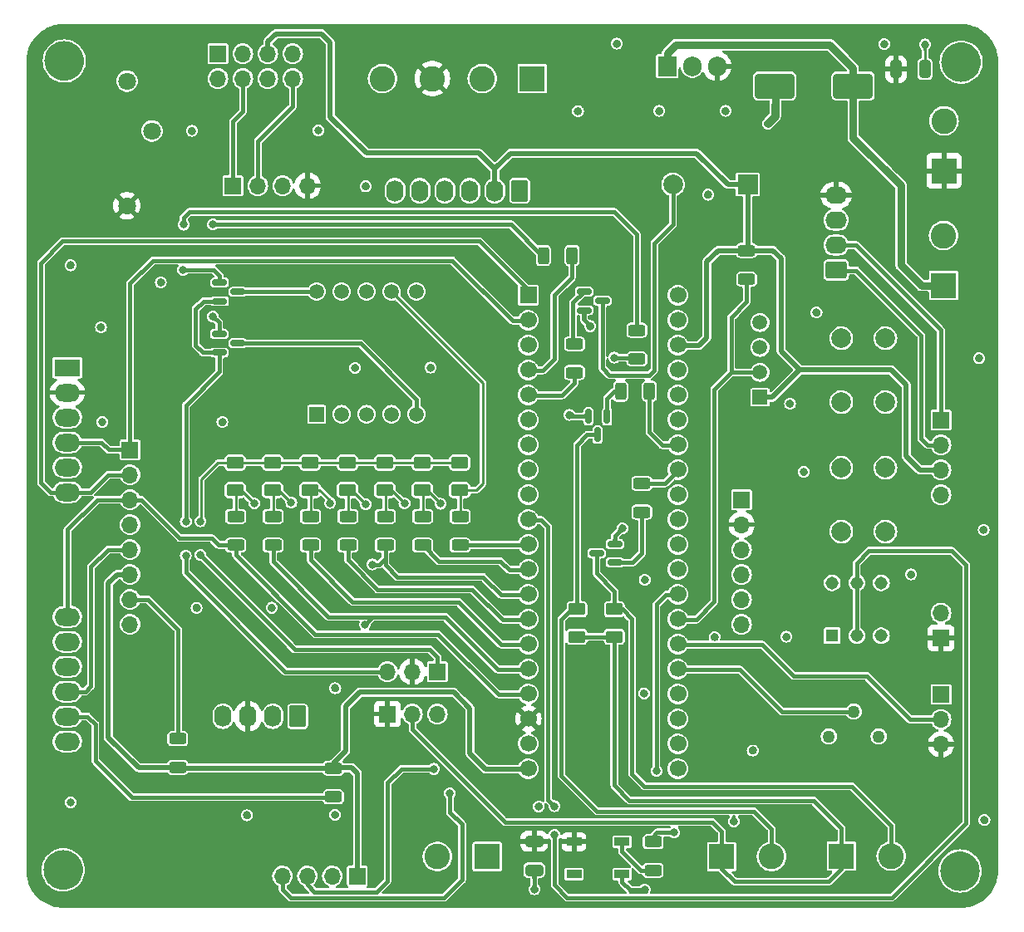
<source format=gtl>
G04 #@! TF.GenerationSoftware,KiCad,Pcbnew,7.0.1*
G04 #@! TF.CreationDate,2023-12-11T01:42:51-03:00*
G04 #@! TF.ProjectId,Shield STM32 Bluepill,53686965-6c64-4205-9354-4d333220426c,2.0*
G04 #@! TF.SameCoordinates,Original*
G04 #@! TF.FileFunction,Copper,L1,Top*
G04 #@! TF.FilePolarity,Positive*
%FSLAX46Y46*%
G04 Gerber Fmt 4.6, Leading zero omitted, Abs format (unit mm)*
G04 Created by KiCad (PCBNEW 7.0.1) date 2023-12-11 01:42:51*
%MOMM*%
%LPD*%
G01*
G04 APERTURE LIST*
G04 Aperture macros list*
%AMRoundRect*
0 Rectangle with rounded corners*
0 $1 Rounding radius*
0 $2 $3 $4 $5 $6 $7 $8 $9 X,Y pos of 4 corners*
0 Add a 4 corners polygon primitive as box body*
4,1,4,$2,$3,$4,$5,$6,$7,$8,$9,$2,$3,0*
0 Add four circle primitives for the rounded corners*
1,1,$1+$1,$2,$3*
1,1,$1+$1,$4,$5*
1,1,$1+$1,$6,$7*
1,1,$1+$1,$8,$9*
0 Add four rect primitives between the rounded corners*
20,1,$1+$1,$2,$3,$4,$5,0*
20,1,$1+$1,$4,$5,$6,$7,0*
20,1,$1+$1,$6,$7,$8,$9,0*
20,1,$1+$1,$8,$9,$2,$3,0*%
G04 Aperture macros list end*
G04 #@! TA.AperFunction,ComponentPad*
%ADD10C,2.600000*%
G04 #@! TD*
G04 #@! TA.AperFunction,ComponentPad*
%ADD11R,2.600000X2.600000*%
G04 #@! TD*
G04 #@! TA.AperFunction,SMDPad,CuDef*
%ADD12RoundRect,0.250000X0.625000X-0.312500X0.625000X0.312500X-0.625000X0.312500X-0.625000X-0.312500X0*%
G04 #@! TD*
G04 #@! TA.AperFunction,SMDPad,CuDef*
%ADD13RoundRect,0.150000X-0.587500X-0.150000X0.587500X-0.150000X0.587500X0.150000X-0.587500X0.150000X0*%
G04 #@! TD*
G04 #@! TA.AperFunction,ComponentPad*
%ADD14RoundRect,0.250000X0.620000X0.845000X-0.620000X0.845000X-0.620000X-0.845000X0.620000X-0.845000X0*%
G04 #@! TD*
G04 #@! TA.AperFunction,ComponentPad*
%ADD15O,1.740000X2.190000*%
G04 #@! TD*
G04 #@! TA.AperFunction,ComponentPad*
%ADD16R,1.500000X1.500000*%
G04 #@! TD*
G04 #@! TA.AperFunction,ComponentPad*
%ADD17C,1.500000*%
G04 #@! TD*
G04 #@! TA.AperFunction,ComponentPad*
%ADD18R,1.700000X1.700000*%
G04 #@! TD*
G04 #@! TA.AperFunction,ComponentPad*
%ADD19O,1.700000X1.700000*%
G04 #@! TD*
G04 #@! TA.AperFunction,SMDPad,CuDef*
%ADD20RoundRect,0.250000X0.625000X-0.375000X0.625000X0.375000X-0.625000X0.375000X-0.625000X-0.375000X0*%
G04 #@! TD*
G04 #@! TA.AperFunction,ComponentPad*
%ADD21C,2.000000*%
G04 #@! TD*
G04 #@! TA.AperFunction,ComponentPad*
%ADD22R,2.000000X2.000000*%
G04 #@! TD*
G04 #@! TA.AperFunction,ComponentPad*
%ADD23R,1.905000X2.000000*%
G04 #@! TD*
G04 #@! TA.AperFunction,ComponentPad*
%ADD24O,1.905000X2.000000*%
G04 #@! TD*
G04 #@! TA.AperFunction,SMDPad,CuDef*
%ADD25RoundRect,0.250000X-0.625000X0.312500X-0.625000X-0.312500X0.625000X-0.312500X0.625000X0.312500X0*%
G04 #@! TD*
G04 #@! TA.AperFunction,SMDPad,CuDef*
%ADD26RoundRect,0.150000X-0.150000X0.587500X-0.150000X-0.587500X0.150000X-0.587500X0.150000X0.587500X0*%
G04 #@! TD*
G04 #@! TA.AperFunction,SMDPad,CuDef*
%ADD27RoundRect,0.250000X-0.325000X-0.650000X0.325000X-0.650000X0.325000X0.650000X-0.325000X0.650000X0*%
G04 #@! TD*
G04 #@! TA.AperFunction,ComponentPad*
%ADD28R,1.308000X1.308000*%
G04 #@! TD*
G04 #@! TA.AperFunction,ComponentPad*
%ADD29C,1.308000*%
G04 #@! TD*
G04 #@! TA.AperFunction,ComponentPad*
%ADD30R,2.600000X1.800000*%
G04 #@! TD*
G04 #@! TA.AperFunction,ComponentPad*
%ADD31O,2.600000X1.800000*%
G04 #@! TD*
G04 #@! TA.AperFunction,SMDPad,CuDef*
%ADD32RoundRect,0.250000X0.312500X0.625000X-0.312500X0.625000X-0.312500X-0.625000X0.312500X-0.625000X0*%
G04 #@! TD*
G04 #@! TA.AperFunction,ComponentPad*
%ADD33RoundRect,0.250000X0.845000X-0.620000X0.845000X0.620000X-0.845000X0.620000X-0.845000X-0.620000X0*%
G04 #@! TD*
G04 #@! TA.AperFunction,ComponentPad*
%ADD34O,2.190000X1.740000*%
G04 #@! TD*
G04 #@! TA.AperFunction,ComponentPad*
%ADD35C,1.700000*%
G04 #@! TD*
G04 #@! TA.AperFunction,ComponentPad*
%ADD36C,1.800000*%
G04 #@! TD*
G04 #@! TA.AperFunction,SMDPad,CuDef*
%ADD37R,1.500000X0.900000*%
G04 #@! TD*
G04 #@! TA.AperFunction,SMDPad,CuDef*
%ADD38RoundRect,0.250000X1.750000X1.000000X-1.750000X1.000000X-1.750000X-1.000000X1.750000X-1.000000X0*%
G04 #@! TD*
G04 #@! TA.AperFunction,SMDPad,CuDef*
%ADD39RoundRect,0.150000X0.587500X0.150000X-0.587500X0.150000X-0.587500X-0.150000X0.587500X-0.150000X0*%
G04 #@! TD*
G04 #@! TA.AperFunction,ComponentPad*
%ADD40C,1.260000*%
G04 #@! TD*
G04 #@! TA.AperFunction,SMDPad,CuDef*
%ADD41RoundRect,0.250000X-0.650000X0.325000X-0.650000X-0.325000X0.650000X-0.325000X0.650000X0.325000X0*%
G04 #@! TD*
G04 #@! TA.AperFunction,ViaPad*
%ADD42C,0.800000*%
G04 #@! TD*
G04 #@! TA.AperFunction,ViaPad*
%ADD43C,4.000000*%
G04 #@! TD*
G04 #@! TA.AperFunction,Conductor*
%ADD44C,0.508000*%
G04 #@! TD*
G04 #@! TA.AperFunction,Conductor*
%ADD45C,0.381000*%
G04 #@! TD*
G04 #@! TA.AperFunction,Conductor*
%ADD46C,0.250000*%
G04 #@! TD*
G04 #@! TA.AperFunction,Conductor*
%ADD47C,0.762000*%
G04 #@! TD*
G04 APERTURE END LIST*
D10*
X157475000Y-111557000D03*
D11*
X162555000Y-111557000D03*
D12*
X146900000Y-105475000D03*
X146900000Y-102550000D03*
D13*
X172417500Y-53980000D03*
X172417500Y-55880000D03*
X174292500Y-54930000D03*
D12*
X155981400Y-79806800D03*
X155981400Y-76881800D03*
D14*
X165862000Y-43688000D03*
D15*
X163322000Y-43688000D03*
X160782000Y-43688000D03*
X158242000Y-43688000D03*
X155702000Y-43688000D03*
X153162000Y-43688000D03*
D13*
X135257300Y-58290700D03*
X135257300Y-60190700D03*
X137132300Y-59240700D03*
D16*
X145186400Y-66471800D03*
D17*
X147726400Y-66471800D03*
X150266400Y-66471800D03*
X152806400Y-66471800D03*
X155346400Y-66471800D03*
X155346400Y-53971800D03*
X152806400Y-53971800D03*
X150266400Y-53971800D03*
X147726400Y-53971800D03*
X145186400Y-53971800D03*
D11*
X209093000Y-41661000D03*
D10*
X209093000Y-36581000D03*
D18*
X136652000Y-43180000D03*
D19*
X139192000Y-43180000D03*
X141732000Y-43180000D03*
X144272000Y-43180000D03*
D20*
X171704000Y-89154000D03*
X171704000Y-86354000D03*
D18*
X208788000Y-89281000D03*
D19*
X208788000Y-86741000D03*
D21*
X198628000Y-65226000D03*
X198628000Y-58726000D03*
X203128000Y-65226000D03*
X203128000Y-58726000D03*
D22*
X189083000Y-43053000D03*
D21*
X181483000Y-43053000D03*
D11*
X198628000Y-111506000D03*
D10*
X203708000Y-111506000D03*
D20*
X148312500Y-74221800D03*
X148312500Y-71421800D03*
D23*
X180900000Y-31000000D03*
D24*
X183440000Y-31000000D03*
X185980000Y-31000000D03*
D20*
X136875000Y-74221800D03*
X136875000Y-71421800D03*
D18*
X149322000Y-113538000D03*
D19*
X146782000Y-113538000D03*
X144242000Y-113538000D03*
X141702000Y-113538000D03*
D16*
X190350000Y-64750000D03*
D17*
X190350000Y-62210000D03*
X190350000Y-59670000D03*
X190350000Y-57130000D03*
D20*
X159750000Y-74221800D03*
X159750000Y-71421800D03*
D25*
X159791400Y-76881800D03*
X159791400Y-79806800D03*
D20*
X144500000Y-74221800D03*
X144500000Y-71421800D03*
D18*
X152400000Y-97028000D03*
D19*
X154940000Y-97028000D03*
X157480000Y-97028000D03*
D18*
X208788000Y-67056000D03*
D19*
X208788000Y-69596000D03*
X208788000Y-72136000D03*
X208788000Y-74676000D03*
D20*
X152125000Y-74221800D03*
X152125000Y-71421800D03*
D12*
X136931400Y-79806800D03*
X136931400Y-76881800D03*
D26*
X174764500Y-66692500D03*
X172864500Y-66692500D03*
X173814500Y-68567500D03*
D20*
X140687500Y-74221800D03*
X140687500Y-71421800D03*
D27*
X204200000Y-31300000D03*
X207150000Y-31300000D03*
D28*
X197702000Y-89060000D03*
D29*
X200202000Y-89060000D03*
X202702000Y-89060000D03*
X197702000Y-83660000D03*
X200202000Y-83660000D03*
X202702000Y-83660000D03*
D13*
X135290000Y-53050000D03*
X135290000Y-54950000D03*
X137165000Y-54000000D03*
D12*
X140741400Y-79806800D03*
X140741400Y-76881800D03*
D30*
X119786400Y-61722000D03*
D31*
X119786400Y-64262000D03*
X119786400Y-66802000D03*
X119786400Y-69342000D03*
X119786400Y-71882000D03*
X119786400Y-74422000D03*
X119786400Y-87122000D03*
X119786400Y-89662000D03*
X119786400Y-92202000D03*
X119786400Y-94742000D03*
X119786400Y-97282000D03*
X119786400Y-99822000D03*
D18*
X208788000Y-95040000D03*
D19*
X208788000Y-97580000D03*
X208788000Y-100120000D03*
D18*
X157480000Y-92710000D03*
D19*
X154940000Y-92710000D03*
X152400000Y-92710000D03*
D14*
X143256000Y-97262000D03*
D15*
X140716000Y-97262000D03*
X138176000Y-97262000D03*
X135636000Y-97262000D03*
D32*
X179070000Y-64135000D03*
X176145000Y-64135000D03*
D21*
X198628000Y-78434000D03*
X198628000Y-71934000D03*
X203128000Y-78434000D03*
X203128000Y-71934000D03*
D33*
X198100000Y-51770000D03*
D34*
X198100000Y-49230000D03*
X198100000Y-46690000D03*
X198100000Y-44150000D03*
D35*
X181975000Y-102605000D03*
X181975000Y-100065000D03*
X181975000Y-97525000D03*
X181975000Y-94985000D03*
X181975000Y-92445000D03*
X181975000Y-89905000D03*
X181975000Y-87365000D03*
X181975000Y-84825000D03*
X181975000Y-82285000D03*
X181975000Y-79745000D03*
X181975000Y-77205000D03*
X181975000Y-74665000D03*
X181975000Y-72125000D03*
X181975000Y-69585000D03*
X181975000Y-67045000D03*
X181975000Y-64505000D03*
X181975000Y-61965000D03*
X181975000Y-59425000D03*
X181975000Y-56885000D03*
X181975000Y-54345000D03*
D18*
X166735000Y-54345000D03*
D35*
X166735000Y-56885000D03*
X166735000Y-59425000D03*
X166735000Y-61965000D03*
X166735000Y-64505000D03*
X166735000Y-67045000D03*
X166735000Y-69585000D03*
X166735000Y-72125000D03*
X166735000Y-74665000D03*
X166735000Y-77205000D03*
X166735000Y-79745000D03*
X166735000Y-82285000D03*
X166735000Y-84825000D03*
X166735000Y-87365000D03*
X166735000Y-89905000D03*
X166735000Y-92445000D03*
X166735000Y-94985000D03*
X166735000Y-97525000D03*
X166735000Y-100065000D03*
X166735000Y-102605000D03*
D11*
X167132000Y-32258000D03*
D10*
X162052000Y-32258000D03*
X156972000Y-32258000D03*
X151892000Y-32258000D03*
D25*
X188976000Y-49784000D03*
X188976000Y-52709000D03*
D12*
X171450000Y-62230000D03*
X171450000Y-59305000D03*
D18*
X188468000Y-75184000D03*
D19*
X188468000Y-77724000D03*
X188468000Y-80264000D03*
X188468000Y-82804000D03*
X188468000Y-85344000D03*
X188468000Y-87884000D03*
D36*
X125860000Y-45220000D03*
X128400000Y-37600000D03*
X125860000Y-32520000D03*
D12*
X131025000Y-102475000D03*
X131025000Y-99550000D03*
D37*
X171392000Y-110050000D03*
X171392000Y-113350000D03*
X176292000Y-113350000D03*
X176292000Y-110050000D03*
D12*
X148361400Y-79806800D03*
X148361400Y-76881800D03*
X152171400Y-79806800D03*
X152171400Y-76881800D03*
X177800000Y-60837000D03*
X177800000Y-57912000D03*
D38*
X199834000Y-33020000D03*
X191834000Y-33020000D03*
D39*
X175562500Y-81595000D03*
X175562500Y-79695000D03*
X173687500Y-80645000D03*
D20*
X155937500Y-74221800D03*
X155937500Y-71421800D03*
D11*
X186436000Y-111570000D03*
D10*
X191516000Y-111570000D03*
D40*
X197358000Y-99314000D03*
X199898000Y-96774000D03*
X202438000Y-99314000D03*
D25*
X179450000Y-110050000D03*
X179450000Y-112975000D03*
D41*
X167350000Y-110000000D03*
X167350000Y-112950000D03*
D18*
X135128000Y-29718000D03*
D19*
X135128000Y-32258000D03*
X137668000Y-29718000D03*
X137668000Y-32258000D03*
X140208000Y-29718000D03*
X140208000Y-32258000D03*
X142748000Y-29718000D03*
X142748000Y-32258000D03*
D18*
X126170000Y-70110000D03*
D19*
X126170000Y-72650000D03*
X126170000Y-75190000D03*
X126170000Y-77730000D03*
X126170000Y-80270000D03*
X126170000Y-82810000D03*
X126170000Y-85350000D03*
X126170000Y-87890000D03*
D12*
X144551400Y-79806800D03*
X144551400Y-76881800D03*
D11*
X209042000Y-53340000D03*
D10*
X209042000Y-48260000D03*
D12*
X178308000Y-76454000D03*
X178308000Y-73529000D03*
D32*
X171196000Y-50292000D03*
X168271000Y-50292000D03*
D20*
X175514000Y-89154000D03*
X175514000Y-86354000D03*
D42*
X187675000Y-107975000D03*
X147075000Y-94400000D03*
X156800000Y-61725000D03*
X129310000Y-53030000D03*
X193400000Y-65400000D03*
X132950000Y-86200000D03*
X138100000Y-107350000D03*
D43*
X210830000Y-30580000D03*
D42*
X170942000Y-66548000D03*
X189600000Y-100750000D03*
X140600000Y-86200000D03*
X180086000Y-35560000D03*
X150175000Y-43250000D03*
X213125000Y-78250000D03*
X171800000Y-35575000D03*
X193040000Y-89154000D03*
X135580000Y-67270000D03*
X167800000Y-106450000D03*
X120100000Y-51300000D03*
X194800000Y-72350000D03*
X178525000Y-94925000D03*
X207159000Y-28796000D03*
X185725000Y-89175000D03*
X145350000Y-37550000D03*
X213200000Y-107850000D03*
X178600000Y-83350000D03*
X205740000Y-82804000D03*
X196100000Y-56100000D03*
X212650000Y-60775000D03*
X120120000Y-106020000D03*
X123340000Y-67270000D03*
X176325000Y-78100000D03*
X191135000Y-36862000D03*
D43*
X210720000Y-113030000D03*
D42*
X185050000Y-44100000D03*
X175768000Y-28702000D03*
D43*
X119370000Y-112920000D03*
D42*
X178600000Y-114950000D03*
X167368000Y-114894000D03*
D43*
X119480000Y-30470000D03*
D42*
X173050000Y-57500000D03*
X149100000Y-61750000D03*
X147050000Y-107300000D03*
X123210000Y-57610000D03*
X203000000Y-28750000D03*
X132461000Y-37592000D03*
X186817000Y-35560000D03*
X133350000Y-77390000D03*
X133350000Y-80800000D03*
X157800000Y-75600000D03*
X154125000Y-75550000D03*
X150175000Y-75650000D03*
X146550000Y-75525000D03*
X142600000Y-75500000D03*
X138825000Y-75550000D03*
X150848000Y-81788000D03*
X157125000Y-102625000D03*
X158750000Y-105100000D03*
X150114000Y-87884000D03*
X131860000Y-77400000D03*
X131850000Y-80875000D03*
X131630000Y-47150000D03*
X131580000Y-51750000D03*
X134610000Y-47140000D03*
X134620000Y-56510000D03*
X181600000Y-109100000D03*
X179800000Y-102825000D03*
X175514000Y-60706000D03*
X169418000Y-109350000D03*
X169418000Y-106426000D03*
D44*
X127025000Y-102500000D02*
X131000000Y-102500000D01*
X159150000Y-94800000D02*
X149575000Y-94800000D01*
X162404100Y-102654100D02*
X160800000Y-101050000D01*
X205232000Y-63482000D02*
X203700000Y-61950000D01*
X149322000Y-103072000D02*
X148750000Y-102500000D01*
X192500000Y-50600000D02*
X192500000Y-60050000D01*
X191684000Y-49784000D02*
X192500000Y-50600000D01*
X146558000Y-36158000D02*
X150250000Y-39850000D01*
X146900000Y-102550000D02*
X131100000Y-102550000D01*
X188976000Y-49784000D02*
X191684000Y-49784000D01*
X187071000Y-43053000D02*
X189083000Y-43053000D01*
X186066000Y-49784000D02*
X188976000Y-49784000D01*
X124840000Y-82810000D02*
X123952000Y-83698000D01*
X145686000Y-27686000D02*
X146558000Y-28558000D01*
X183896000Y-39878000D02*
X187071000Y-43053000D01*
X184920000Y-58680000D02*
X184920000Y-50930000D01*
X131100000Y-102550000D02*
X131025000Y-102475000D01*
X148125000Y-100825000D02*
X146900000Y-102050000D01*
X140208000Y-28492000D02*
X141014000Y-27686000D01*
X161694000Y-39850000D02*
X163322000Y-41478000D01*
X191600000Y-64750000D02*
X190350000Y-64750000D01*
X163322000Y-43688000D02*
X163322000Y-41478000D01*
X146950000Y-102500000D02*
X146900000Y-102550000D01*
X189083000Y-43053000D02*
X189083000Y-49677000D01*
X166743380Y-102654100D02*
X162404100Y-102654100D01*
X208788000Y-72136000D02*
X206611000Y-72136000D01*
X146900000Y-102050000D02*
X146900000Y-102550000D01*
X131000000Y-102500000D02*
X131025000Y-102475000D01*
X126170000Y-82810000D02*
X124840000Y-82810000D01*
X160800000Y-101050000D02*
X160800000Y-96450000D01*
X123952000Y-99427000D02*
X127025000Y-102500000D01*
X149322000Y-113538000D02*
X149322000Y-103072000D01*
X203700000Y-61950000D02*
X194400000Y-61950000D01*
X205232000Y-70757000D02*
X205232000Y-63482000D01*
X184920000Y-50930000D02*
X186066000Y-49784000D01*
X150250000Y-39850000D02*
X161694000Y-39850000D01*
X146558000Y-28558000D02*
X146558000Y-36158000D01*
X160800000Y-96450000D02*
X159150000Y-94800000D01*
X148125000Y-96250000D02*
X148125000Y-100825000D01*
X123952000Y-83698000D02*
X123952000Y-99427000D01*
X184125900Y-59474100D02*
X184920000Y-58680000D01*
X181983380Y-59474100D02*
X184125900Y-59474100D01*
X192500000Y-60050000D02*
X194400000Y-61950000D01*
X194400000Y-61950000D02*
X191600000Y-64750000D01*
X148750000Y-102500000D02*
X146950000Y-102500000D01*
X149575000Y-94800000D02*
X148125000Y-96250000D01*
X206611000Y-72136000D02*
X205232000Y-70757000D01*
X140208000Y-29718000D02*
X140208000Y-28492000D01*
X189083000Y-49677000D02*
X188976000Y-49784000D01*
X164922000Y-39878000D02*
X183896000Y-39878000D01*
X163322000Y-41478000D02*
X164922000Y-39878000D01*
X141014000Y-27686000D02*
X145686000Y-27686000D01*
D45*
X179070000Y-62484000D02*
X179578000Y-61976000D01*
X179578000Y-61976000D02*
X179578000Y-49032000D01*
X181483000Y-47127000D02*
X181483000Y-43053000D01*
X175006000Y-62484000D02*
X179070000Y-62484000D01*
X179578000Y-49032000D02*
X181483000Y-47127000D01*
X174292500Y-61770500D02*
X175006000Y-62484000D01*
X174292500Y-54930000D02*
X174292500Y-61770500D01*
X167368000Y-114894000D02*
X167350000Y-114876000D01*
X176292000Y-114142000D02*
X176292000Y-113350000D01*
X177100000Y-114950000D02*
X176292000Y-114142000D01*
D46*
X207159000Y-28796000D02*
X207150000Y-28805000D01*
D45*
X172864500Y-66692500D02*
X171086500Y-66692500D01*
X178600000Y-114950000D02*
X177100000Y-114950000D01*
D47*
X191897000Y-36100000D02*
X191135000Y-36862000D01*
D46*
X207150000Y-28805000D02*
X207150000Y-31300000D01*
D45*
X175562500Y-78862500D02*
X175562500Y-79695000D01*
X167350000Y-114876000D02*
X167350000Y-112950000D01*
X173050000Y-57500000D02*
X172417500Y-56867500D01*
X176325000Y-78100000D02*
X175562500Y-78862500D01*
X171086500Y-66692500D02*
X170942000Y-66548000D01*
D47*
X191897000Y-32988000D02*
X191897000Y-36100000D01*
D45*
X172417500Y-56867500D02*
X172417500Y-55880000D01*
D47*
X198114000Y-29464000D02*
X199834000Y-31184000D01*
X180900000Y-29700000D02*
X181800000Y-28800000D01*
X204724000Y-51274000D02*
X204724000Y-43174000D01*
X180900000Y-31000000D02*
X180900000Y-29700000D01*
X204724000Y-43174000D02*
X199834000Y-38284000D01*
X199834000Y-38284000D02*
X199834000Y-33020000D01*
X209042000Y-53340000D02*
X206790000Y-53340000D01*
X206790000Y-53340000D02*
X204724000Y-51274000D01*
X181800000Y-28800000D02*
X197450000Y-28800000D01*
X197450000Y-28800000D02*
X198114000Y-29464000D01*
X199834000Y-31184000D02*
X199834000Y-33020000D01*
D46*
X162125000Y-73525000D02*
X162125000Y-63290400D01*
X159791400Y-76881800D02*
X159791400Y-74263200D01*
X159750000Y-74221800D02*
X161428200Y-74221800D01*
X159791400Y-74263200D02*
X159750000Y-74221800D01*
X162125000Y-63290400D02*
X152806400Y-53971800D01*
X161428200Y-74221800D02*
X162125000Y-73525000D01*
D45*
X142466000Y-89966000D02*
X142466000Y-89916000D01*
D46*
X148312500Y-71421800D02*
X152125000Y-71421800D01*
D45*
X156700000Y-90450000D02*
X142950000Y-90450000D01*
D46*
X136875000Y-71421800D02*
X140687500Y-71421800D01*
X136875000Y-71421800D02*
X135103200Y-71421800D01*
X133450000Y-77290000D02*
X133350000Y-77390000D01*
D45*
X142950000Y-90450000D02*
X142466000Y-89966000D01*
D46*
X140687500Y-71421800D02*
X144500000Y-71421800D01*
D45*
X157480000Y-92710000D02*
X157480000Y-91230000D01*
X142466000Y-89916000D02*
X133350000Y-80800000D01*
D46*
X155937500Y-71421800D02*
X159750000Y-71421800D01*
D45*
X157480000Y-91230000D02*
X156700000Y-90450000D01*
D46*
X144500000Y-71421800D02*
X148312500Y-71421800D01*
X133450000Y-73075000D02*
X133450000Y-77290000D01*
X152125000Y-71421800D02*
X155937500Y-71421800D01*
X135103200Y-71421800D02*
X133450000Y-73075000D01*
X156421800Y-74221800D02*
X157800000Y-75600000D01*
X155981400Y-74265700D02*
X155937500Y-74221800D01*
X155981400Y-76881800D02*
X155981400Y-74265700D01*
X155937500Y-74221800D02*
X156421800Y-74221800D01*
X152125000Y-74221800D02*
X152796800Y-74221800D01*
X152171400Y-74268200D02*
X152125000Y-74221800D01*
X152171400Y-76881800D02*
X152171400Y-74268200D01*
X152796800Y-74221800D02*
X154125000Y-75550000D01*
X148361400Y-76881800D02*
X148361400Y-74270700D01*
X148746800Y-74221800D02*
X150175000Y-75650000D01*
X148312500Y-74221800D02*
X148746800Y-74221800D01*
X148361400Y-74270700D02*
X148312500Y-74221800D01*
X144551400Y-76881800D02*
X144551400Y-74273200D01*
X146550000Y-75250000D02*
X146550000Y-75525000D01*
X144500000Y-74221800D02*
X144546800Y-74175000D01*
X145475000Y-74175000D02*
X146550000Y-75250000D01*
X144551400Y-74273200D02*
X144500000Y-74221800D01*
X144546800Y-74175000D02*
X145475000Y-74175000D01*
X141321800Y-74221800D02*
X142600000Y-75500000D01*
X140741400Y-76881800D02*
X140741400Y-74275700D01*
X140741400Y-74275700D02*
X140687500Y-74221800D01*
X140687500Y-74221800D02*
X141321800Y-74221800D01*
X136931400Y-76881800D02*
X136931400Y-74278200D01*
X136931400Y-74278200D02*
X136875000Y-74221800D01*
X136875000Y-74221800D02*
X137496800Y-74221800D01*
X137496800Y-74221800D02*
X138825000Y-75550000D01*
D45*
X203708000Y-108408000D02*
X199694000Y-104394000D01*
X199694000Y-104394000D02*
X178562000Y-104394000D01*
X178562000Y-104394000D02*
X177292000Y-103124000D01*
X175514000Y-86354000D02*
X175514000Y-84514000D01*
X176304000Y-86354000D02*
X175514000Y-86354000D01*
X173687500Y-82687500D02*
X173687500Y-80645000D01*
X175514000Y-84514000D02*
X173687500Y-82687500D01*
X177292000Y-87342000D02*
X176304000Y-86354000D01*
X203708000Y-111506000D02*
X203708000Y-108408000D01*
X177292000Y-103124000D02*
X177292000Y-87342000D01*
X170100000Y-87400000D02*
X170100000Y-103298000D01*
X171704000Y-69596000D02*
X172732500Y-68567500D01*
X171704000Y-86354000D02*
X171704000Y-69596000D01*
X191516000Y-108712000D02*
X191516000Y-111570000D01*
X189754000Y-106950000D02*
X191516000Y-108712000D01*
X172732500Y-68567500D02*
X173814500Y-68567500D01*
X173752000Y-106950000D02*
X189754000Y-106950000D01*
X170100000Y-103298000D02*
X173752000Y-106950000D01*
X171704000Y-86354000D02*
X171146000Y-86354000D01*
X171146000Y-86354000D02*
X170100000Y-87400000D01*
X178198000Y-112948000D02*
X176292000Y-111042000D01*
X179086000Y-112948000D02*
X178198000Y-112948000D01*
X176292000Y-111042000D02*
X176292000Y-110050000D01*
X208788000Y-67056000D02*
X208775000Y-67043000D01*
X208775000Y-67043000D02*
X208775000Y-57899000D01*
X208775000Y-57899000D02*
X200106000Y-49230000D01*
X200106000Y-49230000D02*
X198100000Y-49230000D01*
X207421000Y-69596000D02*
X206756000Y-68931000D01*
X208788000Y-69596000D02*
X207421000Y-69596000D01*
X198146000Y-51816000D02*
X198100000Y-51770000D01*
X206756000Y-58420000D02*
X200152000Y-51816000D01*
X206756000Y-68931000D02*
X206756000Y-58420000D01*
X200152000Y-51816000D02*
X198146000Y-51816000D01*
X199898000Y-96774000D02*
X192574000Y-96774000D01*
X192574000Y-96774000D02*
X188294100Y-92494100D01*
X188294100Y-92494100D02*
X181983380Y-92494100D01*
X142748000Y-35102000D02*
X139192000Y-38658000D01*
X139192000Y-38658000D02*
X139192000Y-43180000D01*
X142748000Y-32258000D02*
X142748000Y-35102000D01*
X193790000Y-93150000D02*
X190605500Y-89965500D01*
X190605500Y-89965500D02*
X181994780Y-89965500D01*
X181994780Y-89965500D02*
X181983380Y-89954100D01*
X208788000Y-97580000D02*
X205630000Y-97580000D01*
X201200000Y-93150000D02*
X193790000Y-93150000D01*
X205630000Y-97580000D02*
X201200000Y-93150000D01*
X136652000Y-36648000D02*
X136652000Y-43180000D01*
X137668000Y-32258000D02*
X137668000Y-35632000D01*
X137668000Y-35632000D02*
X136652000Y-36648000D01*
X159804100Y-79794100D02*
X166743380Y-79794100D01*
X122174000Y-94176000D02*
X122174000Y-82026000D01*
X122174000Y-82026000D02*
X123930000Y-80270000D01*
X159791400Y-79806800D02*
X159804100Y-79794100D01*
X119786400Y-94742000D02*
X121608000Y-94742000D01*
X123930000Y-80270000D02*
X126170000Y-80270000D01*
X121608000Y-94742000D02*
X122174000Y-94176000D01*
X163900000Y-81450000D02*
X164784100Y-82334100D01*
X155981400Y-79806800D02*
X157624600Y-81450000D01*
X164784100Y-82334100D02*
X166743380Y-82334100D01*
X157624600Y-81450000D02*
X163900000Y-81450000D01*
X152171400Y-81178600D02*
X152171400Y-79806800D01*
X152171400Y-79806800D02*
X152171400Y-81846400D01*
X163974100Y-84874100D02*
X166743380Y-84874100D01*
X162158000Y-83058000D02*
X163974100Y-84874100D01*
X150848000Y-81788000D02*
X151562000Y-81788000D01*
X151562000Y-81788000D02*
X152171400Y-81178600D01*
X153383000Y-83058000D02*
X162158000Y-83058000D01*
X152171400Y-81846400D02*
X153383000Y-83058000D01*
X151400000Y-84350000D02*
X161050000Y-84350000D01*
X148361400Y-81311400D02*
X151400000Y-84350000D01*
X148361400Y-79806800D02*
X148361400Y-81311400D01*
X144950000Y-115150000D02*
X144242000Y-114442000D01*
X153825000Y-102625000D02*
X152400000Y-104050000D01*
X144242000Y-114442000D02*
X144242000Y-113538000D01*
X152400000Y-114046000D02*
X151296000Y-115150000D01*
X164114100Y-87414100D02*
X166743380Y-87414100D01*
X161050000Y-84350000D02*
X164114100Y-87414100D01*
X151296000Y-115150000D02*
X144950000Y-115150000D01*
X152400000Y-104050000D02*
X152400000Y-114046000D01*
X157125000Y-102625000D02*
X153825000Y-102625000D01*
X160000000Y-108275000D02*
X160000000Y-113900000D01*
X158750000Y-105100000D02*
X158750000Y-107025000D01*
X144551400Y-79806800D02*
X144551400Y-81301400D01*
X158150000Y-115750000D02*
X142550000Y-115750000D01*
X159648000Y-85598000D02*
X164004100Y-89954100D01*
X144551400Y-81301400D02*
X148848000Y-85598000D01*
X141702000Y-114902000D02*
X141702000Y-113538000D01*
X142550000Y-115750000D02*
X141702000Y-114902000D01*
X164004100Y-89954100D02*
X166743380Y-89954100D01*
X158750000Y-107025000D02*
X160000000Y-108275000D01*
X160000000Y-113900000D02*
X158150000Y-115750000D01*
X148848000Y-85598000D02*
X159648000Y-85598000D01*
X151384000Y-87122000D02*
X158272000Y-87122000D01*
X163644100Y-92494100D02*
X166743380Y-92494100D01*
X140741400Y-79806800D02*
X140741400Y-81491400D01*
X150876000Y-87122000D02*
X151384000Y-87122000D01*
X158272000Y-87122000D02*
X163644100Y-92494100D01*
X150114000Y-87884000D02*
X150876000Y-87122000D01*
X140741400Y-81491400D02*
X146372000Y-87122000D01*
X146372000Y-87122000D02*
X151384000Y-87122000D01*
X198628000Y-108678000D02*
X198628000Y-111506000D01*
X186436000Y-112786000D02*
X186436000Y-111570000D01*
X195800000Y-105850000D02*
X198628000Y-108678000D01*
X198628000Y-111506000D02*
X198628000Y-112822000D01*
X197350000Y-114100000D02*
X187750000Y-114100000D01*
X186436000Y-108966000D02*
X185520000Y-108050000D01*
X185520000Y-108050000D02*
X164400000Y-108050000D01*
X175514000Y-89154000D02*
X175500000Y-89168000D01*
X186436000Y-111570000D02*
X186436000Y-108966000D01*
X154940000Y-98590000D02*
X154940000Y-97028000D01*
X198628000Y-112822000D02*
X197350000Y-114100000D01*
X187750000Y-114100000D02*
X186436000Y-112786000D01*
X164400000Y-108050000D02*
X154940000Y-98590000D01*
X175514000Y-89154000D02*
X171704000Y-89154000D01*
X175500000Y-89168000D02*
X175500000Y-104300000D01*
X177050000Y-105850000D02*
X195800000Y-105850000D01*
X175500000Y-104300000D02*
X177050000Y-105850000D01*
X131850000Y-77390000D02*
X131850000Y-65550000D01*
X141986000Y-92710000D02*
X152400000Y-92710000D01*
X131860000Y-77400000D02*
X131850000Y-77390000D01*
X135257300Y-60190700D02*
X133596700Y-60190700D01*
X131850000Y-80875000D02*
X131850000Y-82574000D01*
X133650000Y-54950000D02*
X135290000Y-54950000D01*
X132842000Y-59436000D02*
X132842000Y-55758000D01*
X132842000Y-55758000D02*
X133650000Y-54950000D01*
X135257300Y-62142700D02*
X135257300Y-60190700D01*
X131850000Y-82574000D02*
X141986000Y-92710000D01*
X131850000Y-65550000D02*
X135257300Y-62142700D01*
X133596700Y-60190700D02*
X132842000Y-59436000D01*
X175562500Y-81595000D02*
X177355000Y-81595000D01*
X177355000Y-81595000D02*
X178308000Y-80642000D01*
X178308000Y-80642000D02*
X178308000Y-76454000D01*
X175515000Y-64135000D02*
X176145000Y-64135000D01*
X174764500Y-64885500D02*
X175515000Y-64135000D01*
X174764500Y-66692500D02*
X174764500Y-64885500D01*
X137193200Y-53971800D02*
X137165000Y-54000000D01*
X145186400Y-53971800D02*
X137193200Y-53971800D01*
X177800000Y-48150000D02*
X177800000Y-57912000D01*
X132203000Y-45847000D02*
X175497000Y-45847000D01*
X135290000Y-52340000D02*
X135290000Y-53050000D01*
X134700000Y-51750000D02*
X135290000Y-52340000D01*
X131580000Y-51750000D02*
X134700000Y-51750000D01*
X131630000Y-47150000D02*
X131630000Y-46420000D01*
X175497000Y-45847000D02*
X177800000Y-48150000D01*
X131630000Y-46420000D02*
X132203000Y-45847000D01*
X155346400Y-64946400D02*
X149640700Y-59240700D01*
X149640700Y-59240700D02*
X137132300Y-59240700D01*
X155346400Y-66471800D02*
X155346400Y-64946400D01*
X136567000Y-47117000D02*
X134633000Y-47117000D01*
X164973000Y-47117000D02*
X168148000Y-50292000D01*
X168148000Y-50292000D02*
X168271000Y-50292000D01*
X135257300Y-57142700D02*
X135257300Y-58290700D01*
X136567000Y-47117000D02*
X164973000Y-47117000D01*
X134633000Y-47117000D02*
X134610000Y-47140000D01*
X134620000Y-56510000D02*
X134624600Y-56510000D01*
X134624600Y-56510000D02*
X135257300Y-57142700D01*
X171289500Y-55108000D02*
X171289500Y-59144500D01*
X172417500Y-53980000D02*
X171289500Y-55108000D01*
X171289500Y-59144500D02*
X171450000Y-59305000D01*
X157550000Y-88900000D02*
X163684100Y-95034100D01*
X119786400Y-87122000D02*
X119786400Y-78213600D01*
X119786400Y-78213600D02*
X122810000Y-75190000D01*
X136931400Y-79806800D02*
X136931400Y-80781400D01*
X145050000Y-88900000D02*
X157550000Y-88900000D01*
X163684100Y-95034100D02*
X166743380Y-95034100D01*
X126170000Y-75190000D02*
X127340000Y-75190000D01*
X131250000Y-79100000D02*
X134500000Y-79100000D01*
X122810000Y-75190000D02*
X126170000Y-75190000D01*
X134500000Y-79100000D02*
X135206800Y-79806800D01*
X136931400Y-80781400D02*
X145050000Y-88900000D01*
X127340000Y-75190000D02*
X131250000Y-79100000D01*
X135206800Y-79806800D02*
X136931400Y-79806800D01*
X180628480Y-73529000D02*
X181983380Y-72174100D01*
X178308000Y-73529000D02*
X180628480Y-73529000D01*
X179070000Y-68320000D02*
X180384100Y-69634100D01*
X180384100Y-69634100D02*
X181983380Y-69634100D01*
X179070000Y-64135000D02*
X179070000Y-68320000D01*
X170195900Y-64554100D02*
X171450000Y-63300000D01*
X171450000Y-63300000D02*
X171450000Y-62230000D01*
X166743380Y-64554100D02*
X170195900Y-64554100D01*
X179800000Y-102825000D02*
X179800000Y-85850000D01*
X181600000Y-109100000D02*
X179850000Y-109100000D01*
X179850000Y-109100000D02*
X179450000Y-109500000D01*
X179800000Y-85850000D02*
X180775900Y-84874100D01*
X180775900Y-84874100D02*
X181983380Y-84874100D01*
X179450000Y-109500000D02*
X179450000Y-110050000D01*
X183835900Y-87414100D02*
X181983380Y-87414100D01*
X190350000Y-62210000D02*
X187390000Y-62210000D01*
X187390000Y-62210000D02*
X185674000Y-63926000D01*
X187390000Y-62210000D02*
X187390000Y-56610000D01*
X185674000Y-63926000D02*
X185674000Y-85576000D01*
X188976000Y-55024000D02*
X188976000Y-52709000D01*
X187390000Y-56610000D02*
X188976000Y-55024000D01*
X185674000Y-85576000D02*
X183835900Y-87414100D01*
X123950000Y-72650000D02*
X126170000Y-72650000D01*
X117094000Y-73444000D02*
X117094000Y-51056000D01*
X119786400Y-74422000D02*
X118072000Y-74422000D01*
X166743380Y-53840380D02*
X166743380Y-54394100D01*
X119300000Y-48850000D02*
X161753000Y-48850000D01*
X118072000Y-74422000D02*
X117094000Y-73444000D01*
X119786400Y-74422000D02*
X122178000Y-74422000D01*
X161753000Y-48850000D02*
X166743380Y-53840380D01*
X122178000Y-74422000D02*
X123950000Y-72650000D01*
X117094000Y-51056000D02*
X119300000Y-48850000D01*
X119786400Y-69342000D02*
X123242000Y-69342000D01*
X126170000Y-53130000D02*
X128500000Y-50800000D01*
X128500000Y-50800000D02*
X159004000Y-50800000D01*
X165138100Y-56934100D02*
X166743380Y-56934100D01*
X124000000Y-70100000D02*
X126160000Y-70100000D01*
X123242000Y-69342000D02*
X124000000Y-70100000D01*
X159004000Y-50800000D02*
X165138100Y-56934100D01*
X126170000Y-70110000D02*
X126170000Y-53130000D01*
X126160000Y-70100000D02*
X126170000Y-70110000D01*
X175514000Y-60706000D02*
X177669000Y-60706000D01*
X177669000Y-60706000D02*
X177800000Y-60837000D01*
X168235900Y-62014100D02*
X169400000Y-60850000D01*
X166743380Y-62014100D02*
X168235900Y-62014100D01*
X169400000Y-60850000D02*
X169400000Y-54290000D01*
X171196000Y-52494000D02*
X171196000Y-50292000D01*
X169400000Y-54290000D02*
X171196000Y-52494000D01*
X209891000Y-80391000D02*
X201439000Y-80391000D01*
X169418000Y-114468000D02*
X170700000Y-115750000D01*
X201439000Y-80391000D02*
X200202000Y-81628000D01*
X168054100Y-77254100D02*
X168750000Y-77950000D01*
X166743380Y-77254100D02*
X168054100Y-77254100D01*
X170700000Y-115750000D02*
X203750000Y-115750000D01*
X200202000Y-81628000D02*
X200202000Y-83660000D01*
X211328000Y-81828000D02*
X209891000Y-80391000D01*
X168750000Y-77950000D02*
X168750000Y-105758000D01*
X211328000Y-108172000D02*
X211328000Y-81828000D01*
X168750000Y-105758000D02*
X169418000Y-106426000D01*
X203750000Y-115750000D02*
X211328000Y-108172000D01*
X200202000Y-89060000D02*
X200202000Y-83660000D01*
X169418000Y-109350000D02*
X169418000Y-114468000D01*
X146850000Y-105525000D02*
X126375000Y-105525000D01*
X121857000Y-97282000D02*
X119786400Y-97282000D01*
X122625000Y-98050000D02*
X121857000Y-97282000D01*
X146900000Y-105475000D02*
X146850000Y-105525000D01*
X126375000Y-105525000D02*
X122625000Y-101775000D01*
X122625000Y-101775000D02*
X122625000Y-98050000D01*
X131064000Y-88392000D02*
X128022000Y-85350000D01*
X128022000Y-85350000D02*
X126170000Y-85350000D01*
X131064000Y-99511000D02*
X131064000Y-88392000D01*
X131025000Y-99550000D02*
X131064000Y-99511000D01*
G04 #@! TA.AperFunction,Conductor*
G36*
X210803032Y-26700649D02*
G01*
X210805509Y-26700770D01*
X210952700Y-26708001D01*
X211174090Y-26719605D01*
X211185729Y-26720770D01*
X211361519Y-26746846D01*
X211362680Y-26747025D01*
X211555398Y-26777548D01*
X211566094Y-26779730D01*
X211743561Y-26824183D01*
X211745257Y-26824622D01*
X211928865Y-26873820D01*
X211938501Y-26876830D01*
X212112702Y-26939160D01*
X212115325Y-26940133D01*
X212290602Y-27007415D01*
X212299136Y-27011065D01*
X212467452Y-27090672D01*
X212470617Y-27092226D01*
X212636938Y-27176971D01*
X212644381Y-27181092D01*
X212755464Y-27247673D01*
X212804542Y-27277089D01*
X212808326Y-27279451D01*
X212865478Y-27316566D01*
X212964298Y-27380740D01*
X212970607Y-27385121D01*
X213120913Y-27496595D01*
X213125049Y-27499802D01*
X213269366Y-27616668D01*
X213274550Y-27621110D01*
X213413329Y-27746892D01*
X213417713Y-27751067D01*
X213548931Y-27882285D01*
X213553109Y-27886672D01*
X213678884Y-28025444D01*
X213683328Y-28030630D01*
X213736521Y-28096317D01*
X213800195Y-28174948D01*
X213803414Y-28179100D01*
X213914868Y-28329379D01*
X213919258Y-28335700D01*
X214020546Y-28491670D01*
X214022909Y-28495456D01*
X214118903Y-28655612D01*
X214123030Y-28663066D01*
X214207758Y-28829354D01*
X214209354Y-28832604D01*
X214288919Y-29000829D01*
X214292588Y-29009409D01*
X214359858Y-29184654D01*
X214360845Y-29187316D01*
X214423162Y-29361478D01*
X214426186Y-29371159D01*
X214475338Y-29554597D01*
X214475847Y-29556562D01*
X214520264Y-29733885D01*
X214522453Y-29744617D01*
X214552972Y-29937312D01*
X214553157Y-29938514D01*
X214579224Y-30114237D01*
X214580396Y-30125943D01*
X214591990Y-30347178D01*
X214591887Y-30347183D01*
X214592012Y-30347582D01*
X214599351Y-30496967D01*
X214599500Y-30503052D01*
X214599500Y-112996948D01*
X214599351Y-113003033D01*
X214592015Y-113152348D01*
X214591994Y-113152753D01*
X214580396Y-113374056D01*
X214579224Y-113385761D01*
X214553157Y-113561484D01*
X214552972Y-113562686D01*
X214522453Y-113755381D01*
X214520264Y-113766113D01*
X214475847Y-113943436D01*
X214475338Y-113945401D01*
X214426186Y-114128839D01*
X214423162Y-114138520D01*
X214360845Y-114312682D01*
X214359858Y-114315344D01*
X214292588Y-114490589D01*
X214288919Y-114499169D01*
X214209368Y-114667366D01*
X214207758Y-114670644D01*
X214123030Y-114836932D01*
X214118903Y-114844386D01*
X214022909Y-115004542D01*
X214020546Y-115008328D01*
X213919258Y-115164298D01*
X213914861Y-115170630D01*
X213803427Y-115320881D01*
X213800195Y-115325050D01*
X213683346Y-115469347D01*
X213678858Y-115474585D01*
X213553128Y-115613306D01*
X213548931Y-115617713D01*
X213417713Y-115748931D01*
X213413306Y-115753128D01*
X213274585Y-115878858D01*
X213269347Y-115883346D01*
X213125050Y-116000195D01*
X213120881Y-116003427D01*
X212970630Y-116114861D01*
X212964298Y-116119258D01*
X212808328Y-116220546D01*
X212804542Y-116222909D01*
X212644386Y-116318903D01*
X212636932Y-116323030D01*
X212470644Y-116407758D01*
X212467366Y-116409368D01*
X212299169Y-116488919D01*
X212290589Y-116492588D01*
X212115344Y-116559858D01*
X212112682Y-116560845D01*
X211938520Y-116623162D01*
X211928839Y-116626186D01*
X211745401Y-116675338D01*
X211743436Y-116675847D01*
X211566113Y-116720264D01*
X211555381Y-116722453D01*
X211362686Y-116752972D01*
X211361484Y-116753157D01*
X211185761Y-116779224D01*
X211174056Y-116780396D01*
X210952753Y-116791994D01*
X210952348Y-116792015D01*
X210803033Y-116799351D01*
X210796948Y-116799500D01*
X119403052Y-116799500D01*
X119396967Y-116799351D01*
X119247650Y-116792015D01*
X119247245Y-116791994D01*
X119025942Y-116780396D01*
X119014237Y-116779224D01*
X118838514Y-116753157D01*
X118837312Y-116752972D01*
X118644617Y-116722453D01*
X118633885Y-116720264D01*
X118456562Y-116675847D01*
X118454597Y-116675338D01*
X118271159Y-116626186D01*
X118261478Y-116623162D01*
X118087316Y-116560845D01*
X118084654Y-116559858D01*
X117909409Y-116492588D01*
X117900837Y-116488922D01*
X117732604Y-116409354D01*
X117729354Y-116407758D01*
X117563066Y-116323030D01*
X117555612Y-116318903D01*
X117395456Y-116222909D01*
X117391670Y-116220546D01*
X117235700Y-116119258D01*
X117229379Y-116114868D01*
X117079100Y-116003414D01*
X117074948Y-116000195D01*
X117015535Y-115952083D01*
X116930639Y-115883336D01*
X116925444Y-115878884D01*
X116786672Y-115753109D01*
X116782285Y-115748931D01*
X116651067Y-115617713D01*
X116646892Y-115613329D01*
X116521110Y-115474550D01*
X116516668Y-115469366D01*
X116399802Y-115325049D01*
X116396595Y-115320913D01*
X116285121Y-115170607D01*
X116280740Y-115164298D01*
X116278001Y-115160081D01*
X116179451Y-115008326D01*
X116177089Y-115004542D01*
X116081095Y-114844386D01*
X116076968Y-114836932D01*
X116059424Y-114802499D01*
X115992226Y-114670617D01*
X115990672Y-114667452D01*
X115911065Y-114499136D01*
X115907415Y-114490602D01*
X115840133Y-114315325D01*
X115839153Y-114312682D01*
X115776830Y-114138501D01*
X115773820Y-114128865D01*
X115724622Y-113945257D01*
X115724183Y-113943561D01*
X115679730Y-113766094D01*
X115677548Y-113755398D01*
X115647025Y-113562680D01*
X115646841Y-113561484D01*
X115646372Y-113558322D01*
X115620770Y-113385729D01*
X115619605Y-113374090D01*
X115608001Y-113152700D01*
X115600649Y-113003032D01*
X115600500Y-112996949D01*
X115600500Y-112920000D01*
X117164778Y-112920000D01*
X117166846Y-112951550D01*
X117183644Y-113207845D01*
X117239918Y-113490750D01*
X117332640Y-113763902D01*
X117460221Y-114022610D01*
X117612778Y-114250928D01*
X117620480Y-114262454D01*
X117810673Y-114479327D01*
X117968904Y-114618092D01*
X118027546Y-114669520D01*
X118267389Y-114829778D01*
X118526097Y-114957359D01*
X118617147Y-114988266D01*
X118799247Y-115050081D01*
X118886110Y-115067359D01*
X119082154Y-115106355D01*
X119082156Y-115106355D01*
X119082161Y-115106356D01*
X119370000Y-115125222D01*
X119657839Y-115106356D01*
X119657843Y-115106355D01*
X119657845Y-115106355D01*
X119727110Y-115092577D01*
X119940753Y-115050081D01*
X120213902Y-114957359D01*
X120472611Y-114829778D01*
X120712454Y-114669520D01*
X120929327Y-114479327D01*
X121119520Y-114262454D01*
X121279778Y-114022611D01*
X121407359Y-113763902D01*
X121500081Y-113490753D01*
X121556356Y-113207839D01*
X121575222Y-112920000D01*
X121556356Y-112632161D01*
X121552691Y-112613738D01*
X121516300Y-112430785D01*
X121500081Y-112349247D01*
X121407359Y-112076098D01*
X121392458Y-112045882D01*
X121279778Y-111817389D01*
X121119520Y-111577546D01*
X121101501Y-111556999D01*
X120929327Y-111360673D01*
X120712454Y-111170480D01*
X120637236Y-111120221D01*
X120472610Y-111010221D01*
X120213902Y-110882640D01*
X119940750Y-110789918D01*
X119657845Y-110733644D01*
X119370000Y-110714778D01*
X119082154Y-110733644D01*
X118799249Y-110789918D01*
X118526097Y-110882640D01*
X118267389Y-111010221D01*
X118027546Y-111170479D01*
X117810673Y-111360673D01*
X117620479Y-111577546D01*
X117460221Y-111817389D01*
X117332640Y-112076097D01*
X117239918Y-112349249D01*
X117183644Y-112632154D01*
X117170646Y-112830470D01*
X117164778Y-112920000D01*
X115600500Y-112920000D01*
X115600500Y-107349999D01*
X137494317Y-107349999D01*
X137514956Y-107506762D01*
X137575463Y-107652840D01*
X137671717Y-107778282D01*
X137765183Y-107850000D01*
X137797159Y-107874536D01*
X137943238Y-107935044D01*
X138100000Y-107955682D01*
X138256762Y-107935044D01*
X138402841Y-107874536D01*
X138528282Y-107778282D01*
X138624536Y-107652841D01*
X138685044Y-107506762D01*
X138705682Y-107350000D01*
X138699099Y-107299999D01*
X146444317Y-107299999D01*
X146464956Y-107456762D01*
X146525463Y-107602840D01*
X146621717Y-107728282D01*
X146686879Y-107778282D01*
X146747159Y-107824536D01*
X146893238Y-107885044D01*
X147050000Y-107905682D01*
X147206762Y-107885044D01*
X147352841Y-107824536D01*
X147478282Y-107728282D01*
X147574536Y-107602841D01*
X147635044Y-107456762D01*
X147655682Y-107300000D01*
X147635044Y-107143238D01*
X147574536Y-106997159D01*
X147538761Y-106950536D01*
X147478282Y-106871717D01*
X147352840Y-106775463D01*
X147206762Y-106714956D01*
X147050000Y-106694317D01*
X146893237Y-106714956D01*
X146747159Y-106775463D01*
X146621717Y-106871717D01*
X146525463Y-106997159D01*
X146464956Y-107143237D01*
X146444317Y-107299999D01*
X138699099Y-107299999D01*
X138685044Y-107193238D01*
X138624536Y-107047159D01*
X138596824Y-107011044D01*
X138528282Y-106921717D01*
X138402840Y-106825463D01*
X138256762Y-106764956D01*
X138100000Y-106744317D01*
X137943237Y-106764956D01*
X137797159Y-106825463D01*
X137671717Y-106921717D01*
X137575463Y-107047159D01*
X137514956Y-107193237D01*
X137494317Y-107349999D01*
X115600500Y-107349999D01*
X115600500Y-106019999D01*
X119514317Y-106019999D01*
X119534956Y-106176762D01*
X119595463Y-106322840D01*
X119691717Y-106448282D01*
X119788677Y-106522681D01*
X119817159Y-106544536D01*
X119963238Y-106605044D01*
X120120000Y-106625682D01*
X120276762Y-106605044D01*
X120422841Y-106544536D01*
X120548282Y-106448282D01*
X120644536Y-106322841D01*
X120705044Y-106176762D01*
X120725682Y-106020000D01*
X120705044Y-105863238D01*
X120644536Y-105717159D01*
X120644535Y-105717158D01*
X120548282Y-105591717D01*
X120422840Y-105495463D01*
X120276762Y-105434956D01*
X120120000Y-105414317D01*
X119963237Y-105434956D01*
X119817159Y-105495463D01*
X119691717Y-105591717D01*
X119595463Y-105717159D01*
X119534956Y-105863237D01*
X119514317Y-106019999D01*
X115600500Y-106019999D01*
X115600500Y-99769398D01*
X118282146Y-99769398D01*
X118286417Y-99859066D01*
X118292146Y-99979330D01*
X118341697Y-100183580D01*
X118429002Y-100374752D01*
X118539245Y-100529566D01*
X118550914Y-100545952D01*
X118703022Y-100690986D01*
X118775364Y-100737478D01*
X118879825Y-100804612D01*
X118894226Y-100810377D01*
X119074943Y-100882725D01*
X119161861Y-100899477D01*
X119281314Y-100922500D01*
X119281315Y-100922500D01*
X120238820Y-100922500D01*
X120238825Y-100922500D01*
X120395618Y-100907528D01*
X120597275Y-100848316D01*
X120784082Y-100752011D01*
X120949286Y-100622092D01*
X121086919Y-100463256D01*
X121192004Y-100281244D01*
X121260744Y-100082633D01*
X121290654Y-99874602D01*
X121280654Y-99664670D01*
X121231104Y-99460424D01*
X121231102Y-99460419D01*
X121143797Y-99269247D01*
X121052029Y-99140378D01*
X121021886Y-99098048D01*
X120869778Y-98953014D01*
X120811172Y-98915350D01*
X120692974Y-98839387D01*
X120518954Y-98769721D01*
X120497857Y-98761275D01*
X120497856Y-98761274D01*
X120497854Y-98761274D01*
X120291486Y-98721500D01*
X120291485Y-98721500D01*
X119333975Y-98721500D01*
X119235979Y-98730857D01*
X119177179Y-98736472D01*
X118975526Y-98795683D01*
X118788715Y-98891990D01*
X118623515Y-99021906D01*
X118485879Y-99180745D01*
X118380796Y-99362754D01*
X118312055Y-99561366D01*
X118293234Y-99692275D01*
X118282146Y-99769398D01*
X115600500Y-99769398D01*
X115600500Y-97229398D01*
X118282146Y-97229398D01*
X118292146Y-97439330D01*
X118326272Y-97580000D01*
X118341697Y-97643580D01*
X118429002Y-97834752D01*
X118521316Y-97964388D01*
X118550914Y-98005952D01*
X118703022Y-98150986D01*
X118741381Y-98175638D01*
X118879825Y-98264612D01*
X118896806Y-98271410D01*
X119074943Y-98342725D01*
X119203628Y-98367527D01*
X119281314Y-98382500D01*
X119281315Y-98382500D01*
X120238820Y-98382500D01*
X120238825Y-98382500D01*
X120395618Y-98367528D01*
X120597275Y-98308316D01*
X120784082Y-98212011D01*
X120949286Y-98082092D01*
X121086919Y-97923256D01*
X121192004Y-97741244D01*
X121192003Y-97741244D01*
X121195609Y-97735000D01*
X121240996Y-97689613D01*
X121302996Y-97673000D01*
X121643681Y-97673000D01*
X121691134Y-97682439D01*
X121731362Y-97709319D01*
X122197681Y-98175638D01*
X122224561Y-98215866D01*
X122234000Y-98263319D01*
X122234000Y-101836928D01*
X122240611Y-101857276D01*
X122245150Y-101876183D01*
X122248501Y-101897332D01*
X122258216Y-101916399D01*
X122265658Y-101934366D01*
X122272272Y-101954721D01*
X122272273Y-101954723D01*
X122284848Y-101972030D01*
X122295016Y-101988623D01*
X122304730Y-102007689D01*
X122406536Y-102109495D01*
X122406542Y-102109499D01*
X126046046Y-105749003D01*
X126046049Y-105749007D01*
X126054730Y-105757688D01*
X126054731Y-105757689D01*
X126142311Y-105845269D01*
X126161384Y-105854987D01*
X126177954Y-105865141D01*
X126195277Y-105877727D01*
X126215626Y-105884338D01*
X126233596Y-105891781D01*
X126252668Y-105901499D01*
X126273813Y-105904848D01*
X126292717Y-105909386D01*
X126313072Y-105916000D01*
X126344226Y-105916000D01*
X126436929Y-105916000D01*
X145754698Y-105916000D01*
X145804285Y-105926347D01*
X145845597Y-105955660D01*
X145871739Y-105999046D01*
X145871816Y-105999266D01*
X145872206Y-106000381D01*
X145952851Y-106109652D01*
X146062115Y-106190292D01*
X146062118Y-106190293D01*
X146190301Y-106235146D01*
X146202474Y-106236287D01*
X146220731Y-106238000D01*
X146220734Y-106238000D01*
X147579266Y-106238000D01*
X147579269Y-106238000D01*
X147594482Y-106236572D01*
X147609699Y-106235146D01*
X147737882Y-106190293D01*
X147737882Y-106190292D01*
X147737884Y-106190292D01*
X147847150Y-106109650D01*
X147927792Y-106000384D01*
X147927793Y-106000381D01*
X147972646Y-105872199D01*
X147974769Y-105849557D01*
X147975500Y-105841769D01*
X147975500Y-105108231D01*
X147972646Y-105077803D01*
X147972646Y-105077801D01*
X147927793Y-104949618D01*
X147927792Y-104949615D01*
X147847150Y-104840349D01*
X147737884Y-104759707D01*
X147609696Y-104714853D01*
X147579269Y-104712000D01*
X147579266Y-104712000D01*
X146220734Y-104712000D01*
X146220731Y-104712000D01*
X146190303Y-104714853D01*
X146062115Y-104759707D01*
X145952849Y-104840349D01*
X145872207Y-104949615D01*
X145836748Y-105050954D01*
X145810605Y-105094341D01*
X145769293Y-105123654D01*
X145719706Y-105134000D01*
X126588319Y-105134000D01*
X126540866Y-105124561D01*
X126500638Y-105097681D01*
X123052319Y-101649362D01*
X123025439Y-101609134D01*
X123016000Y-101561681D01*
X123016000Y-99444186D01*
X123492686Y-99444186D01*
X123503410Y-99500861D01*
X123504187Y-99505431D01*
X123512618Y-99561367D01*
X123513675Y-99568375D01*
X123515373Y-99573535D01*
X123545113Y-99629807D01*
X123547202Y-99633945D01*
X123574823Y-99691299D01*
X123577960Y-99695720D01*
X123622973Y-99740733D01*
X123626166Y-99744047D01*
X123665423Y-99786356D01*
X123665424Y-99786356D01*
X123669483Y-99790731D01*
X123684474Y-99802234D01*
X126680639Y-102798399D01*
X126689905Y-102808767D01*
X126712369Y-102836936D01*
X126753607Y-102865051D01*
X126760040Y-102869437D01*
X126763823Y-102872121D01*
X126815030Y-102909914D01*
X126819868Y-102912356D01*
X126825570Y-102914115D01*
X126825572Y-102914116D01*
X126880718Y-102931126D01*
X126885111Y-102932572D01*
X126939549Y-102951620D01*
X126939550Y-102951620D01*
X126945183Y-102953591D01*
X126950532Y-102954500D01*
X126956495Y-102954500D01*
X127014205Y-102954500D01*
X127018842Y-102954587D01*
X127082422Y-102956966D01*
X127101158Y-102954500D01*
X129900746Y-102954500D01*
X129956627Y-102967806D01*
X130000516Y-103004867D01*
X130077849Y-103109650D01*
X130187115Y-103190292D01*
X130195621Y-103193268D01*
X130315301Y-103235146D01*
X130327474Y-103236287D01*
X130345731Y-103238000D01*
X130345734Y-103238000D01*
X131704266Y-103238000D01*
X131704269Y-103238000D01*
X131719482Y-103236572D01*
X131734699Y-103235146D01*
X131862882Y-103190293D01*
X131862882Y-103190292D01*
X131862884Y-103190292D01*
X131972149Y-103109651D01*
X131972861Y-103108687D01*
X132006335Y-103063331D01*
X132012583Y-103054866D01*
X132056472Y-103017805D01*
X132112353Y-103004500D01*
X145759421Y-103004500D01*
X145809007Y-103014846D01*
X145850318Y-103044157D01*
X145860391Y-103060873D01*
X145861108Y-103060345D01*
X145952849Y-103184650D01*
X146062115Y-103265292D01*
X146062118Y-103265293D01*
X146190301Y-103310146D01*
X146202474Y-103311287D01*
X146220731Y-103313000D01*
X146220734Y-103313000D01*
X147579266Y-103313000D01*
X147579269Y-103313000D01*
X147594482Y-103311572D01*
X147609699Y-103310146D01*
X147737882Y-103265293D01*
X147737882Y-103265292D01*
X147737884Y-103265292D01*
X147847148Y-103184652D01*
X147847148Y-103184650D01*
X147847150Y-103184650D01*
X147927793Y-103075382D01*
X147941032Y-103037545D01*
X147967175Y-102994159D01*
X148008487Y-102964846D01*
X148058074Y-102954500D01*
X148510378Y-102954500D01*
X148557831Y-102963939D01*
X148598059Y-102990819D01*
X148831181Y-103223941D01*
X148858061Y-103264169D01*
X148867500Y-103311622D01*
X148867500Y-112363500D01*
X148850887Y-112425500D01*
X148805500Y-112470887D01*
X148743500Y-112487500D01*
X148452251Y-112487500D01*
X148393769Y-112499132D01*
X148327447Y-112543447D01*
X148283132Y-112609769D01*
X148271500Y-112668251D01*
X148271500Y-114407749D01*
X148283132Y-114466230D01*
X148328653Y-114534356D01*
X148368063Y-114578706D01*
X148381482Y-114639869D01*
X148363305Y-114699790D01*
X148318167Y-114743190D01*
X148257578Y-114759000D01*
X147211704Y-114759000D01*
X147144851Y-114739435D01*
X147099094Y-114686914D01*
X147088873Y-114618010D01*
X147117414Y-114554468D01*
X147175706Y-114516340D01*
X147185954Y-114513232D01*
X147368450Y-114415685D01*
X147528410Y-114284410D01*
X147659685Y-114124450D01*
X147757232Y-113941954D01*
X147817300Y-113743934D01*
X147837583Y-113538000D01*
X147817300Y-113332066D01*
X147757232Y-113134046D01*
X147659685Y-112951550D01*
X147587216Y-112863246D01*
X147528410Y-112791589D01*
X147430371Y-112711132D01*
X147368450Y-112660315D01*
X147185954Y-112562768D01*
X147086943Y-112532733D01*
X146987932Y-112502699D01*
X146782000Y-112482417D01*
X146576067Y-112502699D01*
X146378043Y-112562769D01*
X146195551Y-112660314D01*
X146035589Y-112791589D01*
X145904314Y-112951551D01*
X145806769Y-113134043D01*
X145746699Y-113332067D01*
X145726417Y-113538000D01*
X145746699Y-113743932D01*
X145752757Y-113763902D01*
X145800218Y-113920362D01*
X145806769Y-113941956D01*
X145808610Y-113945401D01*
X145904315Y-114124450D01*
X145911012Y-114132610D01*
X146035589Y-114284410D01*
X146111769Y-114346928D01*
X146195550Y-114415685D01*
X146378046Y-114513232D01*
X146388293Y-114516340D01*
X146446586Y-114554468D01*
X146475127Y-114618010D01*
X146464906Y-114686914D01*
X146419149Y-114739435D01*
X146352296Y-114759000D01*
X145163319Y-114759000D01*
X145115866Y-114749561D01*
X145075638Y-114722681D01*
X144892342Y-114539385D01*
X144859262Y-114479861D01*
X144862604Y-114411845D01*
X144901358Y-114355851D01*
X144988410Y-114284410D01*
X145119685Y-114124450D01*
X145217232Y-113941954D01*
X145277300Y-113743934D01*
X145297583Y-113538000D01*
X145277300Y-113332066D01*
X145217232Y-113134046D01*
X145119685Y-112951550D01*
X145047216Y-112863246D01*
X144988410Y-112791589D01*
X144890371Y-112711132D01*
X144828450Y-112660315D01*
X144645954Y-112562768D01*
X144546943Y-112532733D01*
X144447932Y-112502699D01*
X144242000Y-112482417D01*
X144036067Y-112502699D01*
X143838043Y-112562769D01*
X143655551Y-112660314D01*
X143495589Y-112791589D01*
X143364314Y-112951551D01*
X143266769Y-113134043D01*
X143206699Y-113332067D01*
X143186417Y-113538000D01*
X143206699Y-113743932D01*
X143212757Y-113763902D01*
X143260218Y-113920362D01*
X143266769Y-113941956D01*
X143268610Y-113945401D01*
X143364315Y-114124450D01*
X143371012Y-114132610D01*
X143495589Y-114284410D01*
X143626864Y-114392143D01*
X143655550Y-114415685D01*
X143805647Y-114495914D01*
X143835731Y-114518456D01*
X143857678Y-114548977D01*
X143865500Y-114564329D01*
X143865501Y-114564332D01*
X143875218Y-114583404D01*
X143882658Y-114601366D01*
X143889272Y-114621721D01*
X143901848Y-114639030D01*
X143912016Y-114655623D01*
X143921730Y-114674689D01*
X144023536Y-114776495D01*
X144023542Y-114776499D01*
X144394362Y-115147319D01*
X144424612Y-115196682D01*
X144429154Y-115254398D01*
X144406999Y-115307885D01*
X144362976Y-115345485D01*
X144306681Y-115359000D01*
X142763319Y-115359000D01*
X142715866Y-115349561D01*
X142675638Y-115322681D01*
X142129319Y-114776362D01*
X142102439Y-114736134D01*
X142093000Y-114688681D01*
X142093000Y-114594478D01*
X142110642Y-114530729D01*
X142158547Y-114485120D01*
X142159913Y-114484390D01*
X142288450Y-114415685D01*
X142448410Y-114284410D01*
X142579685Y-114124450D01*
X142677232Y-113941954D01*
X142737300Y-113743934D01*
X142757583Y-113538000D01*
X142737300Y-113332066D01*
X142677232Y-113134046D01*
X142579685Y-112951550D01*
X142507216Y-112863246D01*
X142448410Y-112791589D01*
X142350371Y-112711132D01*
X142288450Y-112660315D01*
X142105954Y-112562768D01*
X142006943Y-112532733D01*
X141907932Y-112502699D01*
X141702000Y-112482417D01*
X141496067Y-112502699D01*
X141298043Y-112562769D01*
X141115551Y-112660314D01*
X140955589Y-112791589D01*
X140824314Y-112951551D01*
X140726769Y-113134043D01*
X140666699Y-113332067D01*
X140646417Y-113538000D01*
X140666699Y-113743932D01*
X140672757Y-113763902D01*
X140720218Y-113920362D01*
X140726769Y-113941956D01*
X140728610Y-113945401D01*
X140824315Y-114124450D01*
X140831012Y-114132610D01*
X140955589Y-114284410D01*
X141031769Y-114346928D01*
X141115550Y-114415685D01*
X141244087Y-114484390D01*
X141245453Y-114485120D01*
X141293358Y-114530729D01*
X141311000Y-114594478D01*
X141311000Y-114963928D01*
X141317611Y-114984276D01*
X141322150Y-115003183D01*
X141325501Y-115024332D01*
X141335216Y-115043399D01*
X141342658Y-115061366D01*
X141349272Y-115081721D01*
X141361848Y-115099030D01*
X141372016Y-115115623D01*
X141381730Y-115134689D01*
X141483536Y-115236495D01*
X141483542Y-115236499D01*
X142221046Y-115974003D01*
X142221049Y-115974007D01*
X142229731Y-115982689D01*
X142317311Y-116070269D01*
X142336384Y-116079987D01*
X142352954Y-116090141D01*
X142370277Y-116102727D01*
X142390626Y-116109338D01*
X142408596Y-116116781D01*
X142427668Y-116126499D01*
X142448813Y-116129848D01*
X142467717Y-116134386D01*
X142488072Y-116141000D01*
X142519226Y-116141000D01*
X142611928Y-116141000D01*
X158088072Y-116141000D01*
X158180774Y-116141000D01*
X158211927Y-116141000D01*
X158211928Y-116141000D01*
X158232278Y-116134387D01*
X158251184Y-116129848D01*
X158272332Y-116126499D01*
X158291407Y-116116779D01*
X158309362Y-116109342D01*
X158329723Y-116102727D01*
X158347042Y-116090142D01*
X158363620Y-116079984D01*
X158382689Y-116070269D01*
X158470269Y-115982689D01*
X158470269Y-115982687D01*
X158480477Y-115972480D01*
X158480479Y-115972477D01*
X160232686Y-114220270D01*
X160232689Y-114220269D01*
X160320269Y-114132689D01*
X160329984Y-114113620D01*
X160340142Y-114097042D01*
X160352727Y-114079723D01*
X160359342Y-114059362D01*
X160366779Y-114041407D01*
X160376499Y-114022332D01*
X160379848Y-114001184D01*
X160384387Y-113982278D01*
X160391000Y-113961928D01*
X160391000Y-113838072D01*
X160391000Y-113329269D01*
X166249500Y-113329269D01*
X166252353Y-113359696D01*
X166297207Y-113487884D01*
X166377849Y-113597150D01*
X166487115Y-113677792D01*
X166487118Y-113677793D01*
X166615301Y-113722646D01*
X166627474Y-113723787D01*
X166645731Y-113725500D01*
X166645734Y-113725500D01*
X166835000Y-113725500D01*
X166897000Y-113742113D01*
X166942387Y-113787500D01*
X166959000Y-113849500D01*
X166959000Y-114398497D01*
X166952419Y-114438356D01*
X166933376Y-114473983D01*
X166843463Y-114591159D01*
X166782956Y-114737237D01*
X166762317Y-114894000D01*
X166782956Y-115050762D01*
X166843463Y-115196840D01*
X166939717Y-115322282D01*
X167054526Y-115410377D01*
X167065159Y-115418536D01*
X167211238Y-115479044D01*
X167368000Y-115499682D01*
X167524762Y-115479044D01*
X167670841Y-115418536D01*
X167796282Y-115322282D01*
X167892536Y-115196841D01*
X167953044Y-115050762D01*
X167973682Y-114894000D01*
X167953044Y-114737238D01*
X167892536Y-114591159D01*
X167891130Y-114589327D01*
X167796282Y-114465717D01*
X167789516Y-114460526D01*
X167753788Y-114416994D01*
X167741000Y-114362149D01*
X167741000Y-113849500D01*
X167757613Y-113787500D01*
X167803000Y-113742113D01*
X167865000Y-113725500D01*
X168054269Y-113725500D01*
X168069482Y-113724072D01*
X168084699Y-113722646D01*
X168212882Y-113677793D01*
X168212882Y-113677792D01*
X168212884Y-113677792D01*
X168322150Y-113597150D01*
X168402792Y-113487884D01*
X168402793Y-113487882D01*
X168447646Y-113359699D01*
X168449072Y-113344482D01*
X168450500Y-113329269D01*
X168450500Y-112570731D01*
X168447646Y-112540303D01*
X168447646Y-112540301D01*
X168402793Y-112412118D01*
X168402792Y-112412115D01*
X168322150Y-112302849D01*
X168212884Y-112222207D01*
X168084696Y-112177353D01*
X168054269Y-112174500D01*
X168054266Y-112174500D01*
X166645734Y-112174500D01*
X166645731Y-112174500D01*
X166615303Y-112177353D01*
X166487115Y-112222207D01*
X166377849Y-112302849D01*
X166297207Y-112412115D01*
X166252353Y-112540303D01*
X166249500Y-112570731D01*
X166249500Y-113329269D01*
X160391000Y-113329269D01*
X160391000Y-112876749D01*
X161054500Y-112876749D01*
X161066132Y-112935230D01*
X161110447Y-113001552D01*
X161176769Y-113045867D01*
X161235251Y-113057500D01*
X161235252Y-113057500D01*
X163874748Y-113057500D01*
X163874749Y-113057500D01*
X163903989Y-113051683D01*
X163933231Y-113045867D01*
X163999552Y-113001552D01*
X164043867Y-112935231D01*
X164055500Y-112876748D01*
X164055500Y-110250000D01*
X165950001Y-110250000D01*
X165950001Y-110374979D01*
X165960493Y-110477695D01*
X166015642Y-110644122D01*
X166107683Y-110793345D01*
X166231654Y-110917316D01*
X166380877Y-111009357D01*
X166547303Y-111064506D01*
X166650021Y-111075000D01*
X167100000Y-111075000D01*
X167100000Y-110250000D01*
X167600000Y-110250000D01*
X167600000Y-111074999D01*
X168049979Y-111074999D01*
X168152695Y-111064506D01*
X168319122Y-111009357D01*
X168468345Y-110917316D01*
X168592316Y-110793345D01*
X168684357Y-110644122D01*
X168739506Y-110477696D01*
X168750000Y-110374979D01*
X168750000Y-110250000D01*
X167600000Y-110250000D01*
X167100000Y-110250000D01*
X165950001Y-110250000D01*
X164055500Y-110250000D01*
X164055500Y-110237252D01*
X164043867Y-110178769D01*
X164043467Y-110178170D01*
X163999552Y-110112447D01*
X163933230Y-110068132D01*
X163874749Y-110056500D01*
X163874748Y-110056500D01*
X161235252Y-110056500D01*
X161235251Y-110056500D01*
X161176769Y-110068132D01*
X161110447Y-110112447D01*
X161066132Y-110178769D01*
X161054500Y-110237251D01*
X161054500Y-112876749D01*
X160391000Y-112876749D01*
X160391000Y-109750000D01*
X165950000Y-109750000D01*
X167100000Y-109750000D01*
X167600000Y-109750000D01*
X168749997Y-109750000D01*
X168773376Y-109726621D01*
X168834219Y-109693241D01*
X168903468Y-109697780D01*
X168959434Y-109738815D01*
X168999656Y-109791233D01*
X168997528Y-109792865D01*
X169014214Y-109813200D01*
X169027000Y-109868040D01*
X169027000Y-114406072D01*
X169027000Y-114529928D01*
X169033378Y-114549561D01*
X169033611Y-114550276D01*
X169038150Y-114569183D01*
X169041501Y-114590332D01*
X169051216Y-114609399D01*
X169058658Y-114627366D01*
X169065272Y-114647721D01*
X169077848Y-114665030D01*
X169088016Y-114681623D01*
X169097730Y-114700689D01*
X169199536Y-114802495D01*
X169199542Y-114802499D01*
X170371046Y-115974003D01*
X170371049Y-115974007D01*
X170379731Y-115982689D01*
X170467311Y-116070269D01*
X170486375Y-116079982D01*
X170502960Y-116090144D01*
X170520277Y-116102727D01*
X170520278Y-116102727D01*
X170520279Y-116102728D01*
X170540625Y-116109339D01*
X170558599Y-116116783D01*
X170577668Y-116126499D01*
X170582643Y-116127286D01*
X170598799Y-116129846D01*
X170617719Y-116134388D01*
X170638072Y-116141001D01*
X170761929Y-116141001D01*
X170782048Y-116141001D01*
X170782054Y-116141000D01*
X203811927Y-116141000D01*
X203811928Y-116141000D01*
X203832278Y-116134387D01*
X203851184Y-116129848D01*
X203872332Y-116126499D01*
X203891407Y-116116779D01*
X203909362Y-116109342D01*
X203929723Y-116102727D01*
X203947042Y-116090142D01*
X203963620Y-116079984D01*
X203982689Y-116070269D01*
X204070269Y-115982689D01*
X204070269Y-115982687D01*
X204080477Y-115972480D01*
X204080478Y-115972477D01*
X207022957Y-113029999D01*
X208514778Y-113029999D01*
X208533644Y-113317845D01*
X208589918Y-113600750D01*
X208682640Y-113873902D01*
X208810221Y-114132610D01*
X208970479Y-114372453D01*
X208993319Y-114398497D01*
X209160673Y-114589327D01*
X209357875Y-114762269D01*
X209377546Y-114779520D01*
X209617389Y-114939778D01*
X209876097Y-115067359D01*
X209967147Y-115098266D01*
X210149247Y-115160081D01*
X210287333Y-115187548D01*
X210432154Y-115216355D01*
X210432156Y-115216355D01*
X210432161Y-115216356D01*
X210720000Y-115235222D01*
X211007839Y-115216356D01*
X211007843Y-115216355D01*
X211007845Y-115216355D01*
X211077110Y-115202577D01*
X211290753Y-115160081D01*
X211563902Y-115067359D01*
X211822611Y-114939778D01*
X212062454Y-114779520D01*
X212279327Y-114589327D01*
X212469520Y-114372454D01*
X212629778Y-114132611D01*
X212757359Y-113873902D01*
X212850081Y-113600753D01*
X212892577Y-113387110D01*
X212906355Y-113317845D01*
X212906355Y-113317843D01*
X212906356Y-113317839D01*
X212925222Y-113030000D01*
X212906356Y-112742161D01*
X212901645Y-112718479D01*
X212872257Y-112570734D01*
X212850081Y-112459247D01*
X212769751Y-112222604D01*
X212757359Y-112186097D01*
X212629778Y-111927389D01*
X212469520Y-111687546D01*
X212373052Y-111577546D01*
X212279327Y-111470673D01*
X212062454Y-111280480D01*
X212053787Y-111274689D01*
X211822610Y-111120221D01*
X211563902Y-110992640D01*
X211290750Y-110899918D01*
X211007845Y-110843644D01*
X210720000Y-110824778D01*
X210432154Y-110843644D01*
X210149249Y-110899918D01*
X209876097Y-110992640D01*
X209617389Y-111120221D01*
X209377546Y-111280479D01*
X209160673Y-111470673D01*
X208970479Y-111687546D01*
X208810221Y-111927389D01*
X208682640Y-112186097D01*
X208589918Y-112459249D01*
X208533644Y-112742154D01*
X208514778Y-113029999D01*
X207022957Y-113029999D01*
X211626239Y-108426719D01*
X211648269Y-108404689D01*
X211657987Y-108385615D01*
X211668149Y-108369034D01*
X211676362Y-108357731D01*
X211680727Y-108351723D01*
X211687339Y-108331369D01*
X211694787Y-108313391D01*
X211698146Y-108306799D01*
X211704499Y-108294332D01*
X211706490Y-108281754D01*
X211707845Y-108273202D01*
X211712389Y-108254273D01*
X211719000Y-108233929D01*
X211719000Y-107850000D01*
X212594317Y-107850000D01*
X212614956Y-108006762D01*
X212675463Y-108152840D01*
X212771717Y-108278282D01*
X212875258Y-108357731D01*
X212897159Y-108374536D01*
X213043238Y-108435044D01*
X213200000Y-108455682D01*
X213356762Y-108435044D01*
X213502841Y-108374536D01*
X213628282Y-108278282D01*
X213724536Y-108152841D01*
X213785044Y-108006762D01*
X213805682Y-107850000D01*
X213785044Y-107693238D01*
X213724536Y-107547159D01*
X213719416Y-107540486D01*
X213628282Y-107421717D01*
X213502840Y-107325463D01*
X213356762Y-107264956D01*
X213200000Y-107244317D01*
X213043237Y-107264956D01*
X212897159Y-107325463D01*
X212771717Y-107421717D01*
X212675463Y-107547159D01*
X212614956Y-107693237D01*
X212594317Y-107850000D01*
X211719000Y-107850000D01*
X211719000Y-81766073D01*
X211714960Y-81753638D01*
X211712386Y-81745717D01*
X211707848Y-81726813D01*
X211704499Y-81705668D01*
X211694781Y-81686596D01*
X211687338Y-81668626D01*
X211680727Y-81648277D01*
X211668141Y-81630954D01*
X211657987Y-81614384D01*
X211648269Y-81595311D01*
X211560689Y-81507731D01*
X211552010Y-81499052D01*
X211552003Y-81499046D01*
X210225499Y-80172542D01*
X210225495Y-80172536D01*
X210123689Y-80070730D01*
X210104623Y-80061016D01*
X210088033Y-80050850D01*
X210070723Y-80038273D01*
X210070721Y-80038272D01*
X210050366Y-80031658D01*
X210032399Y-80024216D01*
X210013332Y-80014501D01*
X209992183Y-80011150D01*
X209973278Y-80006611D01*
X209952928Y-80000000D01*
X209921774Y-80000000D01*
X201500928Y-80000000D01*
X201377071Y-80000000D01*
X201377070Y-80000000D01*
X201356719Y-80006612D01*
X201337803Y-80011153D01*
X201316667Y-80014500D01*
X201297605Y-80024213D01*
X201279635Y-80031657D01*
X201259276Y-80038272D01*
X201241963Y-80050851D01*
X201225377Y-80061015D01*
X201206312Y-80070729D01*
X201162522Y-80114519D01*
X201118731Y-80158311D01*
X201118729Y-80158313D01*
X199969313Y-81307729D01*
X199969311Y-81307731D01*
X199945153Y-81331889D01*
X199881729Y-81395312D01*
X199872015Y-81414377D01*
X199861853Y-81430961D01*
X199849273Y-81448276D01*
X199842660Y-81468629D01*
X199835217Y-81486598D01*
X199825500Y-81505669D01*
X199822151Y-81526809D01*
X199817613Y-81545714D01*
X199811000Y-81566071D01*
X199811000Y-82824677D01*
X199797485Y-82880972D01*
X199759885Y-82924995D01*
X199627078Y-83021483D01*
X199506886Y-83154970D01*
X199417074Y-83310529D01*
X199361570Y-83481357D01*
X199361569Y-83481361D01*
X199354312Y-83550410D01*
X199343546Y-83652840D01*
X199342793Y-83660000D01*
X199361569Y-83838639D01*
X199361570Y-83838642D01*
X199417074Y-84009470D01*
X199506886Y-84165028D01*
X199573084Y-84238549D01*
X199627078Y-84298515D01*
X199759888Y-84395007D01*
X199797485Y-84439028D01*
X199811000Y-84495323D01*
X199811000Y-88224677D01*
X199797485Y-88280972D01*
X199759885Y-88324995D01*
X199627078Y-88421483D01*
X199506886Y-88554970D01*
X199417074Y-88710529D01*
X199364559Y-88872159D01*
X199361569Y-88881361D01*
X199342793Y-89060000D01*
X199361569Y-89238639D01*
X199361570Y-89238642D01*
X199417074Y-89409470D01*
X199506886Y-89565028D01*
X199613385Y-89683308D01*
X199627078Y-89698515D01*
X199772396Y-89804095D01*
X199806615Y-89819330D01*
X199936492Y-89877155D01*
X200112186Y-89914500D01*
X200112188Y-89914500D01*
X200291812Y-89914500D01*
X200291814Y-89914500D01*
X200467507Y-89877155D01*
X200467508Y-89877154D01*
X200467510Y-89877154D01*
X200631604Y-89804095D01*
X200776922Y-89698515D01*
X200897113Y-89565029D01*
X200986925Y-89409471D01*
X201042431Y-89238639D01*
X201061207Y-89060000D01*
X201842793Y-89060000D01*
X201861569Y-89238639D01*
X201861570Y-89238642D01*
X201917074Y-89409470D01*
X202006886Y-89565028D01*
X202113385Y-89683308D01*
X202127078Y-89698515D01*
X202272396Y-89804095D01*
X202306615Y-89819330D01*
X202436492Y-89877155D01*
X202612186Y-89914500D01*
X202612188Y-89914500D01*
X202791812Y-89914500D01*
X202791814Y-89914500D01*
X202967507Y-89877155D01*
X202967508Y-89877154D01*
X202967510Y-89877154D01*
X203131604Y-89804095D01*
X203276922Y-89698515D01*
X203397113Y-89565029D01*
X203416760Y-89531000D01*
X207438000Y-89531000D01*
X207438000Y-90178824D01*
X207444402Y-90238375D01*
X207494647Y-90373089D01*
X207580811Y-90488188D01*
X207695910Y-90574352D01*
X207830624Y-90624597D01*
X207890176Y-90631000D01*
X208538000Y-90631000D01*
X208538000Y-89531000D01*
X209038000Y-89531000D01*
X209038000Y-90631000D01*
X209685824Y-90631000D01*
X209745375Y-90624597D01*
X209880089Y-90574352D01*
X209995188Y-90488188D01*
X210081352Y-90373089D01*
X210131597Y-90238375D01*
X210138000Y-90178824D01*
X210138000Y-89531000D01*
X209038000Y-89531000D01*
X208538000Y-89531000D01*
X207438000Y-89531000D01*
X203416760Y-89531000D01*
X203486925Y-89409471D01*
X203542431Y-89238639D01*
X203561207Y-89060000D01*
X203558159Y-89031000D01*
X207438000Y-89031000D01*
X210138000Y-89031000D01*
X210138000Y-88383176D01*
X210131597Y-88323624D01*
X210081352Y-88188910D01*
X209995188Y-88073811D01*
X209880089Y-87987647D01*
X209745375Y-87937402D01*
X209685824Y-87931000D01*
X209285186Y-87931000D01*
X209222485Y-87913979D01*
X209176997Y-87867589D01*
X209161210Y-87804566D01*
X209179459Y-87742210D01*
X209226733Y-87697642D01*
X209374450Y-87618685D01*
X209534410Y-87487410D01*
X209665685Y-87327450D01*
X209763232Y-87144954D01*
X209823300Y-86946934D01*
X209843583Y-86741000D01*
X209823300Y-86535066D01*
X209763232Y-86337046D01*
X209665685Y-86154550D01*
X209574334Y-86043238D01*
X209534410Y-85994589D01*
X209412209Y-85894303D01*
X209374450Y-85863315D01*
X209236594Y-85789629D01*
X209191956Y-85765769D01*
X209191955Y-85765768D01*
X209191954Y-85765768D01*
X209066354Y-85727668D01*
X208993932Y-85705699D01*
X208788000Y-85685417D01*
X208582067Y-85705699D01*
X208384043Y-85765769D01*
X208201551Y-85863314D01*
X208041589Y-85994589D01*
X207910314Y-86154551D01*
X207812769Y-86337043D01*
X207752699Y-86535067D01*
X207733402Y-86730999D01*
X207732417Y-86741000D01*
X207732860Y-86745501D01*
X207752699Y-86946932D01*
X207775389Y-87021731D01*
X207812354Y-87143590D01*
X207812769Y-87144956D01*
X207827115Y-87171795D01*
X207910315Y-87327450D01*
X207955602Y-87382633D01*
X208041589Y-87487410D01*
X208084273Y-87522439D01*
X208201550Y-87618685D01*
X208349267Y-87697642D01*
X208396541Y-87742210D01*
X208414790Y-87804566D01*
X208399003Y-87867589D01*
X208353515Y-87913979D01*
X208290814Y-87931000D01*
X207890176Y-87931000D01*
X207830624Y-87937402D01*
X207695910Y-87987647D01*
X207580811Y-88073811D01*
X207494647Y-88188910D01*
X207444402Y-88323624D01*
X207438000Y-88383176D01*
X207438000Y-89031000D01*
X203558159Y-89031000D01*
X203542431Y-88881361D01*
X203486925Y-88710529D01*
X203397113Y-88554971D01*
X203293802Y-88440232D01*
X203276923Y-88421486D01*
X203276919Y-88421483D01*
X203131604Y-88315905D01*
X203117250Y-88309514D01*
X202967507Y-88242844D01*
X202791814Y-88205500D01*
X202791812Y-88205500D01*
X202612188Y-88205500D01*
X202612186Y-88205500D01*
X202436492Y-88242844D01*
X202272395Y-88315905D01*
X202127078Y-88421483D01*
X202006886Y-88554970D01*
X201917074Y-88710529D01*
X201864559Y-88872159D01*
X201861569Y-88881361D01*
X201842793Y-89060000D01*
X201061207Y-89060000D01*
X201042431Y-88881361D01*
X200986925Y-88710529D01*
X200897113Y-88554971D01*
X200793802Y-88440232D01*
X200776923Y-88421486D01*
X200776919Y-88421483D01*
X200644111Y-88324992D01*
X200606515Y-88280972D01*
X200593000Y-88224677D01*
X200593000Y-84495323D01*
X200606515Y-84439028D01*
X200644111Y-84395007D01*
X200776922Y-84298515D01*
X200897113Y-84165029D01*
X200986925Y-84009471D01*
X201042431Y-83838639D01*
X201061207Y-83660000D01*
X201842793Y-83660000D01*
X201861569Y-83838639D01*
X201861570Y-83838642D01*
X201917074Y-84009470D01*
X202006886Y-84165028D01*
X202073084Y-84238549D01*
X202127078Y-84298515D01*
X202272396Y-84404095D01*
X202368271Y-84446781D01*
X202436492Y-84477155D01*
X202612186Y-84514500D01*
X202612188Y-84514500D01*
X202791812Y-84514500D01*
X202791814Y-84514500D01*
X202967507Y-84477155D01*
X202967508Y-84477154D01*
X202967510Y-84477154D01*
X203131604Y-84404095D01*
X203276922Y-84298515D01*
X203397113Y-84165029D01*
X203486925Y-84009471D01*
X203542431Y-83838639D01*
X203561207Y-83660000D01*
X203542431Y-83481361D01*
X203486925Y-83310529D01*
X203397113Y-83154971D01*
X203300039Y-83047159D01*
X203276923Y-83021486D01*
X203276919Y-83021483D01*
X203131604Y-82915905D01*
X203098403Y-82901123D01*
X202967507Y-82842844D01*
X202791814Y-82805500D01*
X202791812Y-82805500D01*
X202612188Y-82805500D01*
X202612186Y-82805500D01*
X202436492Y-82842844D01*
X202272395Y-82915905D01*
X202127078Y-83021483D01*
X202006886Y-83154970D01*
X201917074Y-83310529D01*
X201861570Y-83481357D01*
X201861569Y-83481361D01*
X201854312Y-83550410D01*
X201843546Y-83652840D01*
X201842793Y-83660000D01*
X201061207Y-83660000D01*
X201042431Y-83481361D01*
X200986925Y-83310529D01*
X200897113Y-83154971D01*
X200800039Y-83047159D01*
X200776923Y-83021486D01*
X200776919Y-83021483D01*
X200644111Y-82924992D01*
X200606515Y-82880972D01*
X200593000Y-82824677D01*
X200593000Y-82803999D01*
X205134317Y-82803999D01*
X205154956Y-82960762D01*
X205215463Y-83106840D01*
X205311717Y-83232282D01*
X205401037Y-83300819D01*
X205437159Y-83328536D01*
X205583238Y-83389044D01*
X205740000Y-83409682D01*
X205896762Y-83389044D01*
X206042841Y-83328536D01*
X206168282Y-83232282D01*
X206264536Y-83106841D01*
X206325044Y-82960762D01*
X206345682Y-82804000D01*
X206325044Y-82647238D01*
X206264536Y-82501159D01*
X206210113Y-82430233D01*
X206168282Y-82375717D01*
X206042840Y-82279463D01*
X205896762Y-82218956D01*
X205740000Y-82198317D01*
X205583237Y-82218956D01*
X205437159Y-82279463D01*
X205311717Y-82375717D01*
X205215463Y-82501159D01*
X205154956Y-82647237D01*
X205134317Y-82803999D01*
X200593000Y-82803999D01*
X200593000Y-81841319D01*
X200602439Y-81793866D01*
X200629319Y-81753638D01*
X201564638Y-80818319D01*
X201604866Y-80791439D01*
X201652319Y-80782000D01*
X209677681Y-80782000D01*
X209725134Y-80791439D01*
X209765362Y-80818319D01*
X210900681Y-81953638D01*
X210927561Y-81993866D01*
X210937000Y-82041319D01*
X210937000Y-107958680D01*
X210927561Y-108006133D01*
X210900681Y-108046361D01*
X203624362Y-115322681D01*
X203584134Y-115349561D01*
X203536681Y-115359000D01*
X179266143Y-115359000D01*
X179207690Y-115344358D01*
X179163041Y-115303891D01*
X179142740Y-115247155D01*
X179151582Y-115187548D01*
X179173476Y-115134689D01*
X179185044Y-115106762D01*
X179205682Y-114950000D01*
X179185044Y-114793238D01*
X179124536Y-114647159D01*
X179102169Y-114618010D01*
X179028282Y-114521717D01*
X178902840Y-114425463D01*
X178756762Y-114364956D01*
X178600000Y-114344317D01*
X178443237Y-114364956D01*
X178297159Y-114425463D01*
X178158766Y-114531656D01*
X178157133Y-114529528D01*
X178136800Y-114546214D01*
X178081960Y-114559000D01*
X177313320Y-114559000D01*
X177265867Y-114549561D01*
X177225639Y-114522681D01*
X177075411Y-114372453D01*
X176915137Y-114212180D01*
X176884888Y-114162818D01*
X176880346Y-114105102D01*
X176902501Y-114051615D01*
X176946524Y-114014015D01*
X177002819Y-114000500D01*
X177061749Y-114000500D01*
X177106707Y-113991557D01*
X177120231Y-113988867D01*
X177186552Y-113944552D01*
X177230867Y-113878231D01*
X177238855Y-113838072D01*
X177242500Y-113819749D01*
X177242500Y-112880253D01*
X177239117Y-112863246D01*
X177242803Y-112800736D01*
X177276562Y-112747998D01*
X177331786Y-112718479D01*
X177394392Y-112719708D01*
X177448415Y-112751372D01*
X177869046Y-113172003D01*
X177869049Y-113172007D01*
X177877731Y-113180689D01*
X177965311Y-113268269D01*
X177984384Y-113277987D01*
X178000954Y-113288141D01*
X178018277Y-113300727D01*
X178038626Y-113307338D01*
X178056596Y-113314781D01*
X178075668Y-113324499D01*
X178096813Y-113327848D01*
X178115717Y-113332386D01*
X178136072Y-113339000D01*
X178167226Y-113339000D01*
X178259928Y-113339000D01*
X178277754Y-113339000D01*
X178327341Y-113349346D01*
X178368653Y-113378659D01*
X178394796Y-113422046D01*
X178422207Y-113500384D01*
X178502849Y-113609650D01*
X178612115Y-113690292D01*
X178612118Y-113690293D01*
X178740301Y-113735146D01*
X178752474Y-113736287D01*
X178770731Y-113738000D01*
X178770734Y-113738000D01*
X180129266Y-113738000D01*
X180129269Y-113738000D01*
X180144482Y-113736572D01*
X180159699Y-113735146D01*
X180287882Y-113690293D01*
X180287882Y-113690292D01*
X180287884Y-113690292D01*
X180397150Y-113609650D01*
X180477792Y-113500384D01*
X180482167Y-113487882D01*
X180522646Y-113372199D01*
X180525500Y-113341766D01*
X180525500Y-112608234D01*
X180522646Y-112577801D01*
X180477793Y-112449618D01*
X180477792Y-112449615D01*
X180397150Y-112340349D01*
X180287884Y-112259707D01*
X180159696Y-112214853D01*
X180129269Y-112212000D01*
X180129266Y-112212000D01*
X178770734Y-112212000D01*
X178770731Y-112212000D01*
X178740303Y-112214853D01*
X178612115Y-112259707D01*
X178502850Y-112340348D01*
X178435738Y-112431283D01*
X178395949Y-112466177D01*
X178345235Y-112481302D01*
X178292832Y-112473904D01*
X178248287Y-112445330D01*
X176719319Y-110916362D01*
X176692439Y-110876134D01*
X176683000Y-110828681D01*
X176683000Y-110824500D01*
X176699613Y-110762500D01*
X176745000Y-110717113D01*
X176807000Y-110700500D01*
X177061749Y-110700500D01*
X177090989Y-110694683D01*
X177120231Y-110688867D01*
X177186552Y-110644552D01*
X177230867Y-110578231D01*
X177242500Y-110519748D01*
X177242500Y-109580252D01*
X177230867Y-109521769D01*
X177228578Y-109518344D01*
X177186552Y-109455447D01*
X177120230Y-109411132D01*
X177061749Y-109399500D01*
X177061748Y-109399500D01*
X175522252Y-109399500D01*
X175522251Y-109399500D01*
X175463769Y-109411132D01*
X175397447Y-109455447D01*
X175353132Y-109521769D01*
X175341500Y-109580251D01*
X175341500Y-110519749D01*
X175353132Y-110578230D01*
X175397447Y-110644552D01*
X175463769Y-110688867D01*
X175522251Y-110700500D01*
X175522252Y-110700500D01*
X175777000Y-110700500D01*
X175839000Y-110717113D01*
X175884387Y-110762500D01*
X175901000Y-110824500D01*
X175901000Y-110980072D01*
X175901000Y-111103928D01*
X175906293Y-111120221D01*
X175907611Y-111124276D01*
X175912150Y-111143183D01*
X175915501Y-111164332D01*
X175925216Y-111183399D01*
X175932658Y-111201366D01*
X175939272Y-111221721D01*
X175951848Y-111239030D01*
X175962016Y-111255623D01*
X175971730Y-111274689D01*
X176073536Y-111376495D01*
X176073542Y-111376499D01*
X177190627Y-112493584D01*
X177222290Y-112547606D01*
X177223520Y-112610211D01*
X177194003Y-112665435D01*
X177141266Y-112699196D01*
X177078757Y-112702883D01*
X177061748Y-112699500D01*
X175522252Y-112699500D01*
X175522251Y-112699500D01*
X175463769Y-112711132D01*
X175397447Y-112755447D01*
X175353132Y-112821769D01*
X175341500Y-112880251D01*
X175341500Y-113819749D01*
X175353132Y-113878230D01*
X175397447Y-113944552D01*
X175463769Y-113988867D01*
X175522251Y-114000500D01*
X175522252Y-114000500D01*
X175777000Y-114000500D01*
X175839000Y-114017113D01*
X175884387Y-114062500D01*
X175901000Y-114124500D01*
X175901000Y-114203928D01*
X175907611Y-114224276D01*
X175912150Y-114243183D01*
X175915501Y-114264332D01*
X175925216Y-114283399D01*
X175932658Y-114301366D01*
X175939273Y-114321723D01*
X175951848Y-114339030D01*
X175962016Y-114355623D01*
X175971729Y-114374687D01*
X175971730Y-114374688D01*
X175971731Y-114374689D01*
X176059311Y-114462269D01*
X176059312Y-114462269D01*
X176076752Y-114479709D01*
X176076753Y-114479710D01*
X176744361Y-115147319D01*
X176774611Y-115196682D01*
X176779153Y-115254398D01*
X176756998Y-115307885D01*
X176712975Y-115345485D01*
X176656680Y-115359000D01*
X170913319Y-115359000D01*
X170865866Y-115349561D01*
X170825638Y-115322681D01*
X169845319Y-114342362D01*
X169818439Y-114302134D01*
X169809000Y-114254681D01*
X169809000Y-113819749D01*
X170441500Y-113819749D01*
X170453132Y-113878230D01*
X170497447Y-113944552D01*
X170563769Y-113988867D01*
X170622251Y-114000500D01*
X170622252Y-114000500D01*
X172161748Y-114000500D01*
X172161749Y-114000500D01*
X172206707Y-113991557D01*
X172220231Y-113988867D01*
X172286552Y-113944552D01*
X172330867Y-113878231D01*
X172338855Y-113838072D01*
X172342500Y-113819749D01*
X172342500Y-112880251D01*
X172330867Y-112821769D01*
X172286552Y-112755447D01*
X172220230Y-112711132D01*
X172161749Y-112699500D01*
X172161748Y-112699500D01*
X170622252Y-112699500D01*
X170622251Y-112699500D01*
X170563769Y-112711132D01*
X170497447Y-112755447D01*
X170453132Y-112821769D01*
X170441500Y-112880251D01*
X170441500Y-113819749D01*
X169809000Y-113819749D01*
X169809000Y-110300000D01*
X170142000Y-110300000D01*
X170142000Y-110547824D01*
X170148402Y-110607375D01*
X170198647Y-110742089D01*
X170284811Y-110857188D01*
X170399910Y-110943352D01*
X170534624Y-110993597D01*
X170594176Y-111000000D01*
X171142000Y-111000000D01*
X171142000Y-110300000D01*
X171642000Y-110300000D01*
X171642000Y-111000000D01*
X172189824Y-111000000D01*
X172249375Y-110993597D01*
X172384089Y-110943352D01*
X172499188Y-110857188D01*
X172585352Y-110742089D01*
X172635597Y-110607375D01*
X172642000Y-110547824D01*
X172642000Y-110300000D01*
X171642000Y-110300000D01*
X171142000Y-110300000D01*
X170142000Y-110300000D01*
X169809000Y-110300000D01*
X169809000Y-109868040D01*
X169821786Y-109813200D01*
X169838471Y-109792866D01*
X169836344Y-109791234D01*
X169919624Y-109682701D01*
X169967564Y-109644907D01*
X170027729Y-109634569D01*
X170085535Y-109654192D01*
X170126973Y-109699019D01*
X170142000Y-109758187D01*
X170142000Y-109800000D01*
X171142000Y-109800000D01*
X171142000Y-109100000D01*
X171642000Y-109100000D01*
X171642000Y-109800000D01*
X172642000Y-109800000D01*
X172642000Y-109552176D01*
X172635597Y-109492624D01*
X172585352Y-109357910D01*
X172499188Y-109242811D01*
X172384089Y-109156647D01*
X172249375Y-109106402D01*
X172189824Y-109100000D01*
X171642000Y-109100000D01*
X171142000Y-109100000D01*
X170594176Y-109100000D01*
X170534624Y-109106402D01*
X170399910Y-109156647D01*
X170284810Y-109242811D01*
X170233200Y-109311754D01*
X170188379Y-109348851D01*
X170131571Y-109361421D01*
X170075284Y-109346696D01*
X170031908Y-109307920D01*
X170010994Y-109253628D01*
X170003044Y-109193238D01*
X169942536Y-109047159D01*
X169862795Y-108943238D01*
X169846282Y-108921717D01*
X169720840Y-108825463D01*
X169574762Y-108764956D01*
X169418000Y-108744317D01*
X169261237Y-108764956D01*
X169115159Y-108825463D01*
X168989717Y-108921717D01*
X168893463Y-109047159D01*
X168826709Y-109208320D01*
X168824002Y-109207198D01*
X168812449Y-109236378D01*
X168766387Y-109275353D01*
X168707383Y-109287974D01*
X168649408Y-109271252D01*
X168606189Y-109229146D01*
X168592316Y-109206654D01*
X168468345Y-109082683D01*
X168319122Y-108990642D01*
X168152696Y-108935493D01*
X168049979Y-108925000D01*
X167600000Y-108925000D01*
X167600000Y-109750000D01*
X167100000Y-109750000D01*
X167100000Y-108925001D01*
X166650021Y-108925001D01*
X166547304Y-108935493D01*
X166380877Y-108990642D01*
X166231654Y-109082683D01*
X166107683Y-109206654D01*
X166015642Y-109355877D01*
X165960493Y-109522303D01*
X165950000Y-109625021D01*
X165950000Y-109750000D01*
X160391000Y-109750000D01*
X160391000Y-108244226D01*
X160391000Y-108213072D01*
X160384386Y-108192717D01*
X160379848Y-108173813D01*
X160376499Y-108152668D01*
X160366781Y-108133596D01*
X160359338Y-108115626D01*
X160352727Y-108095277D01*
X160340141Y-108077954D01*
X160329987Y-108061384D01*
X160320269Y-108042311D01*
X160232689Y-107954731D01*
X160224010Y-107946052D01*
X160224003Y-107946046D01*
X159177319Y-106899362D01*
X159150439Y-106859134D01*
X159141000Y-106811681D01*
X159141000Y-105618040D01*
X159153786Y-105563200D01*
X159170471Y-105542866D01*
X159168344Y-105541234D01*
X159209464Y-105487645D01*
X159274536Y-105402841D01*
X159335044Y-105256762D01*
X159355682Y-105100000D01*
X159335044Y-104943238D01*
X159274536Y-104797159D01*
X159245798Y-104759707D01*
X159178282Y-104671717D01*
X159052840Y-104575463D01*
X158906762Y-104514956D01*
X158750000Y-104494317D01*
X158593237Y-104514956D01*
X158447159Y-104575463D01*
X158321717Y-104671717D01*
X158225463Y-104797159D01*
X158164956Y-104943237D01*
X158144317Y-105099999D01*
X158164956Y-105256762D01*
X158225463Y-105402840D01*
X158331656Y-105541234D01*
X158329528Y-105542866D01*
X158346214Y-105563200D01*
X158359000Y-105618040D01*
X158359000Y-107086928D01*
X158365611Y-107107276D01*
X158370150Y-107126183D01*
X158373501Y-107147332D01*
X158383216Y-107166399D01*
X158390658Y-107184366D01*
X158397272Y-107204721D01*
X158409847Y-107222029D01*
X158420012Y-107238617D01*
X158429730Y-107257689D01*
X158531536Y-107359495D01*
X158531542Y-107359499D01*
X159572681Y-108400638D01*
X159599561Y-108440866D01*
X159609000Y-108488319D01*
X159609000Y-113686681D01*
X159599561Y-113734134D01*
X159572681Y-113774362D01*
X158024362Y-115322681D01*
X157984134Y-115349561D01*
X157936681Y-115359000D01*
X151939319Y-115359000D01*
X151883024Y-115345485D01*
X151839001Y-115307885D01*
X151816846Y-115254398D01*
X151821388Y-115196682D01*
X151851638Y-115147319D01*
X152042753Y-114956204D01*
X152632686Y-114366270D01*
X152632689Y-114366269D01*
X152720269Y-114278689D01*
X152729984Y-114259620D01*
X152740142Y-114243042D01*
X152752727Y-114225723D01*
X152759339Y-114205370D01*
X152766782Y-114187400D01*
X152776499Y-114168332D01*
X152779847Y-114147190D01*
X152784385Y-114128288D01*
X152791001Y-114107928D01*
X152791001Y-113984071D01*
X152791001Y-113963952D01*
X152791000Y-113963946D01*
X152791000Y-111556999D01*
X155969356Y-111556999D01*
X155989891Y-111804816D01*
X155989891Y-111804819D01*
X155989892Y-111804821D01*
X156050937Y-112045881D01*
X156095960Y-112148523D01*
X156150825Y-112273604D01*
X156150827Y-112273607D01*
X156286836Y-112481785D01*
X156455256Y-112664738D01*
X156471961Y-112677740D01*
X156651485Y-112817470D01*
X156651487Y-112817471D01*
X156651491Y-112817474D01*
X156870190Y-112935828D01*
X157105386Y-113016571D01*
X157350665Y-113057500D01*
X157599335Y-113057500D01*
X157844614Y-113016571D01*
X158079810Y-112935828D01*
X158298509Y-112817474D01*
X158494744Y-112664738D01*
X158663164Y-112481785D01*
X158799173Y-112273607D01*
X158899063Y-112045881D01*
X158960108Y-111804821D01*
X158980643Y-111557000D01*
X158960108Y-111309179D01*
X158899063Y-111068119D01*
X158799173Y-110840393D01*
X158663164Y-110632215D01*
X158494744Y-110449262D01*
X158452993Y-110416766D01*
X158298514Y-110296529D01*
X158298510Y-110296526D01*
X158298509Y-110296526D01*
X158079810Y-110178172D01*
X158079806Y-110178170D01*
X158079805Y-110178170D01*
X157844615Y-110097429D01*
X157599335Y-110056500D01*
X157350665Y-110056500D01*
X157105384Y-110097429D01*
X156870194Y-110178170D01*
X156870190Y-110178171D01*
X156870190Y-110178172D01*
X156846172Y-110191170D01*
X156651485Y-110296529D01*
X156455259Y-110449259D01*
X156455256Y-110449261D01*
X156455256Y-110449262D01*
X156286836Y-110632215D01*
X156278343Y-110645215D01*
X156150825Y-110840395D01*
X156073308Y-111017119D01*
X156050937Y-111068119D01*
X156012039Y-111221723D01*
X155989891Y-111309183D01*
X155969356Y-111556999D01*
X152791000Y-111556999D01*
X152791000Y-104263319D01*
X152800439Y-104215866D01*
X152827319Y-104175638D01*
X153950638Y-103052319D01*
X153990866Y-103025439D01*
X154038319Y-103016000D01*
X156606960Y-103016000D01*
X156661800Y-103028786D01*
X156682133Y-103045471D01*
X156683766Y-103043344D01*
X156822158Y-103149535D01*
X156822159Y-103149536D01*
X156968238Y-103210044D01*
X157125000Y-103230682D01*
X157281762Y-103210044D01*
X157427841Y-103149536D01*
X157553282Y-103053282D01*
X157649536Y-102927841D01*
X157710044Y-102781762D01*
X157730682Y-102625000D01*
X157710044Y-102468238D01*
X157649536Y-102322159D01*
X157553282Y-102196717D01*
X157427840Y-102100463D01*
X157281762Y-102039956D01*
X157125000Y-102019317D01*
X156968237Y-102039956D01*
X156822159Y-102100463D01*
X156683766Y-102206656D01*
X156682133Y-102204528D01*
X156661800Y-102221214D01*
X156606960Y-102234000D01*
X153763070Y-102234000D01*
X153742719Y-102240612D01*
X153723803Y-102245153D01*
X153702667Y-102248500D01*
X153683605Y-102258213D01*
X153665635Y-102265657D01*
X153645276Y-102272272D01*
X153627963Y-102284851D01*
X153611377Y-102295015D01*
X153592312Y-102304729D01*
X153548522Y-102348519D01*
X153504731Y-102392311D01*
X153504729Y-102392313D01*
X152167313Y-103729729D01*
X152167311Y-103729731D01*
X152123520Y-103773521D01*
X152079729Y-103817312D01*
X152070015Y-103836377D01*
X152059853Y-103852961D01*
X152047273Y-103870276D01*
X152040660Y-103890629D01*
X152033217Y-103908598D01*
X152023500Y-103927669D01*
X152020151Y-103948809D01*
X152015613Y-103967714D01*
X152009000Y-103988071D01*
X152009000Y-113832681D01*
X151999561Y-113880134D01*
X151972681Y-113920362D01*
X151170362Y-114722681D01*
X151130134Y-114749561D01*
X151082681Y-114759000D01*
X150386422Y-114759000D01*
X150325833Y-114743190D01*
X150280695Y-114699790D01*
X150262518Y-114639869D01*
X150275937Y-114578706D01*
X150315346Y-114534356D01*
X150316550Y-114532552D01*
X150316552Y-114532552D01*
X150360867Y-114466231D01*
X150369407Y-114423299D01*
X150372500Y-114407749D01*
X150372500Y-112668251D01*
X150360867Y-112609769D01*
X150316552Y-112543447D01*
X150250230Y-112499132D01*
X150191749Y-112487500D01*
X150191748Y-112487500D01*
X149900500Y-112487500D01*
X149838500Y-112470887D01*
X149793113Y-112425500D01*
X149776500Y-112363500D01*
X149776500Y-103104490D01*
X149777280Y-103090605D01*
X149777810Y-103085903D01*
X149781313Y-103054814D01*
X149770580Y-102998092D01*
X149769809Y-102993551D01*
X149769397Y-102990819D01*
X149761214Y-102936521D01*
X149761213Y-102936520D01*
X149760324Y-102930616D01*
X149758631Y-102925471D01*
X149728886Y-102869191D01*
X149726796Y-102865051D01*
X149699177Y-102807699D01*
X149696042Y-102803281D01*
X149651038Y-102758278D01*
X149647820Y-102754937D01*
X149604524Y-102708275D01*
X149589525Y-102696765D01*
X149094357Y-102201596D01*
X149085090Y-102191227D01*
X149062631Y-102163064D01*
X149020081Y-102134054D01*
X149014951Y-102130556D01*
X149011184Y-102127883D01*
X148959975Y-102090090D01*
X148955121Y-102087639D01*
X148894296Y-102068878D01*
X148889908Y-102067434D01*
X148835451Y-102048379D01*
X148835449Y-102048378D01*
X148829831Y-102046413D01*
X148824456Y-102045500D01*
X148818505Y-102045500D01*
X148760821Y-102045500D01*
X148756184Y-102045413D01*
X148692578Y-102043032D01*
X148673838Y-102045500D01*
X148005803Y-102045500D01*
X147949922Y-102032195D01*
X147906033Y-101995134D01*
X147894810Y-101979928D01*
X147847150Y-101915350D01*
X147847149Y-101915349D01*
X147838438Y-101903546D01*
X147815833Y-101849920D01*
X147820182Y-101791888D01*
X147850525Y-101742233D01*
X148423406Y-101169352D01*
X148433755Y-101160103D01*
X148461936Y-101137631D01*
X148494453Y-101089934D01*
X148497093Y-101086213D01*
X148531370Y-101039773D01*
X148531371Y-101039768D01*
X148534919Y-101034962D01*
X148537354Y-101030139D01*
X148556123Y-100969292D01*
X148557556Y-100964931D01*
X148576621Y-100910451D01*
X148576621Y-100910447D01*
X148578592Y-100904815D01*
X148579500Y-100899477D01*
X148579500Y-100835821D01*
X148579587Y-100831184D01*
X148581967Y-100767578D01*
X148579500Y-100748838D01*
X148579500Y-97278000D01*
X151050000Y-97278000D01*
X151050000Y-97925824D01*
X151056402Y-97985375D01*
X151106647Y-98120089D01*
X151192811Y-98235188D01*
X151307910Y-98321352D01*
X151442624Y-98371597D01*
X151502176Y-98378000D01*
X152150000Y-98378000D01*
X152650000Y-98378000D01*
X153297824Y-98378000D01*
X153357375Y-98371597D01*
X153492089Y-98321352D01*
X153607188Y-98235188D01*
X153693352Y-98120089D01*
X153743597Y-97985375D01*
X153750000Y-97925824D01*
X153750000Y-97525186D01*
X153767021Y-97462485D01*
X153813411Y-97416997D01*
X153876434Y-97401210D01*
X153938790Y-97419459D01*
X153983357Y-97466732D01*
X154062315Y-97614450D01*
X154110365Y-97673000D01*
X154193589Y-97774410D01*
X154245865Y-97817311D01*
X154353550Y-97905685D01*
X154463375Y-97964388D01*
X154483453Y-97975120D01*
X154531358Y-98020729D01*
X154549000Y-98084478D01*
X154549000Y-98651928D01*
X154555611Y-98672276D01*
X154560150Y-98691183D01*
X154563501Y-98712332D01*
X154573216Y-98731399D01*
X154580658Y-98749366D01*
X154584528Y-98761275D01*
X154587273Y-98769723D01*
X154596425Y-98782319D01*
X154599848Y-98787030D01*
X154610016Y-98803623D01*
X154619730Y-98822689D01*
X154721536Y-98924495D01*
X154721542Y-98924499D01*
X164071046Y-108274003D01*
X164071049Y-108274007D01*
X164079731Y-108282689D01*
X164167311Y-108370269D01*
X164186384Y-108379987D01*
X164202954Y-108390141D01*
X164220277Y-108402727D01*
X164240626Y-108409338D01*
X164258606Y-108416786D01*
X164277667Y-108426499D01*
X164288198Y-108428166D01*
X164298800Y-108429845D01*
X164317713Y-108434385D01*
X164338071Y-108441000D01*
X164369226Y-108441000D01*
X164461928Y-108441000D01*
X181107103Y-108441000D01*
X181166271Y-108456027D01*
X181211098Y-108497465D01*
X181230721Y-108555271D01*
X181220383Y-108615435D01*
X181182589Y-108663376D01*
X181158766Y-108681656D01*
X181157133Y-108679528D01*
X181136800Y-108696214D01*
X181081960Y-108709000D01*
X179788071Y-108709000D01*
X179767721Y-108715611D01*
X179748811Y-108720151D01*
X179727668Y-108723500D01*
X179708600Y-108733216D01*
X179690629Y-108740660D01*
X179670274Y-108747274D01*
X179652961Y-108759852D01*
X179636381Y-108770012D01*
X179617312Y-108779729D01*
X179406400Y-108990642D01*
X179217312Y-109179730D01*
X179217311Y-109179731D01*
X179167896Y-109229146D01*
X179146360Y-109250682D01*
X179106131Y-109277561D01*
X179058679Y-109287000D01*
X178770731Y-109287000D01*
X178740303Y-109289853D01*
X178612115Y-109334707D01*
X178502849Y-109415349D01*
X178422207Y-109524615D01*
X178377353Y-109652803D01*
X178374500Y-109683231D01*
X178374500Y-110416769D01*
X178377353Y-110447196D01*
X178422207Y-110575384D01*
X178502849Y-110684650D01*
X178612115Y-110765292D01*
X178612118Y-110765293D01*
X178740301Y-110810146D01*
X178752474Y-110811287D01*
X178770731Y-110813000D01*
X178770734Y-110813000D01*
X180129266Y-110813000D01*
X180129269Y-110813000D01*
X180144482Y-110811572D01*
X180159699Y-110810146D01*
X180287882Y-110765293D01*
X180287882Y-110765292D01*
X180287884Y-110765292D01*
X180397150Y-110684650D01*
X180477792Y-110575384D01*
X180477793Y-110575382D01*
X180522646Y-110447199D01*
X180525500Y-110416766D01*
X180525500Y-109683234D01*
X180522776Y-109654192D01*
X180521232Y-109637721D01*
X180521946Y-109637653D01*
X180518009Y-109597665D01*
X180539662Y-109543244D01*
X180583877Y-109504833D01*
X180640791Y-109491000D01*
X181081960Y-109491000D01*
X181136800Y-109503786D01*
X181157133Y-109520471D01*
X181158766Y-109518344D01*
X181239447Y-109580252D01*
X181297159Y-109624536D01*
X181443238Y-109685044D01*
X181600000Y-109705682D01*
X181756762Y-109685044D01*
X181902841Y-109624536D01*
X182028282Y-109528282D01*
X182124536Y-109402841D01*
X182185044Y-109256762D01*
X182205682Y-109100000D01*
X182185044Y-108943238D01*
X182124536Y-108797159D01*
X182111162Y-108779729D01*
X182028282Y-108671717D01*
X182017411Y-108663376D01*
X181979617Y-108615435D01*
X181969279Y-108555271D01*
X181988902Y-108497465D01*
X182033729Y-108456027D01*
X182092897Y-108441000D01*
X185306681Y-108441000D01*
X185354134Y-108450439D01*
X185394362Y-108477319D01*
X186008681Y-109091639D01*
X186035561Y-109131867D01*
X186045000Y-109179320D01*
X186045000Y-109945500D01*
X186028387Y-110007500D01*
X185983000Y-110052887D01*
X185921000Y-110069500D01*
X185116251Y-110069500D01*
X185057769Y-110081132D01*
X184991447Y-110125447D01*
X184947132Y-110191769D01*
X184935500Y-110250251D01*
X184935500Y-112889749D01*
X184947132Y-112948230D01*
X184991447Y-113014552D01*
X185057769Y-113058867D01*
X185116251Y-113070500D01*
X185116252Y-113070500D01*
X186116180Y-113070500D01*
X186163633Y-113079939D01*
X186203861Y-113106819D01*
X186220749Y-113123707D01*
X186220752Y-113123709D01*
X187429730Y-114332688D01*
X187429731Y-114332689D01*
X187517311Y-114420269D01*
X187536375Y-114429982D01*
X187552959Y-114440144D01*
X187567793Y-114450922D01*
X187570277Y-114452727D01*
X187590626Y-114459339D01*
X187608602Y-114466784D01*
X187627668Y-114476499D01*
X187632643Y-114477286D01*
X187648799Y-114479846D01*
X187667719Y-114484388D01*
X187688072Y-114491001D01*
X187811929Y-114491001D01*
X187832048Y-114491001D01*
X187832054Y-114491000D01*
X197411927Y-114491000D01*
X197411928Y-114491000D01*
X197432278Y-114484387D01*
X197451184Y-114479848D01*
X197472332Y-114476499D01*
X197491407Y-114466779D01*
X197509362Y-114459342D01*
X197529723Y-114452727D01*
X197547042Y-114440142D01*
X197563620Y-114429984D01*
X197582689Y-114420269D01*
X197670269Y-114332689D01*
X197670269Y-114332687D01*
X197680477Y-114322480D01*
X197680478Y-114322477D01*
X198860686Y-113142270D01*
X198860689Y-113142269D01*
X198948269Y-113054689D01*
X198948269Y-113054688D01*
X198960140Y-113042818D01*
X199000369Y-113015939D01*
X199047821Y-113006500D01*
X199947749Y-113006500D01*
X199982939Y-112999500D01*
X200006231Y-112994867D01*
X200072552Y-112950552D01*
X200116867Y-112884231D01*
X200128500Y-112825748D01*
X200128500Y-110186252D01*
X200126892Y-110178170D01*
X200116867Y-110127769D01*
X200072552Y-110061447D01*
X200006230Y-110017132D01*
X199947749Y-110005500D01*
X199947748Y-110005500D01*
X199143000Y-110005500D01*
X199081000Y-109988887D01*
X199035613Y-109943500D01*
X199019000Y-109881500D01*
X199019000Y-108616073D01*
X199018793Y-108615435D01*
X199012386Y-108595717D01*
X199007848Y-108576813D01*
X199004499Y-108555668D01*
X198994781Y-108536596D01*
X198987338Y-108518626D01*
X198980727Y-108498277D01*
X198968141Y-108480954D01*
X198957987Y-108464384D01*
X198948269Y-108445311D01*
X198860689Y-108357731D01*
X198852010Y-108349052D01*
X198852003Y-108349046D01*
X196134499Y-105631542D01*
X196134495Y-105631536D01*
X196032689Y-105529730D01*
X196013623Y-105520016D01*
X195997033Y-105509850D01*
X195979723Y-105497273D01*
X195979721Y-105497272D01*
X195959366Y-105490658D01*
X195941399Y-105483216D01*
X195922332Y-105473501D01*
X195901183Y-105470150D01*
X195882278Y-105465611D01*
X195861928Y-105459000D01*
X177263319Y-105459000D01*
X177215866Y-105449561D01*
X177175638Y-105422681D01*
X175927319Y-104174362D01*
X175900439Y-104134134D01*
X175891000Y-104086681D01*
X175891000Y-90103500D01*
X175907613Y-90041500D01*
X175953000Y-89996113D01*
X176015000Y-89979500D01*
X176193269Y-89979500D01*
X176208482Y-89978073D01*
X176223699Y-89976646D01*
X176351882Y-89931793D01*
X176351882Y-89931792D01*
X176351884Y-89931792D01*
X176461150Y-89851150D01*
X176541792Y-89741884D01*
X176544967Y-89732811D01*
X176586646Y-89613699D01*
X176589276Y-89585652D01*
X176589500Y-89583269D01*
X176589500Y-88724731D01*
X176586646Y-88694303D01*
X176586646Y-88694301D01*
X176541793Y-88566118D01*
X176541792Y-88566115D01*
X176461150Y-88456849D01*
X176351884Y-88376207D01*
X176223696Y-88331353D01*
X176193269Y-88328500D01*
X176193266Y-88328500D01*
X174834734Y-88328500D01*
X174834731Y-88328500D01*
X174804303Y-88331353D01*
X174676115Y-88376207D01*
X174566849Y-88456849D01*
X174486207Y-88566115D01*
X174446374Y-88679954D01*
X174420230Y-88723341D01*
X174378919Y-88752654D01*
X174329332Y-88763000D01*
X172888668Y-88763000D01*
X172839081Y-88752654D01*
X172797770Y-88723341D01*
X172771626Y-88679954D01*
X172731792Y-88566115D01*
X172651150Y-88456849D01*
X172541884Y-88376207D01*
X172413696Y-88331353D01*
X172383269Y-88328500D01*
X172383266Y-88328500D01*
X171024734Y-88328500D01*
X171024731Y-88328500D01*
X170994303Y-88331353D01*
X170866115Y-88376207D01*
X170756849Y-88456849D01*
X170714770Y-88513865D01*
X170667125Y-88552744D01*
X170606659Y-88563951D01*
X170548245Y-88544729D01*
X170506249Y-88499807D01*
X170491000Y-88440232D01*
X170491000Y-87613319D01*
X170500439Y-87565866D01*
X170527316Y-87525640D01*
X170851804Y-87201151D01*
X170911891Y-87167944D01*
X170980437Y-87171794D01*
X170994301Y-87176646D01*
X171006474Y-87177787D01*
X171024731Y-87179500D01*
X171024734Y-87179500D01*
X172383266Y-87179500D01*
X172383269Y-87179500D01*
X172398482Y-87178072D01*
X172413699Y-87176646D01*
X172541882Y-87131793D01*
X172541882Y-87131792D01*
X172541884Y-87131792D01*
X172651150Y-87051150D01*
X172731792Y-86941884D01*
X172741280Y-86914769D01*
X172776646Y-86813699D01*
X172778073Y-86798482D01*
X172779500Y-86783269D01*
X172779500Y-85924731D01*
X172776914Y-85897159D01*
X172776646Y-85894301D01*
X172733752Y-85771717D01*
X172731792Y-85766115D01*
X172651150Y-85656849D01*
X172541884Y-85576207D01*
X172413696Y-85531353D01*
X172383269Y-85528500D01*
X172383266Y-85528500D01*
X172219000Y-85528500D01*
X172157000Y-85511887D01*
X172111613Y-85466500D01*
X172095000Y-85404500D01*
X172095000Y-80828263D01*
X172749500Y-80828263D01*
X172759426Y-80896390D01*
X172759426Y-80896391D01*
X172759427Y-80896393D01*
X172784515Y-80947712D01*
X172810802Y-81001484D01*
X172893515Y-81084197D01*
X172893516Y-81084197D01*
X172893517Y-81084198D01*
X172998607Y-81135573D01*
X173025168Y-81139443D01*
X173066737Y-81145500D01*
X173066740Y-81145500D01*
X173172500Y-81145500D01*
X173234500Y-81162113D01*
X173279887Y-81207500D01*
X173296500Y-81269500D01*
X173296500Y-82749428D01*
X173303111Y-82769776D01*
X173307650Y-82788683D01*
X173311001Y-82809832D01*
X173320716Y-82828899D01*
X173328158Y-82846866D01*
X173334773Y-82867223D01*
X173344763Y-82880972D01*
X173347348Y-82884530D01*
X173357516Y-82901123D01*
X173367230Y-82920189D01*
X173469036Y-83021995D01*
X173469042Y-83021999D01*
X175086681Y-84639638D01*
X175113561Y-84679866D01*
X175123000Y-84727319D01*
X175123000Y-85404500D01*
X175106387Y-85466500D01*
X175061000Y-85511887D01*
X174999000Y-85528500D01*
X174834731Y-85528500D01*
X174804303Y-85531353D01*
X174676115Y-85576207D01*
X174566849Y-85656849D01*
X174486207Y-85766115D01*
X174441353Y-85894303D01*
X174438500Y-85924731D01*
X174438500Y-86783269D01*
X174441353Y-86813696D01*
X174486207Y-86941884D01*
X174566849Y-87051150D01*
X174676115Y-87131792D01*
X174676118Y-87131793D01*
X174804301Y-87176646D01*
X174816474Y-87177787D01*
X174834731Y-87179500D01*
X174834734Y-87179500D01*
X176193266Y-87179500D01*
X176193269Y-87179500D01*
X176208482Y-87178072D01*
X176223699Y-87176646D01*
X176351882Y-87131793D01*
X176367836Y-87120018D01*
X176421458Y-87097413D01*
X176479492Y-87101761D01*
X176529150Y-87132107D01*
X176864681Y-87467638D01*
X176891561Y-87507866D01*
X176901000Y-87555319D01*
X176901000Y-103185928D01*
X176907611Y-103206276D01*
X176912150Y-103225183D01*
X176915501Y-103246332D01*
X176925216Y-103265399D01*
X176932658Y-103283366D01*
X176939273Y-103303723D01*
X176951848Y-103321030D01*
X176962016Y-103337623D01*
X176971730Y-103356689D01*
X177073536Y-103458495D01*
X177073542Y-103458499D01*
X178233046Y-104618003D01*
X178233049Y-104618007D01*
X178241731Y-104626688D01*
X178241731Y-104626689D01*
X178329311Y-104714269D01*
X178348384Y-104723987D01*
X178364954Y-104734141D01*
X178382277Y-104746727D01*
X178402626Y-104753338D01*
X178420606Y-104760786D01*
X178439667Y-104770499D01*
X178450198Y-104772166D01*
X178460800Y-104773845D01*
X178479713Y-104778385D01*
X178500071Y-104785000D01*
X178531226Y-104785000D01*
X178623928Y-104785000D01*
X199480681Y-104785000D01*
X199528134Y-104794439D01*
X199568362Y-104821319D01*
X203280681Y-108533638D01*
X203307561Y-108573866D01*
X203317000Y-108621319D01*
X203317000Y-109965237D01*
X203306556Y-110015047D01*
X203276983Y-110056467D01*
X203233263Y-110082518D01*
X203103193Y-110127170D01*
X202884485Y-110245529D01*
X202688259Y-110398259D01*
X202688256Y-110398261D01*
X202688256Y-110398262D01*
X202550575Y-110547824D01*
X202519837Y-110581214D01*
X202383825Y-110789395D01*
X202316294Y-110943352D01*
X202283937Y-111017119D01*
X202232124Y-111221723D01*
X202222891Y-111258183D01*
X202202356Y-111505999D01*
X202222891Y-111753816D01*
X202222891Y-111753819D01*
X202222892Y-111753821D01*
X202283937Y-111994881D01*
X202319562Y-112076097D01*
X202383825Y-112222604D01*
X202383827Y-112222607D01*
X202519836Y-112430785D01*
X202688256Y-112613738D01*
X202688259Y-112613740D01*
X202884485Y-112766470D01*
X202884487Y-112766471D01*
X202884491Y-112766474D01*
X203103190Y-112884828D01*
X203338386Y-112965571D01*
X203583665Y-113006500D01*
X203832335Y-113006500D01*
X204077614Y-112965571D01*
X204312810Y-112884828D01*
X204531509Y-112766474D01*
X204727744Y-112613738D01*
X204896164Y-112430785D01*
X205032173Y-112222607D01*
X205132063Y-111994881D01*
X205193108Y-111753821D01*
X205213643Y-111506000D01*
X205193108Y-111258179D01*
X205132063Y-111017119D01*
X205032173Y-110789393D01*
X204896164Y-110581215D01*
X204727744Y-110398262D01*
X204697830Y-110374979D01*
X204531514Y-110245529D01*
X204531510Y-110245526D01*
X204531509Y-110245526D01*
X204312810Y-110127172D01*
X204312809Y-110127171D01*
X204312806Y-110127170D01*
X204182737Y-110082518D01*
X204139017Y-110056467D01*
X204109444Y-110015047D01*
X204099000Y-109965237D01*
X204099000Y-108346074D01*
X204099000Y-108346071D01*
X204092385Y-108325713D01*
X204087845Y-108306799D01*
X204084499Y-108285667D01*
X204074786Y-108266606D01*
X204067337Y-108248623D01*
X204065908Y-108244226D01*
X204060727Y-108228277D01*
X204048141Y-108210954D01*
X204037987Y-108194384D01*
X204028269Y-108175311D01*
X203940689Y-108087731D01*
X203932010Y-108079052D01*
X203932003Y-108079046D01*
X200028499Y-104175542D01*
X200028495Y-104175536D01*
X199926689Y-104073730D01*
X199907623Y-104064016D01*
X199891033Y-104053850D01*
X199873723Y-104041273D01*
X199873721Y-104041272D01*
X199853366Y-104034658D01*
X199835399Y-104027216D01*
X199816332Y-104017501D01*
X199795183Y-104014150D01*
X199776278Y-104009611D01*
X199755928Y-104003000D01*
X178775319Y-104003000D01*
X178727866Y-103993561D01*
X178687638Y-103966681D01*
X177719319Y-102998362D01*
X177692439Y-102958134D01*
X177683000Y-102910681D01*
X177683000Y-102824999D01*
X179194317Y-102824999D01*
X179214956Y-102981762D01*
X179275463Y-103127840D01*
X179371717Y-103253282D01*
X179447748Y-103311622D01*
X179497159Y-103349536D01*
X179643238Y-103410044D01*
X179800000Y-103430682D01*
X179956762Y-103410044D01*
X180102841Y-103349536D01*
X180228282Y-103253282D01*
X180324536Y-103127841D01*
X180385044Y-102981762D01*
X180405682Y-102825000D01*
X180385044Y-102668238D01*
X180358850Y-102604999D01*
X180919417Y-102604999D01*
X180939699Y-102810932D01*
X180958261Y-102872121D01*
X180998528Y-103004867D01*
X180999769Y-103008956D01*
X181028160Y-103062072D01*
X181097315Y-103191450D01*
X181142355Y-103246332D01*
X181228589Y-103351410D01*
X181286808Y-103399188D01*
X181388550Y-103482685D01*
X181571046Y-103580232D01*
X181769066Y-103640300D01*
X181975000Y-103660583D01*
X182180934Y-103640300D01*
X182378954Y-103580232D01*
X182561450Y-103482685D01*
X182721410Y-103351410D01*
X182852685Y-103191450D01*
X182950232Y-103008954D01*
X183010300Y-102810934D01*
X183030583Y-102605000D01*
X183010300Y-102399066D01*
X182950232Y-102201046D01*
X182852685Y-102018550D01*
X182783597Y-101934366D01*
X182721410Y-101858589D01*
X182600920Y-101759707D01*
X182561450Y-101727315D01*
X182470202Y-101678541D01*
X182378956Y-101629769D01*
X182378955Y-101629768D01*
X182378954Y-101629768D01*
X182279943Y-101599733D01*
X182180932Y-101569699D01*
X181975000Y-101549417D01*
X181769067Y-101569699D01*
X181571043Y-101629769D01*
X181388551Y-101727314D01*
X181228589Y-101858589D01*
X181097314Y-102018551D01*
X180999769Y-102201043D01*
X180939699Y-102399067D01*
X180919417Y-102604999D01*
X180358850Y-102604999D01*
X180324536Y-102522159D01*
X180283160Y-102468237D01*
X180218344Y-102383766D01*
X180220471Y-102382133D01*
X180203786Y-102361800D01*
X180191000Y-102306960D01*
X180191000Y-100064999D01*
X180919417Y-100064999D01*
X180939699Y-100270932D01*
X180955105Y-100321718D01*
X180999768Y-100468954D01*
X181097315Y-100651450D01*
X181115049Y-100673059D01*
X181228589Y-100811410D01*
X181273560Y-100848316D01*
X181388550Y-100942685D01*
X181571046Y-101040232D01*
X181769066Y-101100300D01*
X181975000Y-101120583D01*
X182180934Y-101100300D01*
X182378954Y-101040232D01*
X182561450Y-100942685D01*
X182721410Y-100811410D01*
X182771808Y-100749999D01*
X188994317Y-100749999D01*
X189014956Y-100906762D01*
X189075463Y-101052840D01*
X189171717Y-101178282D01*
X189202376Y-101201807D01*
X189297159Y-101274536D01*
X189443238Y-101335044D01*
X189600000Y-101355682D01*
X189756762Y-101335044D01*
X189902841Y-101274536D01*
X190028282Y-101178282D01*
X190124536Y-101052841D01*
X190185044Y-100906762D01*
X190205682Y-100750000D01*
X190185044Y-100593238D01*
X190124536Y-100447159D01*
X190065330Y-100370000D01*
X207457364Y-100370000D01*
X207514569Y-100583492D01*
X207614399Y-100797576D01*
X207749893Y-100991081D01*
X207916918Y-101158106D01*
X208110423Y-101293600D01*
X208324507Y-101393430D01*
X208537999Y-101450635D01*
X208538000Y-101450636D01*
X208538000Y-100370000D01*
X209038000Y-100370000D01*
X209038000Y-101450635D01*
X209251492Y-101393430D01*
X209465576Y-101293600D01*
X209659081Y-101158106D01*
X209826106Y-100991081D01*
X209961600Y-100797576D01*
X210061430Y-100583492D01*
X210118636Y-100370000D01*
X209038000Y-100370000D01*
X208538000Y-100370000D01*
X207457364Y-100370000D01*
X190065330Y-100370000D01*
X190028282Y-100321717D01*
X189902840Y-100225463D01*
X189756762Y-100164956D01*
X189600000Y-100144317D01*
X189443237Y-100164956D01*
X189297159Y-100225463D01*
X189171717Y-100321717D01*
X189075463Y-100447159D01*
X189014956Y-100593237D01*
X188994317Y-100749999D01*
X182771808Y-100749999D01*
X182852685Y-100651450D01*
X182950232Y-100468954D01*
X183010300Y-100270934D01*
X183030583Y-100065000D01*
X183010300Y-99859066D01*
X182950232Y-99661046D01*
X182852685Y-99478550D01*
X182757656Y-99362756D01*
X182721410Y-99318589D01*
X182715818Y-99314000D01*
X196522925Y-99314000D01*
X196541173Y-99487623D01*
X196595120Y-99653656D01*
X196682409Y-99804845D01*
X196799224Y-99934581D01*
X196860816Y-99979330D01*
X196940462Y-100037196D01*
X197099948Y-100108204D01*
X197099949Y-100108204D01*
X197099951Y-100108205D01*
X197270708Y-100144500D01*
X197270711Y-100144500D01*
X197445289Y-100144500D01*
X197445292Y-100144500D01*
X197616048Y-100108205D01*
X197616048Y-100108204D01*
X197616052Y-100108204D01*
X197775538Y-100037196D01*
X197916774Y-99934582D01*
X197970780Y-99874603D01*
X198033590Y-99804845D01*
X198120879Y-99653656D01*
X198120878Y-99653656D01*
X198174827Y-99487622D01*
X198193075Y-99314000D01*
X201602925Y-99314000D01*
X201621173Y-99487623D01*
X201675120Y-99653656D01*
X201762409Y-99804845D01*
X201879224Y-99934581D01*
X201940816Y-99979330D01*
X202020462Y-100037196D01*
X202179948Y-100108204D01*
X202179949Y-100108204D01*
X202179951Y-100108205D01*
X202350708Y-100144500D01*
X202350711Y-100144500D01*
X202525289Y-100144500D01*
X202525292Y-100144500D01*
X202696048Y-100108205D01*
X202696048Y-100108204D01*
X202696052Y-100108204D01*
X202855538Y-100037196D01*
X202996774Y-99934582D01*
X203050780Y-99874603D01*
X203113590Y-99804845D01*
X203200879Y-99653656D01*
X203200878Y-99653656D01*
X203254827Y-99487622D01*
X203273075Y-99314000D01*
X203254827Y-99140378D01*
X203200879Y-98974344D01*
X203200879Y-98974343D01*
X203113590Y-98823154D01*
X202996775Y-98693418D01*
X202855537Y-98590803D01*
X202696048Y-98519794D01*
X202525292Y-98483500D01*
X202525289Y-98483500D01*
X202350711Y-98483500D01*
X202350708Y-98483500D01*
X202179953Y-98519794D01*
X202179948Y-98519795D01*
X202179948Y-98519796D01*
X202161360Y-98528072D01*
X202020458Y-98590805D01*
X201879226Y-98693416D01*
X201762409Y-98823154D01*
X201675120Y-98974343D01*
X201621173Y-99140376D01*
X201602925Y-99314000D01*
X198193075Y-99314000D01*
X198174827Y-99140378D01*
X198120879Y-98974344D01*
X198120879Y-98974343D01*
X198033590Y-98823154D01*
X197916775Y-98693418D01*
X197775537Y-98590803D01*
X197616048Y-98519794D01*
X197445292Y-98483500D01*
X197445289Y-98483500D01*
X197270711Y-98483500D01*
X197270708Y-98483500D01*
X197099953Y-98519794D01*
X197099948Y-98519795D01*
X197099948Y-98519796D01*
X197081360Y-98528072D01*
X196940458Y-98590805D01*
X196799226Y-98693416D01*
X196682409Y-98823154D01*
X196595120Y-98974343D01*
X196541173Y-99140376D01*
X196522925Y-99314000D01*
X182715818Y-99314000D01*
X182623952Y-99238608D01*
X182561450Y-99187315D01*
X182470202Y-99138541D01*
X182378956Y-99089769D01*
X182378955Y-99089768D01*
X182378954Y-99089768D01*
X182279944Y-99059734D01*
X182180932Y-99029699D01*
X181975000Y-99009417D01*
X181769067Y-99029699D01*
X181597017Y-99081890D01*
X181571050Y-99089767D01*
X181571043Y-99089769D01*
X181388551Y-99187314D01*
X181228589Y-99318589D01*
X181097314Y-99478551D01*
X180999769Y-99661043D01*
X180939699Y-99859067D01*
X180919417Y-100064999D01*
X180191000Y-100064999D01*
X180191000Y-97525000D01*
X180919417Y-97525000D01*
X180939699Y-97730932D01*
X180939700Y-97730934D01*
X180999377Y-97927666D01*
X180999769Y-97928956D01*
X181031368Y-97988073D01*
X181097315Y-98111450D01*
X181142452Y-98166450D01*
X181228589Y-98271410D01*
X181287656Y-98319884D01*
X181388550Y-98402685D01*
X181571046Y-98500232D01*
X181769066Y-98560300D01*
X181975000Y-98580583D01*
X182180934Y-98560300D01*
X182378954Y-98500232D01*
X182561450Y-98402685D01*
X182721410Y-98271410D01*
X182852685Y-98111450D01*
X182950232Y-97928954D01*
X183010300Y-97730934D01*
X183030583Y-97525000D01*
X183010300Y-97319066D01*
X182950232Y-97121046D01*
X182852685Y-96938550D01*
X182766547Y-96833590D01*
X182721410Y-96778589D01*
X182623952Y-96698608D01*
X182561450Y-96647315D01*
X182433540Y-96578945D01*
X182378956Y-96549769D01*
X182378955Y-96549768D01*
X182378954Y-96549768D01*
X182279944Y-96519734D01*
X182180932Y-96489699D01*
X181975000Y-96469417D01*
X181769067Y-96489699D01*
X181593692Y-96542898D01*
X181587757Y-96544699D01*
X181571043Y-96549769D01*
X181388551Y-96647314D01*
X181228589Y-96778589D01*
X181097314Y-96938551D01*
X180999769Y-97121043D01*
X180939699Y-97319067D01*
X180919417Y-97525000D01*
X180191000Y-97525000D01*
X180191000Y-94985000D01*
X180919417Y-94985000D01*
X180939699Y-95190932D01*
X180962710Y-95266788D01*
X180999768Y-95388954D01*
X181097315Y-95571450D01*
X181129761Y-95610986D01*
X181228589Y-95731410D01*
X181273560Y-95768316D01*
X181388550Y-95862685D01*
X181571046Y-95960232D01*
X181769066Y-96020300D01*
X181975000Y-96040583D01*
X182180934Y-96020300D01*
X182378954Y-95960232D01*
X182561450Y-95862685D01*
X182721410Y-95731410D01*
X182852685Y-95571450D01*
X182950232Y-95388954D01*
X183010300Y-95190934D01*
X183030583Y-94985000D01*
X183010300Y-94779066D01*
X182950232Y-94581046D01*
X182852685Y-94398550D01*
X182757656Y-94282756D01*
X182721410Y-94238589D01*
X182566877Y-94111769D01*
X182561450Y-94107315D01*
X182445704Y-94045447D01*
X182378956Y-94009769D01*
X182378955Y-94009768D01*
X182378954Y-94009768D01*
X182279944Y-93979734D01*
X182180932Y-93949699D01*
X181975000Y-93929417D01*
X181769067Y-93949699D01*
X181571043Y-94009769D01*
X181388551Y-94107314D01*
X181228589Y-94238589D01*
X181097314Y-94398551D01*
X180999769Y-94581043D01*
X180939699Y-94779067D01*
X180919417Y-94985000D01*
X180191000Y-94985000D01*
X180191000Y-92445000D01*
X180919417Y-92445000D01*
X180939699Y-92650932D01*
X180957617Y-92710000D01*
X180999768Y-92848954D01*
X181097315Y-93031450D01*
X181142492Y-93086499D01*
X181228589Y-93191410D01*
X181259836Y-93217053D01*
X181388550Y-93322685D01*
X181571046Y-93420232D01*
X181769066Y-93480300D01*
X181975000Y-93500583D01*
X182180934Y-93480300D01*
X182378954Y-93420232D01*
X182561450Y-93322685D01*
X182721410Y-93191410D01*
X182852685Y-93031450D01*
X182895875Y-92950646D01*
X182941484Y-92902742D01*
X183005233Y-92885100D01*
X188080781Y-92885100D01*
X188128234Y-92894539D01*
X188168461Y-92921418D01*
X192253730Y-97006688D01*
X192253731Y-97006689D01*
X192341311Y-97094269D01*
X192360375Y-97103982D01*
X192376959Y-97114144D01*
X192386454Y-97121043D01*
X192394277Y-97126727D01*
X192414626Y-97133339D01*
X192432602Y-97140784D01*
X192451668Y-97150499D01*
X192456643Y-97151286D01*
X192472799Y-97153846D01*
X192491719Y-97158388D01*
X192512072Y-97165001D01*
X192635929Y-97165001D01*
X192656048Y-97165001D01*
X192656054Y-97165000D01*
X199093173Y-97165000D01*
X199155173Y-97181613D01*
X199200560Y-97227000D01*
X199209747Y-97242912D01*
X199222410Y-97264846D01*
X199339224Y-97394581D01*
X199400816Y-97439330D01*
X199480462Y-97497196D01*
X199639948Y-97568204D01*
X199639949Y-97568204D01*
X199639951Y-97568205D01*
X199810708Y-97604500D01*
X199810711Y-97604500D01*
X199985289Y-97604500D01*
X199985292Y-97604500D01*
X200156048Y-97568205D01*
X200156048Y-97568204D01*
X200156052Y-97568204D01*
X200315538Y-97497196D01*
X200456774Y-97394582D01*
X200573590Y-97264845D01*
X200660879Y-97113656D01*
X200714827Y-96947622D01*
X200733075Y-96774000D01*
X200714827Y-96600378D01*
X200663221Y-96441551D01*
X200660879Y-96434343D01*
X200573590Y-96283154D01*
X200456775Y-96153418D01*
X200315537Y-96050803D01*
X200156048Y-95979794D01*
X199985292Y-95943500D01*
X199985289Y-95943500D01*
X199810711Y-95943500D01*
X199810708Y-95943500D01*
X199639953Y-95979794D01*
X199639948Y-95979795D01*
X199639948Y-95979796D01*
X199623882Y-95986949D01*
X199480458Y-96050805D01*
X199339226Y-96153416D01*
X199222410Y-96283153D01*
X199200561Y-96320999D01*
X199155173Y-96366387D01*
X199093173Y-96383000D01*
X192787320Y-96383000D01*
X192739867Y-96373561D01*
X192699639Y-96346681D01*
X188628599Y-92275642D01*
X188628595Y-92275636D01*
X188526789Y-92173830D01*
X188507723Y-92164116D01*
X188491133Y-92153950D01*
X188473823Y-92141373D01*
X188473821Y-92141372D01*
X188453466Y-92134758D01*
X188435499Y-92127316D01*
X188416432Y-92117601D01*
X188395283Y-92114250D01*
X188376378Y-92109711D01*
X188356028Y-92103100D01*
X183057723Y-92103100D01*
X182993974Y-92085458D01*
X182948365Y-92037554D01*
X182945621Y-92032421D01*
X182852685Y-91858550D01*
X182757656Y-91742756D01*
X182721410Y-91698589D01*
X182623952Y-91618608D01*
X182561450Y-91567315D01*
X182470201Y-91518541D01*
X182378956Y-91469769D01*
X182378955Y-91469768D01*
X182378954Y-91469768D01*
X182269510Y-91436569D01*
X182180932Y-91409699D01*
X181975000Y-91389417D01*
X181769067Y-91409699D01*
X181571043Y-91469769D01*
X181388551Y-91567314D01*
X181228589Y-91698589D01*
X181097314Y-91858551D01*
X180999769Y-92041043D01*
X180939699Y-92239067D01*
X180919417Y-92445000D01*
X180191000Y-92445000D01*
X180191000Y-89904999D01*
X180919417Y-89904999D01*
X180939699Y-90110932D01*
X180950253Y-90145723D01*
X180999768Y-90308954D01*
X181097315Y-90491450D01*
X181129761Y-90530986D01*
X181228589Y-90651410D01*
X181273560Y-90688316D01*
X181388550Y-90782685D01*
X181571046Y-90880232D01*
X181769066Y-90940300D01*
X181975000Y-90960583D01*
X182180934Y-90940300D01*
X182378954Y-90880232D01*
X182561450Y-90782685D01*
X182721410Y-90651410D01*
X182852685Y-90491450D01*
X182889782Y-90422046D01*
X182935391Y-90374142D01*
X182999140Y-90356500D01*
X190392181Y-90356500D01*
X190439634Y-90365939D01*
X190479862Y-90392819D01*
X193461046Y-93374003D01*
X193461049Y-93374007D01*
X193469731Y-93382688D01*
X193469731Y-93382689D01*
X193557311Y-93470269D01*
X193576384Y-93479987D01*
X193592954Y-93490141D01*
X193610277Y-93502727D01*
X193630626Y-93509338D01*
X193648596Y-93516781D01*
X193667668Y-93526499D01*
X193688813Y-93529848D01*
X193707717Y-93534386D01*
X193728072Y-93541000D01*
X193759226Y-93541000D01*
X193851928Y-93541000D01*
X200986681Y-93541000D01*
X201034134Y-93550439D01*
X201074362Y-93577319D01*
X205301046Y-97804003D01*
X205301049Y-97804007D01*
X205309731Y-97812689D01*
X205397311Y-97900269D01*
X205416384Y-97909987D01*
X205432954Y-97920141D01*
X205450277Y-97932727D01*
X205470626Y-97939338D01*
X205488596Y-97946781D01*
X205507668Y-97956499D01*
X205528813Y-97959848D01*
X205547717Y-97964386D01*
X205568072Y-97971000D01*
X205599226Y-97971000D01*
X205691928Y-97971000D01*
X207731522Y-97971000D01*
X207795271Y-97988642D01*
X207840879Y-98036546D01*
X207910315Y-98166450D01*
X207961609Y-98228952D01*
X208041589Y-98326410D01*
X208096651Y-98371597D01*
X208201550Y-98457685D01*
X208384046Y-98555232D01*
X208450553Y-98575406D01*
X208504502Y-98608710D01*
X208534938Y-98664330D01*
X208533901Y-98727724D01*
X208501662Y-98782319D01*
X208446650Y-98813841D01*
X208324507Y-98846569D01*
X208110421Y-98946400D01*
X207916921Y-99081890D01*
X207749890Y-99248921D01*
X207614400Y-99442421D01*
X207514569Y-99656507D01*
X207457364Y-99869999D01*
X207457364Y-99870000D01*
X210118636Y-99870000D01*
X210118635Y-99869999D01*
X210061430Y-99656507D01*
X209961599Y-99442421D01*
X209826109Y-99248921D01*
X209659081Y-99081893D01*
X209465576Y-98946399D01*
X209251492Y-98846569D01*
X209129349Y-98813841D01*
X209074337Y-98782319D01*
X209042098Y-98727724D01*
X209041061Y-98664330D01*
X209071497Y-98608709D01*
X209125446Y-98575406D01*
X209191954Y-98555232D01*
X209374450Y-98457685D01*
X209534410Y-98326410D01*
X209665685Y-98166450D01*
X209763232Y-97983954D01*
X209823300Y-97785934D01*
X209843583Y-97580000D01*
X209823300Y-97374066D01*
X209763232Y-97176046D01*
X209665685Y-96993550D01*
X209600047Y-96913569D01*
X209534410Y-96833589D01*
X209407262Y-96729243D01*
X209374450Y-96702315D01*
X209234024Y-96627255D01*
X209191956Y-96604769D01*
X209191955Y-96604768D01*
X209191954Y-96604768D01*
X209037944Y-96558050D01*
X208993932Y-96544699D01*
X208788000Y-96524417D01*
X208582067Y-96544699D01*
X208406692Y-96597898D01*
X208393366Y-96601941D01*
X208384043Y-96604769D01*
X208201551Y-96702314D01*
X208041589Y-96833589D01*
X207910314Y-96993551D01*
X207903292Y-97006689D01*
X207842167Y-97121046D01*
X207840880Y-97123453D01*
X207795271Y-97171358D01*
X207731522Y-97189000D01*
X205843319Y-97189000D01*
X205795866Y-97179561D01*
X205755638Y-97152681D01*
X204512706Y-95909749D01*
X207737500Y-95909749D01*
X207749132Y-95968230D01*
X207793447Y-96034552D01*
X207859769Y-96078867D01*
X207918251Y-96090500D01*
X207918252Y-96090500D01*
X209657748Y-96090500D01*
X209657749Y-96090500D01*
X209686989Y-96084683D01*
X209716231Y-96078867D01*
X209782552Y-96034552D01*
X209826867Y-95968231D01*
X209837474Y-95914908D01*
X209838500Y-95909749D01*
X209838500Y-94170251D01*
X209826867Y-94111769D01*
X209782552Y-94045447D01*
X209716230Y-94001132D01*
X209657749Y-93989500D01*
X209657748Y-93989500D01*
X207918252Y-93989500D01*
X207918251Y-93989500D01*
X207859769Y-94001132D01*
X207793447Y-94045447D01*
X207749132Y-94111769D01*
X207737500Y-94170251D01*
X207737500Y-95909749D01*
X204512706Y-95909749D01*
X201534499Y-92931542D01*
X201534495Y-92931536D01*
X201432689Y-92829730D01*
X201413623Y-92820016D01*
X201397033Y-92809850D01*
X201379723Y-92797273D01*
X201379721Y-92797272D01*
X201359366Y-92790658D01*
X201341399Y-92783216D01*
X201322332Y-92773501D01*
X201301183Y-92770150D01*
X201282278Y-92765611D01*
X201261928Y-92759000D01*
X194003319Y-92759000D01*
X193955866Y-92749561D01*
X193915638Y-92722681D01*
X190939999Y-89747042D01*
X190939995Y-89747036D01*
X190838189Y-89645230D01*
X190819123Y-89635516D01*
X190802533Y-89625350D01*
X190785223Y-89612773D01*
X190785221Y-89612772D01*
X190764866Y-89606158D01*
X190746899Y-89598716D01*
X190727832Y-89589001D01*
X190706683Y-89585650D01*
X190687778Y-89581111D01*
X190667428Y-89574500D01*
X186395078Y-89574500D01*
X186336625Y-89559858D01*
X186291976Y-89519391D01*
X186271675Y-89462655D01*
X186280517Y-89403048D01*
X186292419Y-89374311D01*
X186310044Y-89331762D01*
X186330682Y-89175000D01*
X186327917Y-89153999D01*
X192434317Y-89153999D01*
X192454956Y-89310762D01*
X192515463Y-89456840D01*
X192611717Y-89582282D01*
X192693755Y-89645231D01*
X192737159Y-89678536D01*
X192883238Y-89739044D01*
X193040000Y-89759682D01*
X193196762Y-89739044D01*
X193209545Y-89733749D01*
X196847500Y-89733749D01*
X196859132Y-89792230D01*
X196903447Y-89858552D01*
X196969769Y-89902867D01*
X197028251Y-89914500D01*
X197028252Y-89914500D01*
X198375748Y-89914500D01*
X198375749Y-89914500D01*
X198404989Y-89908683D01*
X198434231Y-89902867D01*
X198500552Y-89858552D01*
X198544867Y-89792231D01*
X198556500Y-89733748D01*
X198556500Y-88386252D01*
X198553833Y-88372846D01*
X198544867Y-88327769D01*
X198500552Y-88261447D01*
X198434230Y-88217132D01*
X198375749Y-88205500D01*
X198375748Y-88205500D01*
X197028252Y-88205500D01*
X197028251Y-88205500D01*
X196969769Y-88217132D01*
X196903447Y-88261447D01*
X196859132Y-88327769D01*
X196847500Y-88386251D01*
X196847500Y-89733749D01*
X193209545Y-89733749D01*
X193342841Y-89678536D01*
X193468282Y-89582282D01*
X193564536Y-89456841D01*
X193625044Y-89310762D01*
X193645682Y-89154000D01*
X193625044Y-88997238D01*
X193564536Y-88851159D01*
X193519919Y-88793013D01*
X193468282Y-88725717D01*
X193342840Y-88629463D01*
X193196762Y-88568956D01*
X193040000Y-88548317D01*
X192883237Y-88568956D01*
X192737159Y-88629463D01*
X192611717Y-88725717D01*
X192515463Y-88851159D01*
X192454956Y-88997237D01*
X192434317Y-89153999D01*
X186327917Y-89153999D01*
X186310044Y-89018238D01*
X186249536Y-88872159D01*
X186233422Y-88851159D01*
X186153282Y-88746717D01*
X186027840Y-88650463D01*
X185881762Y-88589956D01*
X185725000Y-88569317D01*
X185568237Y-88589956D01*
X185422159Y-88650463D01*
X185296717Y-88746717D01*
X185200463Y-88872159D01*
X185139956Y-89018237D01*
X185119317Y-89175000D01*
X185139956Y-89331762D01*
X185169483Y-89403048D01*
X185178325Y-89462655D01*
X185158024Y-89519391D01*
X185113375Y-89559858D01*
X185054922Y-89574500D01*
X183063817Y-89574500D01*
X183000069Y-89556859D01*
X182954459Y-89508954D01*
X182926603Y-89456840D01*
X182852685Y-89318550D01*
X182810204Y-89266786D01*
X182721410Y-89158589D01*
X182601277Y-89060000D01*
X182561450Y-89027315D01*
X182408540Y-88945582D01*
X182378956Y-88929769D01*
X182378955Y-88929768D01*
X182378954Y-88929768D01*
X182219376Y-88881361D01*
X182180932Y-88869699D01*
X181975000Y-88849417D01*
X181769067Y-88869699D01*
X181571043Y-88929769D01*
X181388551Y-89027314D01*
X181228589Y-89158589D01*
X181097314Y-89318551D01*
X180999769Y-89501043D01*
X180939699Y-89699067D01*
X180919417Y-89904999D01*
X180191000Y-89904999D01*
X180191000Y-87364999D01*
X180919417Y-87364999D01*
X180939699Y-87570932D01*
X180959611Y-87636574D01*
X180999122Y-87766826D01*
X180999769Y-87768956D01*
X181003777Y-87776454D01*
X181097315Y-87951450D01*
X181127021Y-87987647D01*
X181228589Y-88111410D01*
X181286958Y-88159311D01*
X181388550Y-88242685D01*
X181571046Y-88340232D01*
X181769066Y-88400300D01*
X181975000Y-88420583D01*
X182180934Y-88400300D01*
X182378954Y-88340232D01*
X182561450Y-88242685D01*
X182721410Y-88111410D01*
X182852685Y-87951450D01*
X182888737Y-87884000D01*
X187412417Y-87884000D01*
X187432699Y-88089932D01*
X187462096Y-88186840D01*
X187487221Y-88269669D01*
X187492769Y-88287956D01*
X187499441Y-88300438D01*
X187590315Y-88470450D01*
X187629041Y-88517638D01*
X187721589Y-88630410D01*
X187783895Y-88681542D01*
X187881550Y-88761685D01*
X188064046Y-88859232D01*
X188262066Y-88919300D01*
X188468000Y-88939583D01*
X188673934Y-88919300D01*
X188871954Y-88859232D01*
X189054450Y-88761685D01*
X189214410Y-88630410D01*
X189345685Y-88470450D01*
X189443232Y-88287954D01*
X189503300Y-88089934D01*
X189523583Y-87884000D01*
X189503300Y-87678066D01*
X189443232Y-87480046D01*
X189345685Y-87297550D01*
X189258987Y-87191907D01*
X189214410Y-87137589D01*
X189109082Y-87051150D01*
X189054450Y-87006315D01*
X188871954Y-86908768D01*
X188772943Y-86878733D01*
X188673932Y-86848699D01*
X188468000Y-86828417D01*
X188262067Y-86848699D01*
X188064043Y-86908769D01*
X187881551Y-87006314D01*
X187721589Y-87137589D01*
X187590314Y-87297551D01*
X187492769Y-87480043D01*
X187432699Y-87678067D01*
X187412417Y-87884000D01*
X182888737Y-87884000D01*
X182895875Y-87870646D01*
X182941484Y-87822742D01*
X183005233Y-87805100D01*
X183897827Y-87805100D01*
X183897828Y-87805100D01*
X183918178Y-87798487D01*
X183937084Y-87793948D01*
X183958232Y-87790599D01*
X183977307Y-87780879D01*
X183995262Y-87773442D01*
X184015623Y-87766827D01*
X184032942Y-87754242D01*
X184049520Y-87744084D01*
X184068589Y-87734369D01*
X184156169Y-87646789D01*
X184156169Y-87646787D01*
X184166377Y-87636580D01*
X184166379Y-87636577D01*
X185906686Y-85896270D01*
X185906689Y-85896269D01*
X185994269Y-85808689D01*
X186003984Y-85789620D01*
X186014142Y-85773042D01*
X186026727Y-85755723D01*
X186033342Y-85735362D01*
X186040779Y-85717407D01*
X186050499Y-85698332D01*
X186053848Y-85677184D01*
X186058387Y-85658278D01*
X186065000Y-85637928D01*
X186065000Y-85514072D01*
X186065000Y-85344000D01*
X187412417Y-85344000D01*
X187432699Y-85549932D01*
X187450860Y-85609801D01*
X187486614Y-85727668D01*
X187492769Y-85747956D01*
X187536990Y-85830686D01*
X187590315Y-85930450D01*
X187615775Y-85961473D01*
X187721589Y-86090410D01*
X187776584Y-86135542D01*
X187881550Y-86221685D01*
X188064046Y-86319232D01*
X188262066Y-86379300D01*
X188468000Y-86399583D01*
X188673934Y-86379300D01*
X188871954Y-86319232D01*
X189054450Y-86221685D01*
X189214410Y-86090410D01*
X189345685Y-85930450D01*
X189443232Y-85747954D01*
X189503300Y-85549934D01*
X189523583Y-85344000D01*
X189503300Y-85138066D01*
X189443232Y-84940046D01*
X189345685Y-84757550D01*
X189274053Y-84670266D01*
X189214410Y-84597589D01*
X189092571Y-84497600D01*
X189054450Y-84466315D01*
X188871954Y-84368768D01*
X188772944Y-84338734D01*
X188673932Y-84308699D01*
X188468000Y-84288417D01*
X188262067Y-84308699D01*
X188064043Y-84368769D01*
X187881551Y-84466314D01*
X187721589Y-84597589D01*
X187590314Y-84757551D01*
X187492769Y-84940043D01*
X187432699Y-85138067D01*
X187412417Y-85344000D01*
X186065000Y-85344000D01*
X186065000Y-82804000D01*
X187412417Y-82804000D01*
X187432699Y-83009932D01*
X187492769Y-83207956D01*
X187532423Y-83282142D01*
X187590315Y-83390450D01*
X187618494Y-83424786D01*
X187721589Y-83550410D01*
X187797307Y-83612549D01*
X187881550Y-83681685D01*
X188064046Y-83779232D01*
X188262066Y-83839300D01*
X188468000Y-83859583D01*
X188673934Y-83839300D01*
X188871954Y-83779232D01*
X189054450Y-83681685D01*
X189080873Y-83660000D01*
X196842793Y-83660000D01*
X196861569Y-83838639D01*
X196861570Y-83838642D01*
X196917074Y-84009470D01*
X197006886Y-84165028D01*
X197073084Y-84238549D01*
X197127078Y-84298515D01*
X197272396Y-84404095D01*
X197368271Y-84446781D01*
X197436492Y-84477155D01*
X197612186Y-84514500D01*
X197612188Y-84514500D01*
X197791812Y-84514500D01*
X197791814Y-84514500D01*
X197967507Y-84477155D01*
X197967508Y-84477154D01*
X197967510Y-84477154D01*
X198131604Y-84404095D01*
X198276922Y-84298515D01*
X198397113Y-84165029D01*
X198486925Y-84009471D01*
X198542431Y-83838639D01*
X198561207Y-83660000D01*
X198542431Y-83481361D01*
X198486925Y-83310529D01*
X198397113Y-83154971D01*
X198300039Y-83047159D01*
X198276923Y-83021486D01*
X198276919Y-83021483D01*
X198131604Y-82915905D01*
X198098403Y-82901123D01*
X197967507Y-82842844D01*
X197791814Y-82805500D01*
X197791812Y-82805500D01*
X197612188Y-82805500D01*
X197612186Y-82805500D01*
X197436492Y-82842844D01*
X197272395Y-82915905D01*
X197127078Y-83021483D01*
X197006886Y-83154970D01*
X196917074Y-83310529D01*
X196861570Y-83481357D01*
X196861569Y-83481361D01*
X196854312Y-83550410D01*
X196843546Y-83652840D01*
X196842793Y-83660000D01*
X189080873Y-83660000D01*
X189214410Y-83550410D01*
X189345685Y-83390450D01*
X189443232Y-83207954D01*
X189503300Y-83009934D01*
X189523583Y-82804000D01*
X189503300Y-82598066D01*
X189443232Y-82400046D01*
X189345685Y-82217550D01*
X189245522Y-82095500D01*
X189214410Y-82057589D01*
X189087743Y-81953638D01*
X189054450Y-81926315D01*
X188871954Y-81828768D01*
X188755067Y-81793311D01*
X188673932Y-81768699D01*
X188468000Y-81748417D01*
X188262067Y-81768699D01*
X188064043Y-81828769D01*
X187881551Y-81926314D01*
X187721589Y-82057589D01*
X187590314Y-82217551D01*
X187492769Y-82400043D01*
X187432699Y-82598067D01*
X187412417Y-82804000D01*
X186065000Y-82804000D01*
X186065000Y-77974000D01*
X187137364Y-77974000D01*
X187194569Y-78187492D01*
X187294399Y-78401576D01*
X187429893Y-78595081D01*
X187596918Y-78762106D01*
X187790423Y-78897600D01*
X188004508Y-78997430D01*
X188126649Y-79030158D01*
X188181661Y-79061679D01*
X188213900Y-79116274D01*
X188214938Y-79179668D01*
X188184503Y-79235288D01*
X188130552Y-79268593D01*
X188064047Y-79288767D01*
X187881551Y-79386314D01*
X187721589Y-79517589D01*
X187590314Y-79677551D01*
X187492769Y-79860043D01*
X187432699Y-80058067D01*
X187412417Y-80263999D01*
X187432699Y-80469932D01*
X187460006Y-80559952D01*
X187485270Y-80643237D01*
X187492769Y-80667956D01*
X187498481Y-80678642D01*
X187590315Y-80850450D01*
X187610462Y-80874999D01*
X187721589Y-81010410D01*
X187769296Y-81049561D01*
X187881550Y-81141685D01*
X188064046Y-81239232D01*
X188262066Y-81299300D01*
X188468000Y-81319583D01*
X188673934Y-81299300D01*
X188871954Y-81239232D01*
X189054450Y-81141685D01*
X189214410Y-81010410D01*
X189345685Y-80850450D01*
X189443232Y-80667954D01*
X189503300Y-80469934D01*
X189523583Y-80264000D01*
X189503300Y-80058066D01*
X189443232Y-79860046D01*
X189345685Y-79677550D01*
X189232035Y-79539066D01*
X189214410Y-79517589D01*
X189095823Y-79420269D01*
X189054450Y-79386315D01*
X189011656Y-79363441D01*
X188871953Y-79288767D01*
X188805447Y-79268593D01*
X188751496Y-79235289D01*
X188721061Y-79179668D01*
X188722099Y-79116274D01*
X188754338Y-79061679D01*
X188809350Y-79030158D01*
X188931491Y-78997430D01*
X189145576Y-78897600D01*
X189339081Y-78762106D01*
X189506106Y-78595081D01*
X189618896Y-78434000D01*
X197422357Y-78434000D01*
X197442885Y-78655537D01*
X197503769Y-78869526D01*
X197602941Y-79068688D01*
X197737019Y-79246237D01*
X197901437Y-79396124D01*
X198090595Y-79513245D01*
X198090597Y-79513245D01*
X198090599Y-79513247D01*
X198298060Y-79593618D01*
X198516757Y-79634500D01*
X198739241Y-79634500D01*
X198739243Y-79634500D01*
X198957940Y-79593618D01*
X199165401Y-79513247D01*
X199354562Y-79396124D01*
X199518981Y-79246236D01*
X199653058Y-79068689D01*
X199752229Y-78869528D01*
X199752860Y-78867313D01*
X199777779Y-78779730D01*
X199813115Y-78655536D01*
X199833643Y-78434000D01*
X201922357Y-78434000D01*
X201942885Y-78655537D01*
X202003769Y-78869526D01*
X202102941Y-79068688D01*
X202237019Y-79246237D01*
X202401437Y-79396124D01*
X202590595Y-79513245D01*
X202590597Y-79513245D01*
X202590599Y-79513247D01*
X202798060Y-79593618D01*
X203016757Y-79634500D01*
X203239241Y-79634500D01*
X203239243Y-79634500D01*
X203457940Y-79593618D01*
X203665401Y-79513247D01*
X203854562Y-79396124D01*
X204018981Y-79246236D01*
X204153058Y-79068689D01*
X204252229Y-78869528D01*
X204252860Y-78867313D01*
X204277779Y-78779730D01*
X204313115Y-78655536D01*
X204333643Y-78434000D01*
X204316593Y-78249999D01*
X212519317Y-78249999D01*
X212539956Y-78406762D01*
X212600463Y-78552840D01*
X212696717Y-78678282D01*
X212816268Y-78770016D01*
X212822159Y-78774536D01*
X212968238Y-78835044D01*
X213125000Y-78855682D01*
X213281762Y-78835044D01*
X213427841Y-78774536D01*
X213553282Y-78678282D01*
X213649536Y-78552841D01*
X213710044Y-78406762D01*
X213730682Y-78250000D01*
X213710044Y-78093238D01*
X213649536Y-77947159D01*
X213624504Y-77914536D01*
X213553282Y-77821717D01*
X213427840Y-77725463D01*
X213281762Y-77664956D01*
X213125000Y-77644317D01*
X212968237Y-77664956D01*
X212822159Y-77725463D01*
X212696717Y-77821717D01*
X212600463Y-77947159D01*
X212539956Y-78093237D01*
X212519317Y-78249999D01*
X204316593Y-78249999D01*
X204313115Y-78212464D01*
X204285721Y-78116185D01*
X204252230Y-77998473D01*
X204153058Y-77799311D01*
X204018980Y-77621762D01*
X203854562Y-77471875D01*
X203665404Y-77354754D01*
X203591292Y-77326043D01*
X203457940Y-77274382D01*
X203239243Y-77233500D01*
X203016757Y-77233500D01*
X202798060Y-77274381D01*
X202798060Y-77274382D01*
X202590595Y-77354754D01*
X202401437Y-77471875D01*
X202237019Y-77621762D01*
X202102941Y-77799311D01*
X202003769Y-77998473D01*
X201942885Y-78212462D01*
X201922357Y-78434000D01*
X199833643Y-78434000D01*
X199813115Y-78212464D01*
X199785721Y-78116185D01*
X199752230Y-77998473D01*
X199653058Y-77799311D01*
X199518980Y-77621762D01*
X199354562Y-77471875D01*
X199165404Y-77354754D01*
X199091292Y-77326043D01*
X198957940Y-77274382D01*
X198739243Y-77233500D01*
X198516757Y-77233500D01*
X198298060Y-77274381D01*
X198298060Y-77274382D01*
X198090595Y-77354754D01*
X197901437Y-77471875D01*
X197737019Y-77621762D01*
X197602941Y-77799311D01*
X197503769Y-77998473D01*
X197442885Y-78212462D01*
X197422357Y-78434000D01*
X189618896Y-78434000D01*
X189641600Y-78401576D01*
X189741430Y-78187492D01*
X189798636Y-77974000D01*
X187137364Y-77974000D01*
X186065000Y-77974000D01*
X186065000Y-77474000D01*
X187137364Y-77474000D01*
X189798636Y-77474000D01*
X189798635Y-77473999D01*
X189741430Y-77260507D01*
X189641599Y-77046421D01*
X189506109Y-76852921D01*
X189339081Y-76685893D01*
X189145576Y-76550399D01*
X188975053Y-76470882D01*
X188924657Y-76427840D01*
X188903628Y-76364989D01*
X188917973Y-76300285D01*
X188963593Y-76252211D01*
X189027458Y-76234500D01*
X189337749Y-76234500D01*
X189383999Y-76225300D01*
X189396231Y-76222867D01*
X189462552Y-76178552D01*
X189506867Y-76112231D01*
X189515728Y-76067685D01*
X189518500Y-76053749D01*
X189518500Y-74675999D01*
X207732417Y-74675999D01*
X207752699Y-74881932D01*
X207775565Y-74957311D01*
X207811874Y-75077008D01*
X207812769Y-75079956D01*
X207837093Y-75125463D01*
X207910315Y-75262450D01*
X207933734Y-75290986D01*
X208041589Y-75422410D01*
X208114420Y-75482180D01*
X208201550Y-75553685D01*
X208384046Y-75651232D01*
X208582066Y-75711300D01*
X208788000Y-75731583D01*
X208993934Y-75711300D01*
X209191954Y-75651232D01*
X209374450Y-75553685D01*
X209534410Y-75422410D01*
X209665685Y-75262450D01*
X209763232Y-75079954D01*
X209823300Y-74881934D01*
X209843583Y-74676000D01*
X209823300Y-74470066D01*
X209763232Y-74272046D01*
X209665685Y-74089550D01*
X209589521Y-73996743D01*
X209534410Y-73929589D01*
X209426305Y-73840871D01*
X209374450Y-73798315D01*
X209191954Y-73700768D01*
X209070082Y-73663799D01*
X208993932Y-73640699D01*
X208788000Y-73620417D01*
X208582067Y-73640699D01*
X208384043Y-73700769D01*
X208201551Y-73798314D01*
X208041589Y-73929589D01*
X207910314Y-74089551D01*
X207812769Y-74272043D01*
X207752699Y-74470067D01*
X207732417Y-74675999D01*
X189518500Y-74675999D01*
X189518500Y-74314251D01*
X189506867Y-74255769D01*
X189462552Y-74189447D01*
X189396230Y-74145132D01*
X189337749Y-74133500D01*
X189337748Y-74133500D01*
X187598252Y-74133500D01*
X187598251Y-74133500D01*
X187539769Y-74145132D01*
X187473447Y-74189447D01*
X187429132Y-74255769D01*
X187417500Y-74314251D01*
X187417500Y-76053749D01*
X187429132Y-76112230D01*
X187473447Y-76178552D01*
X187539769Y-76222867D01*
X187598251Y-76234500D01*
X187908543Y-76234500D01*
X187972408Y-76252211D01*
X188018028Y-76300285D01*
X188032373Y-76364989D01*
X188011344Y-76427840D01*
X187960948Y-76470882D01*
X187790421Y-76550400D01*
X187596921Y-76685890D01*
X187429890Y-76852921D01*
X187294400Y-77046421D01*
X187194569Y-77260507D01*
X187137364Y-77473999D01*
X187137364Y-77474000D01*
X186065000Y-77474000D01*
X186065000Y-72350000D01*
X194194317Y-72350000D01*
X194214956Y-72506762D01*
X194275463Y-72652840D01*
X194371717Y-72778282D01*
X194449888Y-72838264D01*
X194497159Y-72874536D01*
X194643238Y-72935044D01*
X194800000Y-72955682D01*
X194956762Y-72935044D01*
X195102841Y-72874536D01*
X195228282Y-72778282D01*
X195324536Y-72652841D01*
X195385044Y-72506762D01*
X195405682Y-72350000D01*
X195385044Y-72193238D01*
X195324536Y-72047159D01*
X195295779Y-72009682D01*
X195237706Y-71933999D01*
X197422357Y-71933999D01*
X197442885Y-72155537D01*
X197503769Y-72369526D01*
X197602941Y-72568688D01*
X197737019Y-72746237D01*
X197901437Y-72896124D01*
X198090595Y-73013245D01*
X198090597Y-73013245D01*
X198090599Y-73013247D01*
X198298060Y-73093618D01*
X198516757Y-73134500D01*
X198739241Y-73134500D01*
X198739243Y-73134500D01*
X198957940Y-73093618D01*
X199165401Y-73013247D01*
X199354562Y-72896124D01*
X199518981Y-72746236D01*
X199653058Y-72568689D01*
X199752229Y-72369528D01*
X199757285Y-72351760D01*
X199787006Y-72247300D01*
X199813115Y-72155536D01*
X199833643Y-71934000D01*
X199833643Y-71933999D01*
X201922357Y-71933999D01*
X201942885Y-72155537D01*
X202003769Y-72369526D01*
X202102941Y-72568688D01*
X202237019Y-72746237D01*
X202401437Y-72896124D01*
X202590595Y-73013245D01*
X202590597Y-73013245D01*
X202590599Y-73013247D01*
X202798060Y-73093618D01*
X203016757Y-73134500D01*
X203239241Y-73134500D01*
X203239243Y-73134500D01*
X203457940Y-73093618D01*
X203665401Y-73013247D01*
X203854562Y-72896124D01*
X204018981Y-72746236D01*
X204153058Y-72568689D01*
X204252229Y-72369528D01*
X204257285Y-72351760D01*
X204287006Y-72247300D01*
X204313115Y-72155536D01*
X204333643Y-71934000D01*
X204313115Y-71712464D01*
X204285299Y-71614700D01*
X204252230Y-71498473D01*
X204153058Y-71299311D01*
X204018980Y-71121762D01*
X203854562Y-70971875D01*
X203665404Y-70854754D01*
X203603729Y-70830861D01*
X203457940Y-70774382D01*
X203239243Y-70733500D01*
X203016757Y-70733500D01*
X202798059Y-70774382D01*
X202798060Y-70774382D01*
X202590595Y-70854754D01*
X202401437Y-70971875D01*
X202237019Y-71121762D01*
X202102941Y-71299311D01*
X202003769Y-71498473D01*
X201942885Y-71712462D01*
X201922357Y-71933999D01*
X199833643Y-71933999D01*
X199813115Y-71712464D01*
X199785299Y-71614700D01*
X199752230Y-71498473D01*
X199653058Y-71299311D01*
X199518980Y-71121762D01*
X199354562Y-70971875D01*
X199165404Y-70854754D01*
X199103729Y-70830861D01*
X198957940Y-70774382D01*
X198739243Y-70733500D01*
X198516757Y-70733500D01*
X198298059Y-70774382D01*
X198298060Y-70774382D01*
X198090595Y-70854754D01*
X197901437Y-70971875D01*
X197737019Y-71121762D01*
X197602941Y-71299311D01*
X197503769Y-71498473D01*
X197442885Y-71712462D01*
X197422357Y-71933999D01*
X195237706Y-71933999D01*
X195228282Y-71921717D01*
X195102840Y-71825463D01*
X194956762Y-71764956D01*
X194800000Y-71744317D01*
X194643237Y-71764956D01*
X194497159Y-71825463D01*
X194371717Y-71921717D01*
X194275463Y-72047159D01*
X194214956Y-72193237D01*
X194194317Y-72350000D01*
X186065000Y-72350000D01*
X186065000Y-64139319D01*
X186074439Y-64091866D01*
X186101319Y-64051638D01*
X187515639Y-62637319D01*
X187555867Y-62610439D01*
X187603320Y-62601000D01*
X189406910Y-62601000D01*
X189470659Y-62618642D01*
X189516268Y-62666547D01*
X189533745Y-62699243D01*
X189555864Y-62740625D01*
X189674643Y-62885357D01*
X189819375Y-63004136D01*
X189984499Y-63092396D01*
X190163669Y-63146747D01*
X190350000Y-63165099D01*
X190536331Y-63146747D01*
X190715501Y-63092396D01*
X190880625Y-63004136D01*
X191025357Y-62885357D01*
X191144136Y-62740625D01*
X191232396Y-62575501D01*
X191286747Y-62396331D01*
X191305099Y-62210000D01*
X191286747Y-62023669D01*
X191232396Y-61844499D01*
X191144136Y-61679375D01*
X191025357Y-61534643D01*
X190906576Y-61437162D01*
X190880624Y-61415863D01*
X190715500Y-61327603D01*
X190536332Y-61273253D01*
X190350000Y-61254901D01*
X190163667Y-61273253D01*
X189984499Y-61327603D01*
X189819375Y-61415863D01*
X189674643Y-61534643D01*
X189555863Y-61679376D01*
X189516268Y-61753453D01*
X189470659Y-61801358D01*
X189406910Y-61819000D01*
X187905000Y-61819000D01*
X187843000Y-61802387D01*
X187797613Y-61757000D01*
X187781000Y-61695000D01*
X187781000Y-59670000D01*
X189394901Y-59670000D01*
X189413253Y-59856332D01*
X189467603Y-60035500D01*
X189553677Y-60196535D01*
X189555864Y-60200625D01*
X189674643Y-60345357D01*
X189819375Y-60464136D01*
X189984499Y-60552396D01*
X190163669Y-60606747D01*
X190350000Y-60625099D01*
X190536331Y-60606747D01*
X190715501Y-60552396D01*
X190880625Y-60464136D01*
X191025357Y-60345357D01*
X191144136Y-60200625D01*
X191232396Y-60035501D01*
X191286747Y-59856331D01*
X191305099Y-59670000D01*
X191286747Y-59483669D01*
X191232396Y-59304499D01*
X191144136Y-59139375D01*
X191025357Y-58994643D01*
X190890801Y-58884215D01*
X190880624Y-58875863D01*
X190715500Y-58787603D01*
X190536332Y-58733253D01*
X190350000Y-58714901D01*
X190163667Y-58733253D01*
X189984499Y-58787603D01*
X189819375Y-58875863D01*
X189674643Y-58994643D01*
X189555863Y-59139375D01*
X189467603Y-59304499D01*
X189413253Y-59483667D01*
X189394901Y-59670000D01*
X187781000Y-59670000D01*
X187781000Y-57130000D01*
X189394901Y-57130000D01*
X189397093Y-57152252D01*
X189413253Y-57316332D01*
X189467603Y-57495500D01*
X189548449Y-57646754D01*
X189555864Y-57660625D01*
X189674643Y-57805357D01*
X189819375Y-57924136D01*
X189984499Y-58012396D01*
X190163669Y-58066747D01*
X190350000Y-58085099D01*
X190536331Y-58066747D01*
X190715501Y-58012396D01*
X190880625Y-57924136D01*
X191025357Y-57805357D01*
X191144136Y-57660625D01*
X191232396Y-57495501D01*
X191286747Y-57316331D01*
X191305099Y-57130000D01*
X191286747Y-56943669D01*
X191232396Y-56764499D01*
X191144136Y-56599375D01*
X191025357Y-56454643D01*
X190880625Y-56335864D01*
X190880624Y-56335863D01*
X190715500Y-56247603D01*
X190536332Y-56193253D01*
X190350000Y-56174901D01*
X190163667Y-56193253D01*
X189984499Y-56247603D01*
X189819375Y-56335863D01*
X189674643Y-56454643D01*
X189555863Y-56599375D01*
X189467603Y-56764499D01*
X189413253Y-56943667D01*
X189394901Y-57129999D01*
X189394901Y-57130000D01*
X187781000Y-57130000D01*
X187781000Y-56823319D01*
X187790439Y-56775866D01*
X187817319Y-56735638D01*
X188156580Y-56396377D01*
X189208686Y-55344270D01*
X189208689Y-55344269D01*
X189296269Y-55256689D01*
X189305984Y-55237620D01*
X189316142Y-55221042D01*
X189328727Y-55203723D01*
X189335339Y-55183370D01*
X189342782Y-55165400D01*
X189352499Y-55146332D01*
X189355847Y-55125190D01*
X189360385Y-55106288D01*
X189367001Y-55085928D01*
X189367001Y-54962071D01*
X189367001Y-54941952D01*
X189367000Y-54941946D01*
X189367000Y-53596000D01*
X189383613Y-53534000D01*
X189429000Y-53488613D01*
X189491000Y-53472000D01*
X189655269Y-53472000D01*
X189670482Y-53470573D01*
X189685699Y-53469146D01*
X189813882Y-53424293D01*
X189813882Y-53424292D01*
X189813884Y-53424292D01*
X189923150Y-53343650D01*
X190003792Y-53234384D01*
X190003793Y-53234382D01*
X190048646Y-53106199D01*
X190051500Y-53075766D01*
X190051500Y-52342234D01*
X190050446Y-52331000D01*
X190048646Y-52311803D01*
X190048646Y-52311801D01*
X190003793Y-52183618D01*
X190003792Y-52183615D01*
X189923150Y-52074349D01*
X189813884Y-51993707D01*
X189685696Y-51948853D01*
X189655269Y-51946000D01*
X189655266Y-51946000D01*
X188296734Y-51946000D01*
X188296731Y-51946000D01*
X188266303Y-51948853D01*
X188138115Y-51993707D01*
X188028849Y-52074349D01*
X187948207Y-52183615D01*
X187903353Y-52311803D01*
X187900500Y-52342231D01*
X187900500Y-53075769D01*
X187903353Y-53106196D01*
X187948207Y-53234384D01*
X188028849Y-53343650D01*
X188138115Y-53424292D01*
X188138118Y-53424293D01*
X188266301Y-53469146D01*
X188278474Y-53470287D01*
X188296731Y-53472000D01*
X188296734Y-53472000D01*
X188461000Y-53472000D01*
X188523000Y-53488613D01*
X188568387Y-53534000D01*
X188585000Y-53596000D01*
X188585000Y-54810681D01*
X188575561Y-54858134D01*
X188548681Y-54898361D01*
X187157313Y-56289729D01*
X187157311Y-56289731D01*
X187127845Y-56319197D01*
X187069729Y-56377312D01*
X187060015Y-56396377D01*
X187049853Y-56412961D01*
X187037273Y-56430276D01*
X187030660Y-56450629D01*
X187023217Y-56468598D01*
X187013500Y-56487669D01*
X187010151Y-56508809D01*
X187005613Y-56527714D01*
X186999000Y-56548071D01*
X186999000Y-61996680D01*
X186989561Y-62044133D01*
X186962681Y-62084361D01*
X185427083Y-63619957D01*
X185427081Y-63619960D01*
X185353730Y-63693310D01*
X185344015Y-63712377D01*
X185333853Y-63728961D01*
X185321273Y-63746276D01*
X185314660Y-63766629D01*
X185307217Y-63784598D01*
X185297500Y-63803669D01*
X185294151Y-63824809D01*
X185289613Y-63843714D01*
X185283000Y-63864071D01*
X185283000Y-85362681D01*
X185273561Y-85410134D01*
X185246681Y-85450362D01*
X183710262Y-86986781D01*
X183670034Y-87013661D01*
X183622581Y-87023100D01*
X183057723Y-87023100D01*
X182993974Y-87005458D01*
X182948365Y-86957554D01*
X182942688Y-86946934D01*
X182852685Y-86778550D01*
X182821562Y-86740626D01*
X182721410Y-86618589D01*
X182619635Y-86535066D01*
X182561450Y-86487315D01*
X182408540Y-86405582D01*
X182378956Y-86389769D01*
X182378955Y-86389768D01*
X182378954Y-86389768D01*
X182263880Y-86354861D01*
X182180932Y-86329699D01*
X181975000Y-86309417D01*
X181769067Y-86329699D01*
X181571043Y-86389769D01*
X181388551Y-86487314D01*
X181228589Y-86618589D01*
X181097314Y-86778551D01*
X180999769Y-86961043D01*
X180939699Y-87159067D01*
X180919417Y-87364999D01*
X180191000Y-87364999D01*
X180191000Y-86063319D01*
X180200439Y-86015866D01*
X180227319Y-85975638D01*
X180546108Y-85656849D01*
X180872571Y-85330385D01*
X180921353Y-85300327D01*
X180978444Y-85295410D01*
X181031650Y-85316687D01*
X181069608Y-85359614D01*
X181097315Y-85411450D01*
X181228589Y-85571410D01*
X181281427Y-85614772D01*
X181388550Y-85702685D01*
X181571046Y-85800232D01*
X181769066Y-85860300D01*
X181975000Y-85880583D01*
X182180934Y-85860300D01*
X182378954Y-85800232D01*
X182561450Y-85702685D01*
X182721410Y-85571410D01*
X182852685Y-85411450D01*
X182950232Y-85228954D01*
X183010300Y-85030934D01*
X183030583Y-84825000D01*
X183010300Y-84619066D01*
X182950232Y-84421046D01*
X182852685Y-84238550D01*
X182787047Y-84158569D01*
X182721410Y-84078589D01*
X182614264Y-83990658D01*
X182561450Y-83947315D01*
X182408540Y-83865582D01*
X182378956Y-83849769D01*
X182378955Y-83849768D01*
X182378954Y-83849768D01*
X182279944Y-83819734D01*
X182180932Y-83789699D01*
X181975000Y-83769417D01*
X181769067Y-83789699D01*
X181571043Y-83849769D01*
X181388551Y-83947314D01*
X181228589Y-84078589D01*
X181097315Y-84238549D01*
X181070660Y-84288417D01*
X181004176Y-84412801D01*
X181001635Y-84417554D01*
X180956026Y-84465458D01*
X180892277Y-84483100D01*
X180713971Y-84483100D01*
X180693614Y-84489713D01*
X180674709Y-84494251D01*
X180653569Y-84497600D01*
X180634498Y-84507317D01*
X180616531Y-84514759D01*
X180608823Y-84517263D01*
X180596176Y-84521373D01*
X180578861Y-84533953D01*
X180562277Y-84544115D01*
X180543212Y-84553829D01*
X180514356Y-84582686D01*
X180455631Y-84641411D01*
X180455629Y-84641413D01*
X179567313Y-85529729D01*
X179567311Y-85529731D01*
X179541110Y-85555932D01*
X179479729Y-85617312D01*
X179470015Y-85636377D01*
X179459853Y-85652961D01*
X179447273Y-85670276D01*
X179440660Y-85690629D01*
X179433217Y-85708598D01*
X179423500Y-85727669D01*
X179420151Y-85748809D01*
X179415613Y-85767714D01*
X179409000Y-85788071D01*
X179409000Y-102306960D01*
X179396214Y-102361800D01*
X179379528Y-102382133D01*
X179381656Y-102383766D01*
X179275463Y-102522159D01*
X179214956Y-102668237D01*
X179194317Y-102824999D01*
X177683000Y-102824999D01*
X177683000Y-95021860D01*
X177698286Y-94962217D01*
X177733143Y-94925000D01*
X177878318Y-94925000D01*
X177906999Y-94948537D01*
X177929939Y-95005675D01*
X177939956Y-95081762D01*
X178000463Y-95227840D01*
X178096717Y-95353282D01*
X178177767Y-95415473D01*
X178222159Y-95449536D01*
X178368238Y-95510044D01*
X178525000Y-95530682D01*
X178681762Y-95510044D01*
X178827841Y-95449536D01*
X178953282Y-95353282D01*
X179049536Y-95227841D01*
X179110044Y-95081762D01*
X179130682Y-94925000D01*
X179110044Y-94768238D01*
X179049536Y-94622159D01*
X179017987Y-94581043D01*
X178953282Y-94496717D01*
X178827840Y-94400463D01*
X178681762Y-94339956D01*
X178525000Y-94319317D01*
X178368237Y-94339956D01*
X178222159Y-94400463D01*
X178096717Y-94496717D01*
X178000463Y-94622159D01*
X177939956Y-94768237D01*
X177929939Y-94844325D01*
X177906999Y-94901463D01*
X177878318Y-94925000D01*
X177733143Y-94925000D01*
X177698286Y-94887783D01*
X177683000Y-94828140D01*
X177683000Y-87280073D01*
X177676388Y-87259723D01*
X177671848Y-87240813D01*
X177668499Y-87219668D01*
X177658781Y-87200596D01*
X177651338Y-87182626D01*
X177644727Y-87162277D01*
X177632141Y-87144954D01*
X177621987Y-87128384D01*
X177612269Y-87109311D01*
X177524689Y-87021731D01*
X177516010Y-87013052D01*
X177516003Y-87013046D01*
X176638499Y-86135542D01*
X176638495Y-86135536D01*
X176625819Y-86122860D01*
X176598939Y-86082632D01*
X176589500Y-86035179D01*
X176589500Y-85924731D01*
X176586914Y-85897159D01*
X176586646Y-85894301D01*
X176543752Y-85771717D01*
X176541792Y-85766115D01*
X176461150Y-85656849D01*
X176351884Y-85576207D01*
X176223696Y-85531353D01*
X176193269Y-85528500D01*
X176193266Y-85528500D01*
X176029000Y-85528500D01*
X175967000Y-85511887D01*
X175921613Y-85466500D01*
X175905000Y-85404500D01*
X175905000Y-84452073D01*
X175903281Y-84446781D01*
X175898386Y-84431717D01*
X175893848Y-84412813D01*
X175890499Y-84391668D01*
X175880781Y-84372596D01*
X175873338Y-84354626D01*
X175866727Y-84334277D01*
X175854141Y-84316954D01*
X175843987Y-84300384D01*
X175834269Y-84281311D01*
X175746689Y-84193731D01*
X175738010Y-84185052D01*
X175738003Y-84185046D01*
X174902957Y-83350000D01*
X177994317Y-83350000D01*
X178014956Y-83506762D01*
X178075463Y-83652840D01*
X178171717Y-83778282D01*
X178277672Y-83859583D01*
X178297159Y-83874536D01*
X178443238Y-83935044D01*
X178600000Y-83955682D01*
X178756762Y-83935044D01*
X178902841Y-83874536D01*
X179028282Y-83778282D01*
X179124536Y-83652841D01*
X179185044Y-83506762D01*
X179205682Y-83350000D01*
X179185044Y-83193238D01*
X179124536Y-83047159D01*
X179105227Y-83021995D01*
X179028282Y-82921717D01*
X178902840Y-82825463D01*
X178756762Y-82764956D01*
X178600000Y-82744317D01*
X178443237Y-82764956D01*
X178297159Y-82825463D01*
X178171717Y-82921717D01*
X178075463Y-83047159D01*
X178014956Y-83193237D01*
X177994317Y-83350000D01*
X174902957Y-83350000D01*
X174114819Y-82561862D01*
X174087939Y-82521634D01*
X174078500Y-82474181D01*
X174078500Y-82285000D01*
X180919417Y-82285000D01*
X180939699Y-82490932D01*
X180962709Y-82566786D01*
X180997507Y-82681501D01*
X180999769Y-82688956D01*
X181013942Y-82715472D01*
X181097315Y-82871450D01*
X181119693Y-82898718D01*
X181228589Y-83031410D01*
X181247780Y-83047159D01*
X181388550Y-83162685D01*
X181571046Y-83260232D01*
X181769066Y-83320300D01*
X181975000Y-83340583D01*
X182180934Y-83320300D01*
X182378954Y-83260232D01*
X182561450Y-83162685D01*
X182721410Y-83031410D01*
X182852685Y-82871450D01*
X182950232Y-82688954D01*
X183010300Y-82490934D01*
X183030583Y-82285000D01*
X183010300Y-82079066D01*
X182950232Y-81881046D01*
X182852685Y-81698550D01*
X182769531Y-81597226D01*
X182721410Y-81538589D01*
X182615280Y-81451492D01*
X182561450Y-81407315D01*
X182406583Y-81324536D01*
X182378956Y-81309769D01*
X182378955Y-81309768D01*
X182378954Y-81309768D01*
X182246207Y-81269500D01*
X182180932Y-81249699D01*
X181975000Y-81229417D01*
X181769067Y-81249699D01*
X181571043Y-81309769D01*
X181388551Y-81407314D01*
X181228589Y-81538589D01*
X181097314Y-81698551D01*
X180999769Y-81881043D01*
X180939699Y-82079067D01*
X180919417Y-82285000D01*
X174078500Y-82285000D01*
X174078500Y-81778263D01*
X174624500Y-81778263D01*
X174634426Y-81846390D01*
X174634426Y-81846391D01*
X174634427Y-81846393D01*
X174649546Y-81877319D01*
X174685802Y-81951484D01*
X174768515Y-82034197D01*
X174768516Y-82034197D01*
X174768517Y-82034198D01*
X174873607Y-82085573D01*
X174900860Y-82089543D01*
X174941737Y-82095500D01*
X174941740Y-82095500D01*
X176183260Y-82095500D01*
X176183263Y-82095500D01*
X176217326Y-82090536D01*
X176251393Y-82085573D01*
X176356483Y-82034198D01*
X176356483Y-82034197D01*
X176368363Y-82022319D01*
X176408591Y-81995439D01*
X176456044Y-81986000D01*
X177416927Y-81986000D01*
X177416928Y-81986000D01*
X177437278Y-81979387D01*
X177456184Y-81974848D01*
X177477332Y-81971499D01*
X177496407Y-81961779D01*
X177514362Y-81954342D01*
X177534723Y-81947727D01*
X177552042Y-81935142D01*
X177568620Y-81924984D01*
X177587689Y-81915269D01*
X177675269Y-81827689D01*
X177675269Y-81827688D01*
X177692709Y-81810248D01*
X177692709Y-81810246D01*
X178606240Y-80896718D01*
X178628269Y-80874689D01*
X178637983Y-80855622D01*
X178648152Y-80839030D01*
X178660726Y-80821724D01*
X178660725Y-80821724D01*
X178660727Y-80821723D01*
X178667339Y-80801370D01*
X178674782Y-80783400D01*
X178684499Y-80764332D01*
X178687847Y-80743190D01*
X178692385Y-80724288D01*
X178699001Y-80703928D01*
X178699001Y-80580071D01*
X178699001Y-80559952D01*
X178699000Y-80559946D01*
X178699000Y-79745000D01*
X180919417Y-79745000D01*
X180939699Y-79950932D01*
X180961929Y-80024213D01*
X180999159Y-80146948D01*
X180999769Y-80148956D01*
X181012925Y-80173569D01*
X181097315Y-80331450D01*
X181130361Y-80371717D01*
X181228589Y-80491410D01*
X181308569Y-80557047D01*
X181388550Y-80622685D01*
X181571046Y-80720232D01*
X181769066Y-80780300D01*
X181975000Y-80800583D01*
X182180934Y-80780300D01*
X182378954Y-80720232D01*
X182561450Y-80622685D01*
X182721410Y-80491410D01*
X182852685Y-80331450D01*
X182950232Y-80148954D01*
X183010300Y-79950934D01*
X183030583Y-79745000D01*
X183010300Y-79539066D01*
X182950232Y-79341046D01*
X182852685Y-79158550D01*
X182780425Y-79070500D01*
X182721410Y-78998589D01*
X182623952Y-78918608D01*
X182561450Y-78867315D01*
X182397593Y-78779731D01*
X182378956Y-78769769D01*
X182378955Y-78769768D01*
X182378954Y-78769768D01*
X182258447Y-78733213D01*
X182180932Y-78709699D01*
X181975000Y-78689417D01*
X181769067Y-78709699D01*
X181571043Y-78769769D01*
X181388551Y-78867314D01*
X181228589Y-78998589D01*
X181097314Y-79158551D01*
X180999769Y-79341043D01*
X180939699Y-79539067D01*
X180919417Y-79745000D01*
X178699000Y-79745000D01*
X178699000Y-77341000D01*
X178715613Y-77279000D01*
X178761000Y-77233613D01*
X178823000Y-77217000D01*
X178987269Y-77217000D01*
X179002482Y-77215573D01*
X179017699Y-77214146D01*
X179043840Y-77204999D01*
X180919417Y-77204999D01*
X180939699Y-77410932D01*
X180964994Y-77494317D01*
X180999768Y-77608954D01*
X181097315Y-77791450D01*
X181127038Y-77827668D01*
X181228589Y-77951410D01*
X181287769Y-77999977D01*
X181388550Y-78082685D01*
X181571046Y-78180232D01*
X181769066Y-78240300D01*
X181975000Y-78260583D01*
X182180934Y-78240300D01*
X182378954Y-78180232D01*
X182561450Y-78082685D01*
X182721410Y-77951410D01*
X182852685Y-77791450D01*
X182950232Y-77608954D01*
X183010300Y-77410934D01*
X183030583Y-77205000D01*
X183010300Y-76999066D01*
X182950232Y-76801046D01*
X182852685Y-76618550D01*
X182767730Y-76515031D01*
X182721410Y-76458589D01*
X182596912Y-76356418D01*
X182561450Y-76327315D01*
X182378954Y-76229768D01*
X182279944Y-76199734D01*
X182180932Y-76169699D01*
X181975000Y-76149417D01*
X181769067Y-76169699D01*
X181571043Y-76229769D01*
X181388551Y-76327314D01*
X181228589Y-76458589D01*
X181097314Y-76618551D01*
X180999769Y-76801043D01*
X180939699Y-76999067D01*
X180919417Y-77204999D01*
X179043840Y-77204999D01*
X179145882Y-77169293D01*
X179145882Y-77169292D01*
X179145884Y-77169292D01*
X179255150Y-77088650D01*
X179335792Y-76979384D01*
X179335793Y-76979382D01*
X179380646Y-76851199D01*
X179383500Y-76820766D01*
X179383500Y-76087234D01*
X179382660Y-76078282D01*
X179380646Y-76056803D01*
X179380646Y-76056801D01*
X179335793Y-75928618D01*
X179335792Y-75928615D01*
X179255150Y-75819349D01*
X179145884Y-75738707D01*
X179017696Y-75693853D01*
X178987269Y-75691000D01*
X178987266Y-75691000D01*
X177628734Y-75691000D01*
X177628731Y-75691000D01*
X177598303Y-75693853D01*
X177470115Y-75738707D01*
X177360849Y-75819349D01*
X177280207Y-75928615D01*
X177235353Y-76056803D01*
X177232500Y-76087231D01*
X177232500Y-76820769D01*
X177235353Y-76851196D01*
X177280207Y-76979384D01*
X177360849Y-77088650D01*
X177470115Y-77169292D01*
X177470118Y-77169293D01*
X177598301Y-77214146D01*
X177610474Y-77215287D01*
X177628731Y-77217000D01*
X177628734Y-77217000D01*
X177793000Y-77217000D01*
X177855000Y-77233613D01*
X177900387Y-77279000D01*
X177917000Y-77341000D01*
X177917000Y-80428680D01*
X177907561Y-80476133D01*
X177880681Y-80516361D01*
X177229362Y-81167681D01*
X177189134Y-81194561D01*
X177141681Y-81204000D01*
X176456044Y-81204000D01*
X176408591Y-81194561D01*
X176368363Y-81167681D01*
X176356484Y-81155802D01*
X176283281Y-81120016D01*
X176251393Y-81104427D01*
X176251391Y-81104426D01*
X176251390Y-81104426D01*
X176183263Y-81094500D01*
X176183260Y-81094500D01*
X174941740Y-81094500D01*
X174941737Y-81094500D01*
X174873609Y-81104426D01*
X174768515Y-81155802D01*
X174685802Y-81238515D01*
X174634426Y-81343609D01*
X174624500Y-81411737D01*
X174624500Y-81778263D01*
X174078500Y-81778263D01*
X174078500Y-81269500D01*
X174095113Y-81207500D01*
X174140500Y-81162113D01*
X174202500Y-81145500D01*
X174308263Y-81145500D01*
X174342326Y-81140536D01*
X174376393Y-81135573D01*
X174481483Y-81084198D01*
X174564198Y-81001483D01*
X174615573Y-80896393D01*
X174625500Y-80828260D01*
X174625500Y-80461740D01*
X174623311Y-80446718D01*
X174615573Y-80393609D01*
X174615573Y-80393607D01*
X174564198Y-80288517D01*
X174564197Y-80288516D01*
X174564197Y-80288515D01*
X174481484Y-80205802D01*
X174427712Y-80179515D01*
X174376393Y-80154427D01*
X174376391Y-80154426D01*
X174376390Y-80154426D01*
X174308263Y-80144500D01*
X174308260Y-80144500D01*
X173066740Y-80144500D01*
X173066737Y-80144500D01*
X172998609Y-80154426D01*
X172893515Y-80205802D01*
X172810802Y-80288515D01*
X172759426Y-80393609D01*
X172749500Y-80461737D01*
X172749500Y-80828263D01*
X172095000Y-80828263D01*
X172095000Y-79878263D01*
X174624500Y-79878263D01*
X174634426Y-79946390D01*
X174685802Y-80051484D01*
X174768515Y-80134197D01*
X174768516Y-80134197D01*
X174768517Y-80134198D01*
X174873607Y-80185573D01*
X174900860Y-80189543D01*
X174941737Y-80195500D01*
X174941740Y-80195500D01*
X176183260Y-80195500D01*
X176183263Y-80195500D01*
X176217326Y-80190536D01*
X176251393Y-80185573D01*
X176356483Y-80134198D01*
X176439198Y-80051483D01*
X176490573Y-79946393D01*
X176496864Y-79903217D01*
X176500500Y-79878263D01*
X176500500Y-79511737D01*
X176490573Y-79443609D01*
X176490573Y-79443607D01*
X176439198Y-79338517D01*
X176439197Y-79338516D01*
X176439197Y-79338515D01*
X176356484Y-79255802D01*
X176301045Y-79228700D01*
X176251393Y-79204427D01*
X176251391Y-79204426D01*
X176251390Y-79204426D01*
X176183263Y-79194500D01*
X176183260Y-79194500D01*
X176082819Y-79194500D01*
X176026524Y-79180985D01*
X175982501Y-79143386D01*
X175960346Y-79089898D01*
X175964888Y-79032182D01*
X175995135Y-78982821D01*
X176235172Y-78742783D01*
X176283012Y-78713041D01*
X176309165Y-78710472D01*
X176308815Y-78707813D01*
X176344392Y-78703129D01*
X176481762Y-78685044D01*
X176627841Y-78624536D01*
X176753282Y-78528282D01*
X176849536Y-78402841D01*
X176910044Y-78256762D01*
X176930682Y-78100000D01*
X176910044Y-77943238D01*
X176849536Y-77797159D01*
X176802890Y-77736368D01*
X176753282Y-77671717D01*
X176627840Y-77575463D01*
X176481762Y-77514956D01*
X176325000Y-77494317D01*
X176168237Y-77514956D01*
X176022159Y-77575463D01*
X175896717Y-77671717D01*
X175800463Y-77797159D01*
X175739956Y-77943237D01*
X175717187Y-78116185D01*
X175714527Y-78115834D01*
X175711951Y-78142004D01*
X175682212Y-78189829D01*
X175496485Y-78375557D01*
X175329813Y-78542229D01*
X175329811Y-78542231D01*
X175286019Y-78586022D01*
X175242229Y-78629812D01*
X175232515Y-78648877D01*
X175222353Y-78665461D01*
X175209773Y-78682776D01*
X175209036Y-78685044D01*
X175204324Y-78699548D01*
X175203160Y-78703129D01*
X175195717Y-78721098D01*
X175186000Y-78740169D01*
X175182651Y-78761309D01*
X175178113Y-78780214D01*
X175171500Y-78800571D01*
X175171500Y-79070500D01*
X175154887Y-79132500D01*
X175109500Y-79177887D01*
X175047500Y-79194500D01*
X174941737Y-79194500D01*
X174873609Y-79204426D01*
X174768515Y-79255802D01*
X174685802Y-79338515D01*
X174634426Y-79443609D01*
X174624500Y-79511737D01*
X174624500Y-79878263D01*
X172095000Y-79878263D01*
X172095000Y-74664999D01*
X180919417Y-74664999D01*
X180939699Y-74870932D01*
X180962110Y-74944812D01*
X180999768Y-75068954D01*
X181097315Y-75251450D01*
X181114991Y-75272988D01*
X181228589Y-75411410D01*
X181273560Y-75448316D01*
X181388550Y-75542685D01*
X181571046Y-75640232D01*
X181769066Y-75700300D01*
X181975000Y-75720583D01*
X182180934Y-75700300D01*
X182378954Y-75640232D01*
X182561450Y-75542685D01*
X182721410Y-75411410D01*
X182852685Y-75251450D01*
X182950232Y-75068954D01*
X183010300Y-74870934D01*
X183030583Y-74665000D01*
X183010300Y-74459066D01*
X182950232Y-74261046D01*
X182852685Y-74078550D01*
X182757656Y-73962756D01*
X182721410Y-73918589D01*
X182623952Y-73838609D01*
X182561450Y-73787315D01*
X182398198Y-73700054D01*
X182378956Y-73689769D01*
X182378955Y-73689768D01*
X182378954Y-73689768D01*
X182244321Y-73648928D01*
X182180932Y-73629699D01*
X181975000Y-73609417D01*
X181769067Y-73629699D01*
X181571043Y-73689769D01*
X181388551Y-73787314D01*
X181228589Y-73918589D01*
X181097314Y-74078551D01*
X180999769Y-74261043D01*
X180939699Y-74459067D01*
X180919417Y-74664999D01*
X172095000Y-74664999D01*
X172095000Y-73895769D01*
X177232500Y-73895769D01*
X177235353Y-73926196D01*
X177280207Y-74054384D01*
X177360849Y-74163650D01*
X177470115Y-74244292D01*
X177470118Y-74244293D01*
X177598301Y-74289146D01*
X177610474Y-74290287D01*
X177628731Y-74292000D01*
X177628734Y-74292000D01*
X178987266Y-74292000D01*
X178987269Y-74292000D01*
X179002482Y-74290572D01*
X179017699Y-74289146D01*
X179145882Y-74244293D01*
X179145882Y-74244292D01*
X179145884Y-74244292D01*
X179255150Y-74163650D01*
X179335792Y-74054384D01*
X179343975Y-74031000D01*
X179353756Y-74003045D01*
X179379899Y-73959659D01*
X179421211Y-73930346D01*
X179470798Y-73920000D01*
X180690407Y-73920000D01*
X180690408Y-73920000D01*
X180710758Y-73913387D01*
X180729664Y-73908848D01*
X180750812Y-73905499D01*
X180769887Y-73895779D01*
X180787842Y-73888342D01*
X180808203Y-73881727D01*
X180825522Y-73869142D01*
X180842100Y-73858984D01*
X180861169Y-73849269D01*
X180948749Y-73761689D01*
X180948749Y-73761687D01*
X180958957Y-73751480D01*
X180958958Y-73751477D01*
X181548538Y-73161897D01*
X181606088Y-73129296D01*
X181672213Y-73130920D01*
X181684015Y-73134500D01*
X181769066Y-73160300D01*
X181975000Y-73180583D01*
X182180934Y-73160300D01*
X182378954Y-73100232D01*
X182561450Y-73002685D01*
X182721410Y-72871410D01*
X182852685Y-72711450D01*
X182950232Y-72528954D01*
X183010300Y-72330934D01*
X183030583Y-72125000D01*
X183010300Y-71919066D01*
X182950232Y-71721046D01*
X182852685Y-71538550D01*
X182757656Y-71422756D01*
X182721410Y-71378589D01*
X182623952Y-71298608D01*
X182561450Y-71247315D01*
X182399032Y-71160500D01*
X182378956Y-71149769D01*
X182378955Y-71149768D01*
X182378954Y-71149768D01*
X182268808Y-71116356D01*
X182180932Y-71089699D01*
X181975000Y-71069417D01*
X181769067Y-71089699D01*
X181593692Y-71142898D01*
X181580132Y-71147012D01*
X181571043Y-71149769D01*
X181388551Y-71247314D01*
X181228589Y-71378589D01*
X181097314Y-71538551D01*
X180999769Y-71721043D01*
X180939699Y-71919067D01*
X180919417Y-72125000D01*
X180939699Y-72330932D01*
X180995835Y-72515990D01*
X180997458Y-72582115D01*
X180964855Y-72639666D01*
X180502842Y-73101681D01*
X180462614Y-73128561D01*
X180415161Y-73138000D01*
X179470798Y-73138000D01*
X179421211Y-73127654D01*
X179379899Y-73098341D01*
X179353756Y-73054954D01*
X179350690Y-73046193D01*
X179335793Y-73003618D01*
X179335792Y-73003615D01*
X179255150Y-72894349D01*
X179145884Y-72813707D01*
X179017696Y-72768853D01*
X178987269Y-72766000D01*
X178987266Y-72766000D01*
X177628734Y-72766000D01*
X177628731Y-72766000D01*
X177598303Y-72768853D01*
X177470115Y-72813707D01*
X177360849Y-72894349D01*
X177280207Y-73003615D01*
X177235353Y-73131803D01*
X177232500Y-73162231D01*
X177232500Y-73895769D01*
X172095000Y-73895769D01*
X172095000Y-69809319D01*
X172104439Y-69761866D01*
X172131319Y-69721638D01*
X172858139Y-68994819D01*
X172898367Y-68967939D01*
X172945820Y-68958500D01*
X173190000Y-68958500D01*
X173252000Y-68975113D01*
X173297387Y-69020500D01*
X173314000Y-69082500D01*
X173314000Y-69188263D01*
X173323926Y-69256390D01*
X173323926Y-69256391D01*
X173323927Y-69256393D01*
X173333381Y-69275731D01*
X173375302Y-69361484D01*
X173458015Y-69444197D01*
X173458016Y-69444197D01*
X173458017Y-69444198D01*
X173563107Y-69495573D01*
X173588893Y-69499330D01*
X173631237Y-69505500D01*
X173631240Y-69505500D01*
X173997760Y-69505500D01*
X173997763Y-69505500D01*
X174031826Y-69500536D01*
X174065893Y-69495573D01*
X174170983Y-69444198D01*
X174253698Y-69361483D01*
X174305073Y-69256393D01*
X174310036Y-69222326D01*
X174315000Y-69188263D01*
X174315000Y-67946737D01*
X174306373Y-67887528D01*
X174305073Y-67878607D01*
X174253698Y-67773517D01*
X174253697Y-67773516D01*
X174253697Y-67773515D01*
X174170984Y-67690802D01*
X174117212Y-67664515D01*
X174065893Y-67639427D01*
X174065891Y-67639426D01*
X174065890Y-67639426D01*
X173997763Y-67629500D01*
X173997760Y-67629500D01*
X173631240Y-67629500D01*
X173631237Y-67629500D01*
X173563109Y-67639426D01*
X173458015Y-67690802D01*
X173375302Y-67773515D01*
X173323926Y-67878609D01*
X173314000Y-67946737D01*
X173314000Y-68052500D01*
X173297387Y-68114500D01*
X173252000Y-68159887D01*
X173190000Y-68176500D01*
X172814554Y-68176500D01*
X172814548Y-68176499D01*
X172794429Y-68176499D01*
X172670572Y-68176499D01*
X172650213Y-68183113D01*
X172631301Y-68187653D01*
X172610167Y-68191000D01*
X172591103Y-68200714D01*
X172573135Y-68208157D01*
X172552778Y-68214772D01*
X172535463Y-68227352D01*
X172518879Y-68237515D01*
X172499812Y-68247230D01*
X172419198Y-68327840D01*
X172419195Y-68327846D01*
X171941680Y-68805362D01*
X171471312Y-69275730D01*
X171471311Y-69275731D01*
X171427519Y-69319522D01*
X171383729Y-69363312D01*
X171374015Y-69382377D01*
X171363853Y-69398961D01*
X171351273Y-69416276D01*
X171344660Y-69436629D01*
X171337217Y-69454598D01*
X171327500Y-69473669D01*
X171324151Y-69494809D01*
X171319613Y-69513714D01*
X171313000Y-69534071D01*
X171313000Y-85404500D01*
X171296387Y-85466500D01*
X171251000Y-85511887D01*
X171189000Y-85528500D01*
X171024731Y-85528500D01*
X170994303Y-85531353D01*
X170866115Y-85576207D01*
X170756849Y-85656849D01*
X170676207Y-85766115D01*
X170631353Y-85894303D01*
X170628500Y-85924731D01*
X170628500Y-86267180D01*
X170619061Y-86314633D01*
X170592181Y-86354861D01*
X169867312Y-87079730D01*
X169867311Y-87079731D01*
X169845281Y-87101761D01*
X169779729Y-87167312D01*
X169770015Y-87186377D01*
X169759853Y-87202961D01*
X169747273Y-87220276D01*
X169740660Y-87240629D01*
X169733217Y-87258598D01*
X169723500Y-87277669D01*
X169720151Y-87298809D01*
X169715613Y-87317714D01*
X169709000Y-87338071D01*
X169709000Y-103359928D01*
X169715611Y-103380276D01*
X169720150Y-103399183D01*
X169723501Y-103420332D01*
X169733216Y-103439399D01*
X169740658Y-103457366D01*
X169747272Y-103477721D01*
X169747273Y-103477723D01*
X169759848Y-103495030D01*
X169770016Y-103511623D01*
X169779730Y-103530689D01*
X169881536Y-103632495D01*
X169881542Y-103632499D01*
X173423046Y-107174003D01*
X173423049Y-107174007D01*
X173431731Y-107182688D01*
X173431731Y-107182689D01*
X173519311Y-107270269D01*
X173538384Y-107279987D01*
X173554954Y-107290141D01*
X173572277Y-107302727D01*
X173592626Y-107309338D01*
X173610596Y-107316781D01*
X173629668Y-107326499D01*
X173650813Y-107329848D01*
X173669717Y-107334386D01*
X173690072Y-107341000D01*
X173721226Y-107341000D01*
X173813928Y-107341000D01*
X187153124Y-107341000D01*
X187218604Y-107359699D01*
X187264336Y-107410156D01*
X187276527Y-107477154D01*
X187251500Y-107540486D01*
X187150463Y-107672159D01*
X187089956Y-107818237D01*
X187069317Y-107975000D01*
X187089956Y-108131762D01*
X187150463Y-108277840D01*
X187246717Y-108403282D01*
X187326327Y-108464368D01*
X187372159Y-108499536D01*
X187518238Y-108560044D01*
X187675000Y-108580682D01*
X187831762Y-108560044D01*
X187977841Y-108499536D01*
X188103282Y-108403282D01*
X188199536Y-108277841D01*
X188260044Y-108131762D01*
X188280682Y-107975000D01*
X188260044Y-107818238D01*
X188199536Y-107672159D01*
X188103282Y-107546718D01*
X188103281Y-107546717D01*
X188098500Y-107540486D01*
X188073473Y-107477154D01*
X188085664Y-107410156D01*
X188131396Y-107359699D01*
X188196876Y-107341000D01*
X189540681Y-107341000D01*
X189588134Y-107350439D01*
X189628362Y-107377319D01*
X191088681Y-108837638D01*
X191115561Y-108877866D01*
X191125000Y-108925319D01*
X191125000Y-110029237D01*
X191114556Y-110079047D01*
X191084983Y-110120467D01*
X191041263Y-110146518D01*
X190911193Y-110191170D01*
X190692485Y-110309529D01*
X190496259Y-110462259D01*
X190496256Y-110462261D01*
X190496256Y-110462262D01*
X190443336Y-110519749D01*
X190327837Y-110645214D01*
X190191825Y-110853395D01*
X190123036Y-111010221D01*
X190091937Y-111081119D01*
X190047099Y-111258179D01*
X190030891Y-111322183D01*
X190010356Y-111569999D01*
X190030891Y-111817816D01*
X190030891Y-111817819D01*
X190030892Y-111817821D01*
X190091937Y-112058881D01*
X190136960Y-112161523D01*
X190191825Y-112286604D01*
X190191827Y-112286607D01*
X190327836Y-112494785D01*
X190496256Y-112677738D01*
X190496259Y-112677740D01*
X190692485Y-112830470D01*
X190692487Y-112830471D01*
X190692491Y-112830474D01*
X190911190Y-112948828D01*
X191146386Y-113029571D01*
X191391665Y-113070500D01*
X191640335Y-113070500D01*
X191885614Y-113029571D01*
X192120810Y-112948828D01*
X192339509Y-112830474D01*
X192535744Y-112677738D01*
X192704164Y-112494785D01*
X192840173Y-112286607D01*
X192940063Y-112058881D01*
X193001108Y-111817821D01*
X193021643Y-111570000D01*
X193001108Y-111322179D01*
X192940063Y-111081119D01*
X192840173Y-110853393D01*
X192704164Y-110645215D01*
X192535744Y-110462262D01*
X192453513Y-110398259D01*
X192339514Y-110309529D01*
X192339510Y-110309526D01*
X192339509Y-110309526D01*
X192120810Y-110191172D01*
X192120809Y-110191171D01*
X192120806Y-110191170D01*
X191990737Y-110146518D01*
X191947017Y-110120467D01*
X191917444Y-110079047D01*
X191907000Y-110029237D01*
X191907000Y-108650074D01*
X191907000Y-108650071D01*
X191900385Y-108629713D01*
X191895845Y-108610799D01*
X191892499Y-108589667D01*
X191882786Y-108570606D01*
X191875337Y-108552623D01*
X191870131Y-108536600D01*
X191868727Y-108532277D01*
X191856141Y-108514954D01*
X191845987Y-108498384D01*
X191836269Y-108479311D01*
X191748689Y-108391731D01*
X191740010Y-108383052D01*
X191740003Y-108383046D01*
X190088499Y-106731542D01*
X190088495Y-106731536D01*
X189986689Y-106629730D01*
X189967623Y-106620016D01*
X189951033Y-106609850D01*
X189933723Y-106597273D01*
X189933721Y-106597272D01*
X189913366Y-106590658D01*
X189895399Y-106583216D01*
X189876332Y-106573501D01*
X189855183Y-106570150D01*
X189836278Y-106565611D01*
X189815928Y-106559000D01*
X173965319Y-106559000D01*
X173917866Y-106549561D01*
X173877638Y-106522681D01*
X170527319Y-103172362D01*
X170500439Y-103132134D01*
X170491000Y-103084681D01*
X170491000Y-89867768D01*
X170506249Y-89808193D01*
X170548245Y-89763271D01*
X170606659Y-89744049D01*
X170667125Y-89755256D01*
X170714770Y-89794135D01*
X170756849Y-89851150D01*
X170866115Y-89931792D01*
X170866118Y-89931793D01*
X170994301Y-89976646D01*
X171006474Y-89977787D01*
X171024731Y-89979500D01*
X171024734Y-89979500D01*
X172383266Y-89979500D01*
X172383269Y-89979500D01*
X172398482Y-89978073D01*
X172413699Y-89976646D01*
X172541882Y-89931793D01*
X172541882Y-89931792D01*
X172541884Y-89931792D01*
X172651150Y-89851150D01*
X172731792Y-89741884D01*
X172739812Y-89718966D01*
X172771625Y-89628046D01*
X172797770Y-89584659D01*
X172839081Y-89555346D01*
X172888668Y-89545000D01*
X174329332Y-89545000D01*
X174378919Y-89555346D01*
X174420230Y-89584659D01*
X174446374Y-89628046D01*
X174486207Y-89741884D01*
X174566849Y-89851150D01*
X174676115Y-89931792D01*
X174676118Y-89931793D01*
X174804301Y-89976646D01*
X174816474Y-89977787D01*
X174834731Y-89979500D01*
X174834734Y-89979500D01*
X174985000Y-89979500D01*
X175047000Y-89996113D01*
X175092387Y-90041500D01*
X175109000Y-90103500D01*
X175109000Y-104361928D01*
X175115611Y-104382276D01*
X175120150Y-104401183D01*
X175123501Y-104422332D01*
X175133216Y-104441399D01*
X175140658Y-104459366D01*
X175147273Y-104479723D01*
X175159848Y-104497030D01*
X175170016Y-104513623D01*
X175179730Y-104532689D01*
X175281536Y-104634495D01*
X175281542Y-104634499D01*
X176721046Y-106074003D01*
X176721049Y-106074007D01*
X176729731Y-106082689D01*
X176817311Y-106170269D01*
X176836384Y-106179987D01*
X176852954Y-106190141D01*
X176870277Y-106202727D01*
X176890626Y-106209338D01*
X176908596Y-106216781D01*
X176927668Y-106226499D01*
X176948813Y-106229848D01*
X176967717Y-106234386D01*
X176988072Y-106241000D01*
X177019226Y-106241000D01*
X177111928Y-106241000D01*
X195586681Y-106241000D01*
X195634134Y-106250439D01*
X195674362Y-106277319D01*
X198200681Y-108803638D01*
X198227561Y-108843866D01*
X198237000Y-108891319D01*
X198237000Y-109881500D01*
X198220387Y-109943500D01*
X198175000Y-109988887D01*
X198113000Y-110005500D01*
X197308251Y-110005500D01*
X197249769Y-110017132D01*
X197183447Y-110061447D01*
X197139132Y-110127769D01*
X197127500Y-110186251D01*
X197127500Y-112825749D01*
X197139132Y-112884230D01*
X197183447Y-112950552D01*
X197249769Y-112994867D01*
X197308251Y-113006500D01*
X197308252Y-113006500D01*
X197591181Y-113006500D01*
X197647476Y-113020015D01*
X197691499Y-113057615D01*
X197713654Y-113111102D01*
X197709112Y-113168818D01*
X197678862Y-113218181D01*
X197224362Y-113672681D01*
X197184134Y-113699561D01*
X197136681Y-113709000D01*
X187963320Y-113709000D01*
X187915867Y-113699561D01*
X187875639Y-113672681D01*
X187690840Y-113487882D01*
X187485137Y-113282180D01*
X187454888Y-113232818D01*
X187450346Y-113175102D01*
X187472501Y-113121615D01*
X187516524Y-113084015D01*
X187572819Y-113070500D01*
X187755749Y-113070500D01*
X187784989Y-113064683D01*
X187814231Y-113058867D01*
X187880552Y-113014552D01*
X187924867Y-112948231D01*
X187936500Y-112889748D01*
X187936500Y-110250252D01*
X187924867Y-110191769D01*
X187894631Y-110146518D01*
X187880552Y-110125447D01*
X187814230Y-110081132D01*
X187755749Y-110069500D01*
X187755748Y-110069500D01*
X186951000Y-110069500D01*
X186889000Y-110052887D01*
X186843613Y-110007500D01*
X186827000Y-109945500D01*
X186827000Y-109048054D01*
X186827001Y-109048048D01*
X186827001Y-108904072D01*
X186820388Y-108883719D01*
X186815846Y-108864799D01*
X186812499Y-108843669D01*
X186812499Y-108843668D01*
X186802784Y-108824601D01*
X186795339Y-108806626D01*
X186788727Y-108786277D01*
X186783971Y-108779731D01*
X186776144Y-108768959D01*
X186765982Y-108752375D01*
X186756269Y-108733311D01*
X186668689Y-108645731D01*
X186668688Y-108645730D01*
X185840269Y-107817312D01*
X185840269Y-107817311D01*
X185752689Y-107729731D01*
X185752688Y-107729730D01*
X185752687Y-107729729D01*
X185733623Y-107720016D01*
X185717033Y-107709850D01*
X185699723Y-107697273D01*
X185699721Y-107697272D01*
X185679366Y-107690658D01*
X185661399Y-107683216D01*
X185642332Y-107673501D01*
X185621183Y-107670150D01*
X185602278Y-107665611D01*
X185581928Y-107659000D01*
X164613319Y-107659000D01*
X164565866Y-107649561D01*
X164525638Y-107622681D01*
X155367319Y-98464362D01*
X155340439Y-98424134D01*
X155331000Y-98376681D01*
X155331000Y-98084478D01*
X155348642Y-98020729D01*
X155396547Y-97975120D01*
X155416625Y-97964388D01*
X155526450Y-97905685D01*
X155686410Y-97774410D01*
X155817685Y-97614450D01*
X155915232Y-97431954D01*
X155975300Y-97233934D01*
X155995583Y-97028000D01*
X156424417Y-97028000D01*
X156444699Y-97233932D01*
X156474733Y-97332943D01*
X156504768Y-97431954D01*
X156602315Y-97614450D01*
X156650365Y-97673000D01*
X156733589Y-97774410D01*
X156785865Y-97817311D01*
X156893550Y-97905685D01*
X157076046Y-98003232D01*
X157274066Y-98063300D01*
X157480000Y-98083583D01*
X157685934Y-98063300D01*
X157883954Y-98003232D01*
X158066450Y-97905685D01*
X158226410Y-97774410D01*
X158357685Y-97614450D01*
X158455232Y-97431954D01*
X158515300Y-97233934D01*
X158535583Y-97028000D01*
X158515300Y-96822066D01*
X158455232Y-96624046D01*
X158357685Y-96441550D01*
X158292047Y-96361569D01*
X158226410Y-96281589D01*
X158109566Y-96185699D01*
X158066450Y-96150315D01*
X157946641Y-96086275D01*
X157883956Y-96052769D01*
X157883955Y-96052768D01*
X157883954Y-96052768D01*
X157755196Y-96013710D01*
X157685932Y-95992699D01*
X157480000Y-95972417D01*
X157274067Y-95992699D01*
X157107581Y-96043202D01*
X157083286Y-96050572D01*
X157076043Y-96052769D01*
X156893551Y-96150314D01*
X156733589Y-96281589D01*
X156602314Y-96441551D01*
X156504769Y-96624043D01*
X156444699Y-96822067D01*
X156424417Y-97028000D01*
X155995583Y-97028000D01*
X155975300Y-96822066D01*
X155915232Y-96624046D01*
X155817685Y-96441550D01*
X155752047Y-96361569D01*
X155686410Y-96281589D01*
X155569566Y-96185699D01*
X155526450Y-96150315D01*
X155406641Y-96086275D01*
X155343956Y-96052769D01*
X155343955Y-96052768D01*
X155343954Y-96052768D01*
X155215196Y-96013710D01*
X155145932Y-95992699D01*
X154940000Y-95972417D01*
X154734067Y-95992699D01*
X154567581Y-96043202D01*
X154543286Y-96050572D01*
X154536043Y-96052769D01*
X154353551Y-96150314D01*
X154193589Y-96281589D01*
X154062314Y-96441551D01*
X153983358Y-96589267D01*
X153938790Y-96636541D01*
X153876434Y-96654790D01*
X153813411Y-96639003D01*
X153767021Y-96593515D01*
X153750000Y-96530814D01*
X153750000Y-96130176D01*
X153743597Y-96070624D01*
X153693352Y-95935910D01*
X153607188Y-95820811D01*
X153492089Y-95734647D01*
X153357375Y-95684402D01*
X153297824Y-95678000D01*
X152650000Y-95678000D01*
X152650000Y-98378000D01*
X152150000Y-98378000D01*
X152150000Y-97278000D01*
X151050000Y-97278000D01*
X148579500Y-97278000D01*
X148579500Y-96778000D01*
X151050000Y-96778000D01*
X152150000Y-96778000D01*
X152150000Y-95678000D01*
X151502176Y-95678000D01*
X151442624Y-95684402D01*
X151307910Y-95734647D01*
X151192811Y-95820811D01*
X151106647Y-95935910D01*
X151056402Y-96070624D01*
X151050000Y-96130176D01*
X151050000Y-96778000D01*
X148579500Y-96778000D01*
X148579500Y-96489622D01*
X148588939Y-96442169D01*
X148615819Y-96401941D01*
X149726941Y-95290819D01*
X149767169Y-95263939D01*
X149814622Y-95254500D01*
X158910378Y-95254500D01*
X158957831Y-95263939D01*
X158998059Y-95290819D01*
X160309181Y-96601941D01*
X160336061Y-96642169D01*
X160345500Y-96689622D01*
X160345500Y-101017508D01*
X160344720Y-101031392D01*
X160340686Y-101067186D01*
X160351410Y-101123861D01*
X160352187Y-101128431D01*
X160361675Y-101191375D01*
X160363373Y-101196535D01*
X160393113Y-101252807D01*
X160395202Y-101256945D01*
X160422823Y-101314299D01*
X160425960Y-101318720D01*
X160470974Y-101363734D01*
X160474167Y-101367048D01*
X160513423Y-101409356D01*
X160513424Y-101409356D01*
X160517483Y-101413731D01*
X160532474Y-101425234D01*
X162059743Y-102952504D01*
X162069009Y-102962872D01*
X162091470Y-102991037D01*
X162139138Y-103023537D01*
X162142918Y-103026219D01*
X162194130Y-103064014D01*
X162198970Y-103066457D01*
X162204671Y-103068215D01*
X162204672Y-103068216D01*
X162259821Y-103085226D01*
X162264175Y-103086658D01*
X162318649Y-103105721D01*
X162324282Y-103107692D01*
X162329627Y-103108600D01*
X162335595Y-103108600D01*
X162393279Y-103108600D01*
X162397916Y-103108687D01*
X162461521Y-103111067D01*
X162480262Y-103108600D01*
X165738708Y-103108600D01*
X165802457Y-103126242D01*
X165848066Y-103174146D01*
X165857315Y-103191450D01*
X165988589Y-103351410D01*
X166046808Y-103399188D01*
X166148550Y-103482685D01*
X166331046Y-103580232D01*
X166529066Y-103640300D01*
X166735000Y-103660583D01*
X166940934Y-103640300D01*
X167138954Y-103580232D01*
X167321450Y-103482685D01*
X167481410Y-103351410D01*
X167612685Y-103191450D01*
X167710232Y-103008954D01*
X167770300Y-102810934D01*
X167790583Y-102605000D01*
X167770300Y-102399066D01*
X167710232Y-102201046D01*
X167612685Y-102018550D01*
X167543597Y-101934366D01*
X167481410Y-101858589D01*
X167360920Y-101759707D01*
X167321450Y-101727315D01*
X167230202Y-101678541D01*
X167138956Y-101629769D01*
X167138955Y-101629768D01*
X167138954Y-101629768D01*
X167039943Y-101599733D01*
X166940932Y-101569699D01*
X166735000Y-101549417D01*
X166529067Y-101569699D01*
X166331043Y-101629769D01*
X166148551Y-101727314D01*
X165988589Y-101858589D01*
X165857315Y-102018549D01*
X165795576Y-102134054D01*
X165749966Y-102181959D01*
X165686218Y-102199600D01*
X162643722Y-102199600D01*
X162596269Y-102190161D01*
X162556041Y-102163281D01*
X161290819Y-100898058D01*
X161263939Y-100857830D01*
X161254500Y-100810377D01*
X161254500Y-100064999D01*
X165679417Y-100064999D01*
X165699699Y-100270932D01*
X165715105Y-100321718D01*
X165759768Y-100468954D01*
X165857315Y-100651450D01*
X165875049Y-100673059D01*
X165988589Y-100811410D01*
X166033560Y-100848316D01*
X166148550Y-100942685D01*
X166331046Y-101040232D01*
X166529066Y-101100300D01*
X166735000Y-101120583D01*
X166940934Y-101100300D01*
X167138954Y-101040232D01*
X167321450Y-100942685D01*
X167481410Y-100811410D01*
X167612685Y-100651450D01*
X167710232Y-100468954D01*
X167770300Y-100270934D01*
X167790583Y-100065000D01*
X167770300Y-99859066D01*
X167710232Y-99661046D01*
X167612685Y-99478550D01*
X167517656Y-99362756D01*
X167481410Y-99318589D01*
X167383952Y-99238608D01*
X167321450Y-99187315D01*
X167256883Y-99152803D01*
X167138953Y-99089767D01*
X167072447Y-99069593D01*
X167018496Y-99036289D01*
X166988061Y-98980668D01*
X166989099Y-98917274D01*
X167021338Y-98862679D01*
X167076350Y-98831158D01*
X167198491Y-98798430D01*
X167412576Y-98698600D01*
X167496373Y-98639925D01*
X166735000Y-97878553D01*
X165973625Y-98639925D01*
X166057420Y-98698599D01*
X166271508Y-98798430D01*
X166393649Y-98831158D01*
X166448661Y-98862679D01*
X166480900Y-98917274D01*
X166481938Y-98980668D01*
X166451503Y-99036288D01*
X166397552Y-99069593D01*
X166331047Y-99089767D01*
X166148551Y-99187314D01*
X165988589Y-99318589D01*
X165857314Y-99478551D01*
X165759769Y-99661043D01*
X165699699Y-99859067D01*
X165679417Y-100064999D01*
X161254500Y-100064999D01*
X161254500Y-97525000D01*
X165379842Y-97525000D01*
X165400430Y-97760318D01*
X165461569Y-97988492D01*
X165561400Y-98202580D01*
X165620073Y-98286373D01*
X166381447Y-97525001D01*
X167088553Y-97525001D01*
X167849925Y-98286373D01*
X167908600Y-98202576D01*
X168008430Y-97988492D01*
X168069569Y-97760318D01*
X168090157Y-97525000D01*
X168069569Y-97289681D01*
X168008430Y-97061507D01*
X167908599Y-96847421D01*
X167849926Y-96763626D01*
X167849925Y-96763625D01*
X167088553Y-97525000D01*
X167088553Y-97525001D01*
X166381447Y-97525001D01*
X166381447Y-97525000D01*
X165620072Y-96763625D01*
X165561399Y-96847422D01*
X165461569Y-97061507D01*
X165400430Y-97289681D01*
X165379842Y-97525000D01*
X161254500Y-97525000D01*
X161254500Y-96482490D01*
X161255280Y-96468605D01*
X161258329Y-96441551D01*
X161259313Y-96432814D01*
X161248586Y-96376124D01*
X161247811Y-96371559D01*
X161238323Y-96308609D01*
X161236635Y-96303480D01*
X161233841Y-96298194D01*
X161233841Y-96298192D01*
X161206882Y-96247185D01*
X161204793Y-96243045D01*
X161177177Y-96185699D01*
X161174042Y-96181281D01*
X161129038Y-96136278D01*
X161125820Y-96132937D01*
X161082524Y-96086275D01*
X161067525Y-96074765D01*
X160283579Y-95290819D01*
X159494357Y-94501596D01*
X159485090Y-94491227D01*
X159462631Y-94463064D01*
X159462630Y-94463063D01*
X159414951Y-94430556D01*
X159411184Y-94427883D01*
X159359975Y-94390090D01*
X159355121Y-94387639D01*
X159294296Y-94368878D01*
X159289908Y-94367434D01*
X159235451Y-94348379D01*
X159235449Y-94348378D01*
X159229831Y-94346413D01*
X159224456Y-94345500D01*
X159218505Y-94345500D01*
X159160821Y-94345500D01*
X159156184Y-94345413D01*
X159092578Y-94343032D01*
X159073838Y-94345500D01*
X149607492Y-94345500D01*
X149593608Y-94344720D01*
X149557812Y-94340686D01*
X149501141Y-94351409D01*
X149496572Y-94352186D01*
X149433632Y-94361673D01*
X149428457Y-94363376D01*
X149372176Y-94393121D01*
X149368039Y-94395209D01*
X149310712Y-94422816D01*
X149306275Y-94425965D01*
X149261275Y-94470964D01*
X149257938Y-94474178D01*
X149211274Y-94517477D01*
X149199767Y-94532471D01*
X147826593Y-95905644D01*
X147816227Y-95914908D01*
X147788063Y-95937369D01*
X147755559Y-95985042D01*
X147752879Y-95988820D01*
X147715096Y-96040016D01*
X147712637Y-96044888D01*
X147693880Y-96105696D01*
X147692431Y-96110097D01*
X147671414Y-96170161D01*
X147670500Y-96175546D01*
X147670500Y-96239179D01*
X147670413Y-96243816D01*
X147668032Y-96307421D01*
X147670500Y-96326162D01*
X147670500Y-100585378D01*
X147661061Y-100632831D01*
X147634181Y-100673059D01*
X146601593Y-101705644D01*
X146591227Y-101714908D01*
X146548454Y-101749020D01*
X146548286Y-101748810D01*
X146521630Y-101772631D01*
X146463690Y-101787000D01*
X146220731Y-101787000D01*
X146190303Y-101789853D01*
X146062115Y-101834707D01*
X145952849Y-101915349D01*
X145861108Y-102039655D01*
X145860391Y-102039126D01*
X145850318Y-102055843D01*
X145809007Y-102085154D01*
X145759421Y-102095500D01*
X132191822Y-102095500D01*
X132142235Y-102085154D01*
X132100923Y-102055841D01*
X132074780Y-102012454D01*
X132052792Y-101949615D01*
X131972150Y-101840349D01*
X131862884Y-101759707D01*
X131734696Y-101714853D01*
X131704269Y-101712000D01*
X131704266Y-101712000D01*
X130345734Y-101712000D01*
X130345731Y-101712000D01*
X130315303Y-101714853D01*
X130187115Y-101759707D01*
X130077851Y-101840347D01*
X129997206Y-101949619D01*
X129992716Y-101962453D01*
X129966573Y-102005841D01*
X129925261Y-102035154D01*
X129875674Y-102045500D01*
X127264622Y-102045500D01*
X127217169Y-102036061D01*
X127176941Y-102009181D01*
X124442819Y-99275058D01*
X124415939Y-99234830D01*
X124406500Y-99187377D01*
X124406500Y-87890000D01*
X125114417Y-87890000D01*
X125134699Y-88095932D01*
X125150590Y-88148316D01*
X125194768Y-88293954D01*
X125292315Y-88476450D01*
X125326117Y-88517638D01*
X125423589Y-88636410D01*
X125478584Y-88681542D01*
X125583550Y-88767685D01*
X125766046Y-88865232D01*
X125964066Y-88925300D01*
X126170000Y-88945583D01*
X126375934Y-88925300D01*
X126573954Y-88865232D01*
X126756450Y-88767685D01*
X126916410Y-88636410D01*
X127047685Y-88476450D01*
X127145232Y-88293954D01*
X127205300Y-88095934D01*
X127225583Y-87890000D01*
X127205300Y-87684066D01*
X127145232Y-87486046D01*
X127047685Y-87303550D01*
X126965134Y-87202961D01*
X126916410Y-87143589D01*
X126803771Y-87051150D01*
X126756450Y-87012315D01*
X126573954Y-86914768D01*
X126474943Y-86884733D01*
X126375932Y-86854699D01*
X126170000Y-86834417D01*
X125964067Y-86854699D01*
X125766043Y-86914769D01*
X125583551Y-87012314D01*
X125423589Y-87143589D01*
X125292314Y-87303551D01*
X125194769Y-87486043D01*
X125194768Y-87486045D01*
X125194768Y-87486046D01*
X125189512Y-87503373D01*
X125134699Y-87684067D01*
X125114417Y-87890000D01*
X124406500Y-87890000D01*
X124406500Y-85349999D01*
X125114417Y-85349999D01*
X125134699Y-85555932D01*
X125159102Y-85636377D01*
X125193207Y-85748809D01*
X125194769Y-85753956D01*
X125197167Y-85758442D01*
X125292315Y-85936450D01*
X125340028Y-85994589D01*
X125423589Y-86096410D01*
X125475958Y-86139387D01*
X125583550Y-86227685D01*
X125766046Y-86325232D01*
X125964066Y-86385300D01*
X126170000Y-86405583D01*
X126375934Y-86385300D01*
X126573954Y-86325232D01*
X126756450Y-86227685D01*
X126916410Y-86096410D01*
X127047685Y-85936450D01*
X127117120Y-85806546D01*
X127162729Y-85758642D01*
X127226478Y-85741000D01*
X127808681Y-85741000D01*
X127856134Y-85750439D01*
X127896362Y-85777319D01*
X130636681Y-88517638D01*
X130663561Y-88557866D01*
X130673000Y-88605319D01*
X130673000Y-98663000D01*
X130656387Y-98725000D01*
X130611000Y-98770387D01*
X130549000Y-98787000D01*
X130345731Y-98787000D01*
X130315303Y-98789853D01*
X130187115Y-98834707D01*
X130077849Y-98915349D01*
X129997207Y-99024615D01*
X129952353Y-99152803D01*
X129949500Y-99183231D01*
X129949500Y-99916769D01*
X129952353Y-99947196D01*
X129997207Y-100075384D01*
X130077849Y-100184650D01*
X130187115Y-100265292D01*
X130187118Y-100265293D01*
X130315301Y-100310146D01*
X130327474Y-100311287D01*
X130345731Y-100313000D01*
X130345734Y-100313000D01*
X131704266Y-100313000D01*
X131704269Y-100313000D01*
X131719482Y-100311573D01*
X131734699Y-100310146D01*
X131862882Y-100265293D01*
X131862882Y-100265292D01*
X131862884Y-100265292D01*
X131972150Y-100184650D01*
X132052792Y-100075384D01*
X132052793Y-100075382D01*
X132097646Y-99947199D01*
X132100500Y-99916766D01*
X132100500Y-99183234D01*
X132100266Y-99180744D01*
X132097646Y-99152803D01*
X132097646Y-99152801D01*
X132052793Y-99024618D01*
X132052792Y-99024615D01*
X131972150Y-98915349D01*
X131862884Y-98834707D01*
X131734696Y-98789853D01*
X131704269Y-98787000D01*
X131704266Y-98787000D01*
X131579000Y-98787000D01*
X131517000Y-98770387D01*
X131471613Y-98725000D01*
X131455000Y-98663000D01*
X131455000Y-97539592D01*
X134565500Y-97539592D01*
X134580988Y-97696853D01*
X134592560Y-97735000D01*
X134641630Y-97896764D01*
X134642202Y-97898647D01*
X134679124Y-97967723D01*
X134741605Y-98084616D01*
X134763627Y-98111450D01*
X134875378Y-98247621D01*
X134949336Y-98308316D01*
X135038384Y-98381395D01*
X135224355Y-98480799D01*
X135426145Y-98542011D01*
X135636000Y-98562680D01*
X135845855Y-98542011D01*
X136047645Y-98480799D01*
X136233616Y-98381395D01*
X136396621Y-98247621D01*
X136530395Y-98084616D01*
X136629799Y-97898645D01*
X136629950Y-97898144D01*
X136630803Y-97896764D01*
X136635556Y-97887874D01*
X136636115Y-97888172D01*
X136663378Y-97844074D01*
X136719211Y-97813673D01*
X136782772Y-97814935D01*
X136837354Y-97847530D01*
X136868609Y-97902890D01*
X136879587Y-97945050D01*
X136975646Y-98157557D01*
X137106236Y-98350772D01*
X137267603Y-98519139D01*
X137455101Y-98657812D01*
X137663339Y-98762803D01*
X137886326Y-98831092D01*
X137926000Y-98836172D01*
X137926000Y-95689424D01*
X137773378Y-95722317D01*
X137556994Y-95809267D01*
X137358405Y-95931543D01*
X137183342Y-96085618D01*
X137036839Y-96267057D01*
X136923104Y-96470654D01*
X136865926Y-96632484D01*
X136831670Y-96683603D01*
X136777058Y-96711960D01*
X136715538Y-96710571D01*
X136662261Y-96679779D01*
X136635727Y-96636034D01*
X136635556Y-96636126D01*
X136633876Y-96632983D01*
X136630349Y-96627168D01*
X136629799Y-96625355D01*
X136530395Y-96439384D01*
X136454316Y-96346681D01*
X136396621Y-96276378D01*
X136260355Y-96164549D01*
X136233616Y-96142605D01*
X136050801Y-96044888D01*
X136047647Y-96043202D01*
X136047646Y-96043201D01*
X136047645Y-96043201D01*
X135881165Y-95992700D01*
X135845853Y-95981988D01*
X135636000Y-95961320D01*
X135426146Y-95981988D01*
X135252867Y-96034552D01*
X135232986Y-96040583D01*
X135224352Y-96043202D01*
X135038385Y-96142604D01*
X134875378Y-96276378D01*
X134741604Y-96439385D01*
X134642202Y-96625352D01*
X134642201Y-96625354D01*
X134642201Y-96625355D01*
X134639887Y-96632983D01*
X134580988Y-96827146D01*
X134565500Y-96984408D01*
X134565500Y-97539592D01*
X131455000Y-97539592D01*
X131455000Y-95687827D01*
X138426000Y-95687827D01*
X138426000Y-98834575D01*
X138578621Y-98801682D01*
X138795005Y-98714732D01*
X138993594Y-98592456D01*
X139168657Y-98438381D01*
X139315160Y-98256942D01*
X139428896Y-98053344D01*
X139486073Y-97891516D01*
X139520327Y-97840397D01*
X139574938Y-97812040D01*
X139636457Y-97813427D01*
X139689735Y-97844217D01*
X139716273Y-97887965D01*
X139716444Y-97887874D01*
X139718116Y-97891003D01*
X139721649Y-97896827D01*
X139722201Y-97898645D01*
X139821605Y-98084616D01*
X139843627Y-98111450D01*
X139955378Y-98247621D01*
X140029336Y-98308316D01*
X140118384Y-98381395D01*
X140304355Y-98480799D01*
X140506145Y-98542011D01*
X140716000Y-98562680D01*
X140925855Y-98542011D01*
X141127645Y-98480799D01*
X141313616Y-98381395D01*
X141476621Y-98247621D01*
X141547488Y-98161269D01*
X142185500Y-98161269D01*
X142188353Y-98191696D01*
X142233207Y-98319884D01*
X142313849Y-98429150D01*
X142423115Y-98509792D01*
X142423118Y-98509793D01*
X142551301Y-98554646D01*
X142563474Y-98555787D01*
X142581731Y-98557500D01*
X142581734Y-98557500D01*
X143930266Y-98557500D01*
X143930269Y-98557500D01*
X143945482Y-98556073D01*
X143960699Y-98554646D01*
X144088882Y-98509793D01*
X144088882Y-98509792D01*
X144088884Y-98509792D01*
X144198150Y-98429150D01*
X144278792Y-98319884D01*
X144290518Y-98286373D01*
X144323646Y-98191699D01*
X144326500Y-98161266D01*
X144326500Y-96362734D01*
X144325492Y-96351990D01*
X144323646Y-96332303D01*
X144323646Y-96332301D01*
X144278793Y-96204118D01*
X144278792Y-96204115D01*
X144198150Y-96094849D01*
X144088884Y-96014207D01*
X143960696Y-95969353D01*
X143930269Y-95966500D01*
X143930266Y-95966500D01*
X142581734Y-95966500D01*
X142581731Y-95966500D01*
X142551303Y-95969353D01*
X142423115Y-96014207D01*
X142313849Y-96094849D01*
X142233207Y-96204115D01*
X142188353Y-96332303D01*
X142185500Y-96362731D01*
X142185500Y-98161269D01*
X141547488Y-98161269D01*
X141610395Y-98084616D01*
X141709799Y-97898645D01*
X141771011Y-97696855D01*
X141786500Y-97539593D01*
X141786500Y-96984407D01*
X141771011Y-96827145D01*
X141709799Y-96625355D01*
X141610395Y-96439384D01*
X141534316Y-96346681D01*
X141476621Y-96276378D01*
X141340355Y-96164549D01*
X141313616Y-96142605D01*
X141130801Y-96044888D01*
X141127647Y-96043202D01*
X141127646Y-96043201D01*
X141127645Y-96043201D01*
X140961165Y-95992700D01*
X140925853Y-95981988D01*
X140716000Y-95961320D01*
X140506146Y-95981988D01*
X140332867Y-96034552D01*
X140312986Y-96040583D01*
X140304352Y-96043202D01*
X140118385Y-96142604D01*
X139955378Y-96276378D01*
X139821604Y-96439385D01*
X139722200Y-96625356D01*
X139722047Y-96625862D01*
X139721185Y-96627255D01*
X139716444Y-96636126D01*
X139715885Y-96635827D01*
X139688614Y-96679932D01*
X139632780Y-96710328D01*
X139569221Y-96709062D01*
X139514643Y-96676466D01*
X139483389Y-96621108D01*
X139472410Y-96578945D01*
X139376353Y-96366442D01*
X139245763Y-96173227D01*
X139084396Y-96004860D01*
X138896898Y-95866187D01*
X138688660Y-95761196D01*
X138465673Y-95692907D01*
X138426000Y-95687827D01*
X131455000Y-95687827D01*
X131455000Y-94399999D01*
X146469317Y-94399999D01*
X146489956Y-94556762D01*
X146550463Y-94702840D01*
X146646717Y-94828282D01*
X146772158Y-94924535D01*
X146772159Y-94924536D01*
X146918238Y-94985044D01*
X147075000Y-95005682D01*
X147231762Y-94985044D01*
X147377841Y-94924536D01*
X147503282Y-94828282D01*
X147599536Y-94702841D01*
X147660044Y-94556762D01*
X147680682Y-94400000D01*
X147660044Y-94243238D01*
X147599536Y-94097159D01*
X147503282Y-93971717D01*
X147377840Y-93875463D01*
X147231762Y-93814956D01*
X147075000Y-93794317D01*
X146918237Y-93814956D01*
X146772159Y-93875463D01*
X146646717Y-93971717D01*
X146550463Y-94097159D01*
X146489956Y-94243237D01*
X146469317Y-94399999D01*
X131455000Y-94399999D01*
X131455000Y-88474054D01*
X131455001Y-88474048D01*
X131455001Y-88330072D01*
X131448388Y-88309719D01*
X131443846Y-88290799D01*
X131440499Y-88269669D01*
X131440499Y-88269668D01*
X131430784Y-88250601D01*
X131423339Y-88232625D01*
X131416728Y-88212279D01*
X131416727Y-88212277D01*
X131404144Y-88194960D01*
X131393982Y-88178375D01*
X131384269Y-88159311D01*
X131296689Y-88071731D01*
X131288010Y-88063052D01*
X131288003Y-88063046D01*
X129424957Y-86200000D01*
X132344317Y-86200000D01*
X132364956Y-86356762D01*
X132425463Y-86502840D01*
X132521717Y-86628282D01*
X132608251Y-86694681D01*
X132647159Y-86724536D01*
X132793238Y-86785044D01*
X132950000Y-86805682D01*
X133106762Y-86785044D01*
X133252841Y-86724536D01*
X133378282Y-86628282D01*
X133474536Y-86502841D01*
X133535044Y-86356762D01*
X133555682Y-86200000D01*
X133554627Y-86191990D01*
X133552964Y-86179360D01*
X133535044Y-86043238D01*
X133474536Y-85897159D01*
X133416867Y-85822003D01*
X133378282Y-85771717D01*
X133252840Y-85675463D01*
X133106762Y-85614956D01*
X132950000Y-85594317D01*
X132793237Y-85614956D01*
X132647159Y-85675463D01*
X132521717Y-85771717D01*
X132425463Y-85897159D01*
X132364956Y-86043237D01*
X132344317Y-86200000D01*
X129424957Y-86200000D01*
X128356499Y-85131542D01*
X128356495Y-85131536D01*
X128254689Y-85029730D01*
X128235623Y-85020016D01*
X128219033Y-85009850D01*
X128201723Y-84997273D01*
X128201721Y-84997272D01*
X128181366Y-84990658D01*
X128163399Y-84983216D01*
X128144332Y-84973501D01*
X128123183Y-84970150D01*
X128104278Y-84965611D01*
X128083928Y-84959000D01*
X127226478Y-84959000D01*
X127162729Y-84941358D01*
X127117120Y-84893453D01*
X127080530Y-84824999D01*
X127047685Y-84763550D01*
X126971129Y-84670266D01*
X126916410Y-84603589D01*
X126781321Y-84492726D01*
X126756450Y-84472315D01*
X126645108Y-84412801D01*
X126573956Y-84374769D01*
X126573955Y-84374768D01*
X126573954Y-84374768D01*
X126440475Y-84334278D01*
X126375932Y-84314699D01*
X126170000Y-84294417D01*
X125964067Y-84314699D01*
X125766043Y-84374769D01*
X125583551Y-84472314D01*
X125423589Y-84603589D01*
X125292314Y-84763551D01*
X125194769Y-84946043D01*
X125194768Y-84946045D01*
X125194768Y-84946046D01*
X125188833Y-84965611D01*
X125134699Y-85144067D01*
X125114417Y-85349999D01*
X124406500Y-85349999D01*
X124406500Y-83937622D01*
X124415939Y-83890169D01*
X124442819Y-83849941D01*
X124991941Y-83300819D01*
X125032169Y-83273939D01*
X125079622Y-83264500D01*
X125147464Y-83264500D01*
X125211213Y-83282142D01*
X125256821Y-83330046D01*
X125267487Y-83350000D01*
X125292314Y-83396449D01*
X125423589Y-83556410D01*
X125491996Y-83612549D01*
X125583550Y-83687685D01*
X125766046Y-83785232D01*
X125964066Y-83845300D01*
X126170000Y-83865583D01*
X126375934Y-83845300D01*
X126573954Y-83785232D01*
X126756450Y-83687685D01*
X126916410Y-83556410D01*
X127047685Y-83396450D01*
X127145232Y-83213954D01*
X127205300Y-83015934D01*
X127225583Y-82810000D01*
X127205300Y-82604066D01*
X127145232Y-82406046D01*
X127047685Y-82223550D01*
X126964685Y-82122413D01*
X126916410Y-82063589D01*
X126795145Y-81964071D01*
X126756450Y-81932315D01*
X126573954Y-81834768D01*
X126439117Y-81793866D01*
X126375932Y-81774699D01*
X126170000Y-81754417D01*
X125964067Y-81774699D01*
X125766043Y-81834769D01*
X125583551Y-81932314D01*
X125423589Y-82063589D01*
X125292314Y-82223550D01*
X125256822Y-82289953D01*
X125211213Y-82337858D01*
X125147464Y-82355500D01*
X124872492Y-82355500D01*
X124858608Y-82354720D01*
X124822812Y-82350686D01*
X124766141Y-82361409D01*
X124761572Y-82362186D01*
X124698632Y-82371673D01*
X124693457Y-82373376D01*
X124637176Y-82403121D01*
X124633039Y-82405209D01*
X124575712Y-82432816D01*
X124571275Y-82435965D01*
X124526275Y-82480964D01*
X124522938Y-82484178D01*
X124476274Y-82527477D01*
X124464767Y-82542471D01*
X123653593Y-83353644D01*
X123643227Y-83362908D01*
X123615063Y-83385369D01*
X123582559Y-83433042D01*
X123579879Y-83436820D01*
X123542096Y-83488016D01*
X123539637Y-83492888D01*
X123520880Y-83553696D01*
X123519431Y-83558097D01*
X123498414Y-83618161D01*
X123497500Y-83623546D01*
X123497500Y-83687179D01*
X123497413Y-83691816D01*
X123495032Y-83755421D01*
X123497500Y-83774162D01*
X123497500Y-99394508D01*
X123496720Y-99408392D01*
X123492686Y-99444186D01*
X123016000Y-99444186D01*
X123016000Y-97988073D01*
X123016000Y-97988072D01*
X123009386Y-97967717D01*
X123004848Y-97948813D01*
X123001499Y-97927668D01*
X122991781Y-97908596D01*
X122984338Y-97890626D01*
X122977727Y-97870277D01*
X122965141Y-97852954D01*
X122954987Y-97836384D01*
X122945269Y-97817311D01*
X122857689Y-97729731D01*
X122849010Y-97721052D01*
X122849003Y-97721046D01*
X122191499Y-97063542D01*
X122191495Y-97063536D01*
X122089689Y-96961730D01*
X122070623Y-96952016D01*
X122054033Y-96941850D01*
X122036723Y-96929273D01*
X122036721Y-96929272D01*
X122016366Y-96922658D01*
X121998399Y-96915216D01*
X121979332Y-96905501D01*
X121958183Y-96902150D01*
X121939278Y-96897611D01*
X121918928Y-96891000D01*
X121297356Y-96891000D01*
X121251270Y-96882118D01*
X121211786Y-96856743D01*
X121184561Y-96818511D01*
X121166329Y-96778589D01*
X121143796Y-96729247D01*
X121143795Y-96729246D01*
X121143794Y-96729243D01*
X121052029Y-96600378D01*
X121021886Y-96558048D01*
X120869778Y-96413014D01*
X120823076Y-96383000D01*
X120692974Y-96299387D01*
X120537009Y-96236949D01*
X120497857Y-96221275D01*
X120497856Y-96221274D01*
X120497854Y-96221274D01*
X120291486Y-96181500D01*
X120291485Y-96181500D01*
X119333975Y-96181500D01*
X119235979Y-96190857D01*
X119177179Y-96196472D01*
X118975526Y-96255683D01*
X118788715Y-96351990D01*
X118623515Y-96481906D01*
X118485879Y-96640745D01*
X118380796Y-96822754D01*
X118312055Y-97021366D01*
X118282146Y-97229396D01*
X118282146Y-97229398D01*
X115600500Y-97229398D01*
X115600500Y-94689398D01*
X118282146Y-94689398D01*
X118285902Y-94768238D01*
X118292146Y-94899330D01*
X118341697Y-95103580D01*
X118429002Y-95294752D01*
X118511497Y-95410599D01*
X118550914Y-95465952D01*
X118703022Y-95610986D01*
X118775364Y-95657478D01*
X118879825Y-95724612D01*
X118896806Y-95731410D01*
X119074943Y-95802725D01*
X119203628Y-95827527D01*
X119281314Y-95842500D01*
X119281315Y-95842500D01*
X120238820Y-95842500D01*
X120238825Y-95842500D01*
X120395618Y-95827528D01*
X120597275Y-95768316D01*
X120784082Y-95672011D01*
X120949286Y-95542092D01*
X121086919Y-95383256D01*
X121192004Y-95201244D01*
X121192003Y-95201244D01*
X121195609Y-95195000D01*
X121240996Y-95149613D01*
X121302996Y-95133000D01*
X121669927Y-95133000D01*
X121669928Y-95133000D01*
X121690278Y-95126387D01*
X121709184Y-95121848D01*
X121730332Y-95118499D01*
X121749407Y-95108779D01*
X121767362Y-95101342D01*
X121787723Y-95094727D01*
X121805042Y-95082142D01*
X121821620Y-95071984D01*
X121840689Y-95062269D01*
X121928269Y-94974689D01*
X121928269Y-94974687D01*
X121938477Y-94964480D01*
X121938478Y-94964477D01*
X122406686Y-94496270D01*
X122406689Y-94496269D01*
X122494269Y-94408689D01*
X122503984Y-94389620D01*
X122514142Y-94373042D01*
X122526727Y-94355723D01*
X122533342Y-94335362D01*
X122540779Y-94317407D01*
X122550499Y-94298332D01*
X122553848Y-94277184D01*
X122558387Y-94258278D01*
X122565000Y-94237928D01*
X122565000Y-94114072D01*
X122565000Y-82239319D01*
X122574439Y-82191866D01*
X122601319Y-82151638D01*
X124055638Y-80697319D01*
X124095866Y-80670439D01*
X124143319Y-80661000D01*
X125113522Y-80661000D01*
X125177271Y-80678642D01*
X125222879Y-80726546D01*
X125292315Y-80856450D01*
X125307538Y-80874999D01*
X125423589Y-81016410D01*
X125468129Y-81052962D01*
X125583550Y-81147685D01*
X125766046Y-81245232D01*
X125964066Y-81305300D01*
X126170000Y-81325583D01*
X126375934Y-81305300D01*
X126573954Y-81245232D01*
X126756450Y-81147685D01*
X126916410Y-81016410D01*
X127032462Y-80874999D01*
X131244317Y-80874999D01*
X131264956Y-81031762D01*
X131325463Y-81177840D01*
X131431656Y-81316234D01*
X131429528Y-81317866D01*
X131446214Y-81338200D01*
X131459000Y-81393040D01*
X131459000Y-82512072D01*
X131459000Y-82635928D01*
X131462674Y-82647238D01*
X131465611Y-82656276D01*
X131470150Y-82675183D01*
X131473501Y-82696332D01*
X131483216Y-82715399D01*
X131490658Y-82733366D01*
X131494217Y-82744318D01*
X131497273Y-82753723D01*
X131508937Y-82769776D01*
X131509848Y-82771030D01*
X131520016Y-82787623D01*
X131529730Y-82806689D01*
X131631536Y-82908495D01*
X131631542Y-82908499D01*
X141657046Y-92934003D01*
X141657049Y-92934007D01*
X141665731Y-92942689D01*
X141753311Y-93030269D01*
X141772375Y-93039982D01*
X141788
... [337221 chars truncated]
</source>
